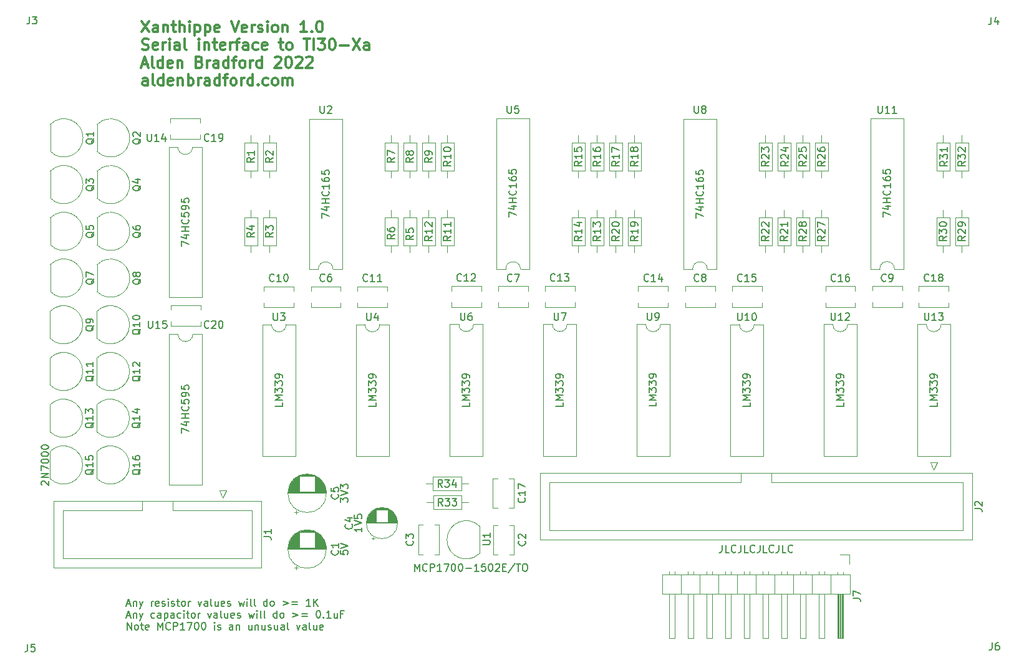
<source format=gbr>
%TF.GenerationSoftware,KiCad,Pcbnew,(6.0.6)*%
%TF.CreationDate,2022-07-31T05:49:08-04:00*%
%TF.ProjectId,calculator_interface,63616c63-756c-4617-946f-725f696e7465,rev?*%
%TF.SameCoordinates,Original*%
%TF.FileFunction,Legend,Top*%
%TF.FilePolarity,Positive*%
%FSLAX46Y46*%
G04 Gerber Fmt 4.6, Leading zero omitted, Abs format (unit mm)*
G04 Created by KiCad (PCBNEW (6.0.6)) date 2022-07-31 05:49:08*
%MOMM*%
%LPD*%
G01*
G04 APERTURE LIST*
%ADD10C,0.150000*%
%ADD11C,0.300000*%
%ADD12C,0.120000*%
G04 APERTURE END LIST*
D10*
X122380952Y-99782380D02*
X122380952Y-100496666D01*
X122333333Y-100639523D01*
X122238095Y-100734761D01*
X122095238Y-100782380D01*
X122000000Y-100782380D01*
X123333333Y-100782380D02*
X122857142Y-100782380D01*
X122857142Y-99782380D01*
X124238095Y-100687142D02*
X124190476Y-100734761D01*
X124047619Y-100782380D01*
X123952380Y-100782380D01*
X123809523Y-100734761D01*
X123714285Y-100639523D01*
X123666666Y-100544285D01*
X123619047Y-100353809D01*
X123619047Y-100210952D01*
X123666666Y-100020476D01*
X123714285Y-99925238D01*
X123809523Y-99830000D01*
X123952380Y-99782380D01*
X124047619Y-99782380D01*
X124190476Y-99830000D01*
X124238095Y-99877619D01*
X124952380Y-99782380D02*
X124952380Y-100496666D01*
X124904761Y-100639523D01*
X124809523Y-100734761D01*
X124666666Y-100782380D01*
X124571428Y-100782380D01*
X125904761Y-100782380D02*
X125428571Y-100782380D01*
X125428571Y-99782380D01*
X126809523Y-100687142D02*
X126761904Y-100734761D01*
X126619047Y-100782380D01*
X126523809Y-100782380D01*
X126380952Y-100734761D01*
X126285714Y-100639523D01*
X126238095Y-100544285D01*
X126190476Y-100353809D01*
X126190476Y-100210952D01*
X126238095Y-100020476D01*
X126285714Y-99925238D01*
X126380952Y-99830000D01*
X126523809Y-99782380D01*
X126619047Y-99782380D01*
X126761904Y-99830000D01*
X126809523Y-99877619D01*
X127523809Y-99782380D02*
X127523809Y-100496666D01*
X127476190Y-100639523D01*
X127380952Y-100734761D01*
X127238095Y-100782380D01*
X127142857Y-100782380D01*
X128476190Y-100782380D02*
X128000000Y-100782380D01*
X128000000Y-99782380D01*
X129380952Y-100687142D02*
X129333333Y-100734761D01*
X129190476Y-100782380D01*
X129095238Y-100782380D01*
X128952380Y-100734761D01*
X128857142Y-100639523D01*
X128809523Y-100544285D01*
X128761904Y-100353809D01*
X128761904Y-100210952D01*
X128809523Y-100020476D01*
X128857142Y-99925238D01*
X128952380Y-99830000D01*
X129095238Y-99782380D01*
X129190476Y-99782380D01*
X129333333Y-99830000D01*
X129380952Y-99877619D01*
X130095238Y-99782380D02*
X130095238Y-100496666D01*
X130047619Y-100639523D01*
X129952380Y-100734761D01*
X129809523Y-100782380D01*
X129714285Y-100782380D01*
X131047619Y-100782380D02*
X130571428Y-100782380D01*
X130571428Y-99782380D01*
X131952380Y-100687142D02*
X131904761Y-100734761D01*
X131761904Y-100782380D01*
X131666666Y-100782380D01*
X131523809Y-100734761D01*
X131428571Y-100639523D01*
X131380952Y-100544285D01*
X131333333Y-100353809D01*
X131333333Y-100210952D01*
X131380952Y-100020476D01*
X131428571Y-99925238D01*
X131523809Y-99830000D01*
X131666666Y-99782380D01*
X131761904Y-99782380D01*
X131904761Y-99830000D01*
X131952380Y-99877619D01*
X126182380Y-80430476D02*
X126182380Y-80906666D01*
X125182380Y-80906666D01*
X126182380Y-80097142D02*
X125182380Y-80097142D01*
X125896666Y-79763809D01*
X125182380Y-79430476D01*
X126182380Y-79430476D01*
X125182380Y-79049523D02*
X125182380Y-78430476D01*
X125563333Y-78763809D01*
X125563333Y-78620952D01*
X125610952Y-78525714D01*
X125658571Y-78478095D01*
X125753809Y-78430476D01*
X125991904Y-78430476D01*
X126087142Y-78478095D01*
X126134761Y-78525714D01*
X126182380Y-78620952D01*
X126182380Y-78906666D01*
X126134761Y-79001904D01*
X126087142Y-79049523D01*
X125182380Y-78097142D02*
X125182380Y-77478095D01*
X125563333Y-77811428D01*
X125563333Y-77668571D01*
X125610952Y-77573333D01*
X125658571Y-77525714D01*
X125753809Y-77478095D01*
X125991904Y-77478095D01*
X126087142Y-77525714D01*
X126134761Y-77573333D01*
X126182380Y-77668571D01*
X126182380Y-77954285D01*
X126134761Y-78049523D01*
X126087142Y-78097142D01*
X126182380Y-77001904D02*
X126182380Y-76811428D01*
X126134761Y-76716190D01*
X126087142Y-76668571D01*
X125944285Y-76573333D01*
X125753809Y-76525714D01*
X125372857Y-76525714D01*
X125277619Y-76573333D01*
X125230000Y-76620952D01*
X125182380Y-76716190D01*
X125182380Y-76906666D01*
X125230000Y-77001904D01*
X125277619Y-77049523D01*
X125372857Y-77097142D01*
X125610952Y-77097142D01*
X125706190Y-77049523D01*
X125753809Y-77001904D01*
X125801428Y-76906666D01*
X125801428Y-76716190D01*
X125753809Y-76620952D01*
X125706190Y-76573333D01*
X125610952Y-76525714D01*
X93432380Y-55204904D02*
X93432380Y-54538238D01*
X94432380Y-54966809D01*
X93765714Y-53728714D02*
X94432380Y-53728714D01*
X93384761Y-53966809D02*
X94099047Y-54204904D01*
X94099047Y-53585857D01*
X94432380Y-53204904D02*
X93432380Y-53204904D01*
X93908571Y-53204904D02*
X93908571Y-52633476D01*
X94432380Y-52633476D02*
X93432380Y-52633476D01*
X94337142Y-51585857D02*
X94384761Y-51633476D01*
X94432380Y-51776333D01*
X94432380Y-51871571D01*
X94384761Y-52014428D01*
X94289523Y-52109666D01*
X94194285Y-52157285D01*
X94003809Y-52204904D01*
X93860952Y-52204904D01*
X93670476Y-52157285D01*
X93575238Y-52109666D01*
X93480000Y-52014428D01*
X93432380Y-51871571D01*
X93432380Y-51776333D01*
X93480000Y-51633476D01*
X93527619Y-51585857D01*
X94432380Y-50633476D02*
X94432380Y-51204904D01*
X94432380Y-50919190D02*
X93432380Y-50919190D01*
X93575238Y-51014428D01*
X93670476Y-51109666D01*
X93718095Y-51204904D01*
X93432380Y-49776333D02*
X93432380Y-49966809D01*
X93480000Y-50062047D01*
X93527619Y-50109666D01*
X93670476Y-50204904D01*
X93860952Y-50252523D01*
X94241904Y-50252523D01*
X94337142Y-50204904D01*
X94384761Y-50157285D01*
X94432380Y-50062047D01*
X94432380Y-49871571D01*
X94384761Y-49776333D01*
X94337142Y-49728714D01*
X94241904Y-49681095D01*
X94003809Y-49681095D01*
X93908571Y-49728714D01*
X93860952Y-49776333D01*
X93813333Y-49871571D01*
X93813333Y-50062047D01*
X93860952Y-50157285D01*
X93908571Y-50204904D01*
X94003809Y-50252523D01*
X93432380Y-48776333D02*
X93432380Y-49252523D01*
X93908571Y-49300142D01*
X93860952Y-49252523D01*
X93813333Y-49157285D01*
X93813333Y-48919190D01*
X93860952Y-48823952D01*
X93908571Y-48776333D01*
X94003809Y-48728714D01*
X94241904Y-48728714D01*
X94337142Y-48776333D01*
X94384761Y-48823952D01*
X94432380Y-48919190D01*
X94432380Y-49157285D01*
X94384761Y-49252523D01*
X94337142Y-49300142D01*
X48982380Y-59141904D02*
X48982380Y-58475238D01*
X49982380Y-58903809D01*
X49315714Y-57665714D02*
X49982380Y-57665714D01*
X48934761Y-57903809D02*
X49649047Y-58141904D01*
X49649047Y-57522857D01*
X49982380Y-57141904D02*
X48982380Y-57141904D01*
X49458571Y-57141904D02*
X49458571Y-56570476D01*
X49982380Y-56570476D02*
X48982380Y-56570476D01*
X49887142Y-55522857D02*
X49934761Y-55570476D01*
X49982380Y-55713333D01*
X49982380Y-55808571D01*
X49934761Y-55951428D01*
X49839523Y-56046666D01*
X49744285Y-56094285D01*
X49553809Y-56141904D01*
X49410952Y-56141904D01*
X49220476Y-56094285D01*
X49125238Y-56046666D01*
X49030000Y-55951428D01*
X48982380Y-55808571D01*
X48982380Y-55713333D01*
X49030000Y-55570476D01*
X49077619Y-55522857D01*
X48982380Y-54618095D02*
X48982380Y-55094285D01*
X49458571Y-55141904D01*
X49410952Y-55094285D01*
X49363333Y-54999047D01*
X49363333Y-54760952D01*
X49410952Y-54665714D01*
X49458571Y-54618095D01*
X49553809Y-54570476D01*
X49791904Y-54570476D01*
X49887142Y-54618095D01*
X49934761Y-54665714D01*
X49982380Y-54760952D01*
X49982380Y-54999047D01*
X49934761Y-55094285D01*
X49887142Y-55141904D01*
X49982380Y-54094285D02*
X49982380Y-53903809D01*
X49934761Y-53808571D01*
X49887142Y-53760952D01*
X49744285Y-53665714D01*
X49553809Y-53618095D01*
X49172857Y-53618095D01*
X49077619Y-53665714D01*
X49030000Y-53713333D01*
X48982380Y-53808571D01*
X48982380Y-53999047D01*
X49030000Y-54094285D01*
X49077619Y-54141904D01*
X49172857Y-54189523D01*
X49410952Y-54189523D01*
X49506190Y-54141904D01*
X49553809Y-54094285D01*
X49601428Y-53999047D01*
X49601428Y-53808571D01*
X49553809Y-53713333D01*
X49506190Y-53665714D01*
X49410952Y-53618095D01*
X48982380Y-52713333D02*
X48982380Y-53189523D01*
X49458571Y-53237142D01*
X49410952Y-53189523D01*
X49363333Y-53094285D01*
X49363333Y-52856190D01*
X49410952Y-52760952D01*
X49458571Y-52713333D01*
X49553809Y-52665714D01*
X49791904Y-52665714D01*
X49887142Y-52713333D01*
X49934761Y-52760952D01*
X49982380Y-52856190D01*
X49982380Y-53094285D01*
X49934761Y-53189523D01*
X49887142Y-53237142D01*
X62682380Y-80430476D02*
X62682380Y-80906666D01*
X61682380Y-80906666D01*
X62682380Y-80097142D02*
X61682380Y-80097142D01*
X62396666Y-79763809D01*
X61682380Y-79430476D01*
X62682380Y-79430476D01*
X61682380Y-79049523D02*
X61682380Y-78430476D01*
X62063333Y-78763809D01*
X62063333Y-78620952D01*
X62110952Y-78525714D01*
X62158571Y-78478095D01*
X62253809Y-78430476D01*
X62491904Y-78430476D01*
X62587142Y-78478095D01*
X62634761Y-78525714D01*
X62682380Y-78620952D01*
X62682380Y-78906666D01*
X62634761Y-79001904D01*
X62587142Y-79049523D01*
X61682380Y-78097142D02*
X61682380Y-77478095D01*
X62063333Y-77811428D01*
X62063333Y-77668571D01*
X62110952Y-77573333D01*
X62158571Y-77525714D01*
X62253809Y-77478095D01*
X62491904Y-77478095D01*
X62587142Y-77525714D01*
X62634761Y-77573333D01*
X62682380Y-77668571D01*
X62682380Y-77954285D01*
X62634761Y-78049523D01*
X62587142Y-78097142D01*
X62682380Y-77001904D02*
X62682380Y-76811428D01*
X62634761Y-76716190D01*
X62587142Y-76668571D01*
X62444285Y-76573333D01*
X62253809Y-76525714D01*
X61872857Y-76525714D01*
X61777619Y-76573333D01*
X61730000Y-76620952D01*
X61682380Y-76716190D01*
X61682380Y-76906666D01*
X61730000Y-77001904D01*
X61777619Y-77049523D01*
X61872857Y-77097142D01*
X62110952Y-77097142D01*
X62206190Y-77049523D01*
X62253809Y-77001904D01*
X62301428Y-76906666D01*
X62301428Y-76716190D01*
X62253809Y-76620952D01*
X62206190Y-76573333D01*
X62110952Y-76525714D01*
X88082380Y-80430476D02*
X88082380Y-80906666D01*
X87082380Y-80906666D01*
X88082380Y-80097142D02*
X87082380Y-80097142D01*
X87796666Y-79763809D01*
X87082380Y-79430476D01*
X88082380Y-79430476D01*
X87082380Y-79049523D02*
X87082380Y-78430476D01*
X87463333Y-78763809D01*
X87463333Y-78620952D01*
X87510952Y-78525714D01*
X87558571Y-78478095D01*
X87653809Y-78430476D01*
X87891904Y-78430476D01*
X87987142Y-78478095D01*
X88034761Y-78525714D01*
X88082380Y-78620952D01*
X88082380Y-78906666D01*
X88034761Y-79001904D01*
X87987142Y-79049523D01*
X87082380Y-78097142D02*
X87082380Y-77478095D01*
X87463333Y-77811428D01*
X87463333Y-77668571D01*
X87510952Y-77573333D01*
X87558571Y-77525714D01*
X87653809Y-77478095D01*
X87891904Y-77478095D01*
X87987142Y-77525714D01*
X88034761Y-77573333D01*
X88082380Y-77668571D01*
X88082380Y-77954285D01*
X88034761Y-78049523D01*
X87987142Y-78097142D01*
X88082380Y-77001904D02*
X88082380Y-76811428D01*
X88034761Y-76716190D01*
X87987142Y-76668571D01*
X87844285Y-76573333D01*
X87653809Y-76525714D01*
X87272857Y-76525714D01*
X87177619Y-76573333D01*
X87130000Y-76620952D01*
X87082380Y-76716190D01*
X87082380Y-76906666D01*
X87130000Y-77001904D01*
X87177619Y-77049523D01*
X87272857Y-77097142D01*
X87510952Y-77097142D01*
X87606190Y-77049523D01*
X87653809Y-77001904D01*
X87701428Y-76906666D01*
X87701428Y-76716190D01*
X87653809Y-76620952D01*
X87606190Y-76573333D01*
X87510952Y-76525714D01*
X113445091Y-80401797D02*
X113445091Y-80877987D01*
X112445091Y-80877987D01*
X113445091Y-80068463D02*
X112445091Y-80068463D01*
X113159377Y-79735130D01*
X112445091Y-79401797D01*
X113445091Y-79401797D01*
X112445091Y-79020844D02*
X112445091Y-78401797D01*
X112826044Y-78735130D01*
X112826044Y-78592273D01*
X112873663Y-78497035D01*
X112921282Y-78449416D01*
X113016520Y-78401797D01*
X113254615Y-78401797D01*
X113349853Y-78449416D01*
X113397472Y-78497035D01*
X113445091Y-78592273D01*
X113445091Y-78877987D01*
X113397472Y-78973225D01*
X113349853Y-79020844D01*
X112445091Y-78068463D02*
X112445091Y-77449416D01*
X112826044Y-77782749D01*
X112826044Y-77639892D01*
X112873663Y-77544654D01*
X112921282Y-77497035D01*
X113016520Y-77449416D01*
X113254615Y-77449416D01*
X113349853Y-77497035D01*
X113397472Y-77544654D01*
X113445091Y-77639892D01*
X113445091Y-77925606D01*
X113397472Y-78020844D01*
X113349853Y-78068463D01*
X113445091Y-76973225D02*
X113445091Y-76782749D01*
X113397472Y-76687511D01*
X113349853Y-76639892D01*
X113206996Y-76544654D01*
X113016520Y-76497035D01*
X112635568Y-76497035D01*
X112540330Y-76544654D01*
X112492711Y-76592273D01*
X112445091Y-76687511D01*
X112445091Y-76877987D01*
X112492711Y-76973225D01*
X112540330Y-77020844D01*
X112635568Y-77068463D01*
X112873663Y-77068463D01*
X112968901Y-77020844D01*
X113016520Y-76973225D01*
X113064139Y-76877987D01*
X113064139Y-76687511D01*
X113016520Y-76592273D01*
X112968901Y-76544654D01*
X112873663Y-76497035D01*
X144232380Y-55204904D02*
X144232380Y-54538238D01*
X145232380Y-54966809D01*
X144565714Y-53728714D02*
X145232380Y-53728714D01*
X144184761Y-53966809D02*
X144899047Y-54204904D01*
X144899047Y-53585857D01*
X145232380Y-53204904D02*
X144232380Y-53204904D01*
X144708571Y-53204904D02*
X144708571Y-52633476D01*
X145232380Y-52633476D02*
X144232380Y-52633476D01*
X145137142Y-51585857D02*
X145184761Y-51633476D01*
X145232380Y-51776333D01*
X145232380Y-51871571D01*
X145184761Y-52014428D01*
X145089523Y-52109666D01*
X144994285Y-52157285D01*
X144803809Y-52204904D01*
X144660952Y-52204904D01*
X144470476Y-52157285D01*
X144375238Y-52109666D01*
X144280000Y-52014428D01*
X144232380Y-51871571D01*
X144232380Y-51776333D01*
X144280000Y-51633476D01*
X144327619Y-51585857D01*
X145232380Y-50633476D02*
X145232380Y-51204904D01*
X145232380Y-50919190D02*
X144232380Y-50919190D01*
X144375238Y-51014428D01*
X144470476Y-51109666D01*
X144518095Y-51204904D01*
X144232380Y-49776333D02*
X144232380Y-49966809D01*
X144280000Y-50062047D01*
X144327619Y-50109666D01*
X144470476Y-50204904D01*
X144660952Y-50252523D01*
X145041904Y-50252523D01*
X145137142Y-50204904D01*
X145184761Y-50157285D01*
X145232380Y-50062047D01*
X145232380Y-49871571D01*
X145184761Y-49776333D01*
X145137142Y-49728714D01*
X145041904Y-49681095D01*
X144803809Y-49681095D01*
X144708571Y-49728714D01*
X144660952Y-49776333D01*
X144613333Y-49871571D01*
X144613333Y-50062047D01*
X144660952Y-50157285D01*
X144708571Y-50204904D01*
X144803809Y-50252523D01*
X144232380Y-48776333D02*
X144232380Y-49252523D01*
X144708571Y-49300142D01*
X144660952Y-49252523D01*
X144613333Y-49157285D01*
X144613333Y-48919190D01*
X144660952Y-48823952D01*
X144708571Y-48776333D01*
X144803809Y-48728714D01*
X145041904Y-48728714D01*
X145137142Y-48776333D01*
X145184761Y-48823952D01*
X145232380Y-48919190D01*
X145232380Y-49157285D01*
X145184761Y-49252523D01*
X145137142Y-49300142D01*
X73477380Y-97409047D02*
X73477380Y-97980476D01*
X73477380Y-97694761D02*
X72477380Y-97694761D01*
X72620238Y-97790000D01*
X72715476Y-97885238D01*
X72763095Y-97980476D01*
X72477380Y-97123333D02*
X73477380Y-96790000D01*
X72477380Y-96456666D01*
X72477380Y-95647142D02*
X72477380Y-96123333D01*
X72953571Y-96170952D01*
X72905952Y-96123333D01*
X72858333Y-96028095D01*
X72858333Y-95790000D01*
X72905952Y-95694761D01*
X72953571Y-95647142D01*
X73048809Y-95599523D01*
X73286904Y-95599523D01*
X73382142Y-95647142D01*
X73429761Y-95694761D01*
X73477380Y-95790000D01*
X73477380Y-96028095D01*
X73429761Y-96123333D01*
X73382142Y-96170952D01*
X118832380Y-55331904D02*
X118832380Y-54665238D01*
X119832380Y-55093809D01*
X119165714Y-53855714D02*
X119832380Y-53855714D01*
X118784761Y-54093809D02*
X119499047Y-54331904D01*
X119499047Y-53712857D01*
X119832380Y-53331904D02*
X118832380Y-53331904D01*
X119308571Y-53331904D02*
X119308571Y-52760476D01*
X119832380Y-52760476D02*
X118832380Y-52760476D01*
X119737142Y-51712857D02*
X119784761Y-51760476D01*
X119832380Y-51903333D01*
X119832380Y-51998571D01*
X119784761Y-52141428D01*
X119689523Y-52236666D01*
X119594285Y-52284285D01*
X119403809Y-52331904D01*
X119260952Y-52331904D01*
X119070476Y-52284285D01*
X118975238Y-52236666D01*
X118880000Y-52141428D01*
X118832380Y-51998571D01*
X118832380Y-51903333D01*
X118880000Y-51760476D01*
X118927619Y-51712857D01*
X119832380Y-50760476D02*
X119832380Y-51331904D01*
X119832380Y-51046190D02*
X118832380Y-51046190D01*
X118975238Y-51141428D01*
X119070476Y-51236666D01*
X119118095Y-51331904D01*
X118832380Y-49903333D02*
X118832380Y-50093809D01*
X118880000Y-50189047D01*
X118927619Y-50236666D01*
X119070476Y-50331904D01*
X119260952Y-50379523D01*
X119641904Y-50379523D01*
X119737142Y-50331904D01*
X119784761Y-50284285D01*
X119832380Y-50189047D01*
X119832380Y-49998571D01*
X119784761Y-49903333D01*
X119737142Y-49855714D01*
X119641904Y-49808095D01*
X119403809Y-49808095D01*
X119308571Y-49855714D01*
X119260952Y-49903333D01*
X119213333Y-49998571D01*
X119213333Y-50189047D01*
X119260952Y-50284285D01*
X119308571Y-50331904D01*
X119403809Y-50379523D01*
X118832380Y-48903333D02*
X118832380Y-49379523D01*
X119308571Y-49427142D01*
X119260952Y-49379523D01*
X119213333Y-49284285D01*
X119213333Y-49046190D01*
X119260952Y-48950952D01*
X119308571Y-48903333D01*
X119403809Y-48855714D01*
X119641904Y-48855714D01*
X119737142Y-48903333D01*
X119784761Y-48950952D01*
X119832380Y-49046190D01*
X119832380Y-49284285D01*
X119784761Y-49379523D01*
X119737142Y-49427142D01*
X41562976Y-107776666D02*
X42039166Y-107776666D01*
X41467738Y-108062380D02*
X41801071Y-107062380D01*
X42134404Y-108062380D01*
X42467738Y-107395714D02*
X42467738Y-108062380D01*
X42467738Y-107490952D02*
X42515357Y-107443333D01*
X42610595Y-107395714D01*
X42753452Y-107395714D01*
X42848690Y-107443333D01*
X42896309Y-107538571D01*
X42896309Y-108062380D01*
X43277261Y-107395714D02*
X43515357Y-108062380D01*
X43753452Y-107395714D02*
X43515357Y-108062380D01*
X43420119Y-108300476D01*
X43372500Y-108348095D01*
X43277261Y-108395714D01*
X44896309Y-108062380D02*
X44896309Y-107395714D01*
X44896309Y-107586190D02*
X44943928Y-107490952D01*
X44991547Y-107443333D01*
X45086785Y-107395714D01*
X45182023Y-107395714D01*
X45896309Y-108014761D02*
X45801071Y-108062380D01*
X45610595Y-108062380D01*
X45515357Y-108014761D01*
X45467738Y-107919523D01*
X45467738Y-107538571D01*
X45515357Y-107443333D01*
X45610595Y-107395714D01*
X45801071Y-107395714D01*
X45896309Y-107443333D01*
X45943928Y-107538571D01*
X45943928Y-107633809D01*
X45467738Y-107729047D01*
X46324880Y-108014761D02*
X46420119Y-108062380D01*
X46610595Y-108062380D01*
X46705833Y-108014761D01*
X46753452Y-107919523D01*
X46753452Y-107871904D01*
X46705833Y-107776666D01*
X46610595Y-107729047D01*
X46467738Y-107729047D01*
X46372500Y-107681428D01*
X46324880Y-107586190D01*
X46324880Y-107538571D01*
X46372500Y-107443333D01*
X46467738Y-107395714D01*
X46610595Y-107395714D01*
X46705833Y-107443333D01*
X47182023Y-108062380D02*
X47182023Y-107395714D01*
X47182023Y-107062380D02*
X47134404Y-107110000D01*
X47182023Y-107157619D01*
X47229642Y-107110000D01*
X47182023Y-107062380D01*
X47182023Y-107157619D01*
X47610595Y-108014761D02*
X47705833Y-108062380D01*
X47896309Y-108062380D01*
X47991547Y-108014761D01*
X48039166Y-107919523D01*
X48039166Y-107871904D01*
X47991547Y-107776666D01*
X47896309Y-107729047D01*
X47753452Y-107729047D01*
X47658214Y-107681428D01*
X47610595Y-107586190D01*
X47610595Y-107538571D01*
X47658214Y-107443333D01*
X47753452Y-107395714D01*
X47896309Y-107395714D01*
X47991547Y-107443333D01*
X48324880Y-107395714D02*
X48705833Y-107395714D01*
X48467738Y-107062380D02*
X48467738Y-107919523D01*
X48515357Y-108014761D01*
X48610595Y-108062380D01*
X48705833Y-108062380D01*
X49182023Y-108062380D02*
X49086785Y-108014761D01*
X49039166Y-107967142D01*
X48991547Y-107871904D01*
X48991547Y-107586190D01*
X49039166Y-107490952D01*
X49086785Y-107443333D01*
X49182023Y-107395714D01*
X49324880Y-107395714D01*
X49420119Y-107443333D01*
X49467738Y-107490952D01*
X49515357Y-107586190D01*
X49515357Y-107871904D01*
X49467738Y-107967142D01*
X49420119Y-108014761D01*
X49324880Y-108062380D01*
X49182023Y-108062380D01*
X49943928Y-108062380D02*
X49943928Y-107395714D01*
X49943928Y-107586190D02*
X49991547Y-107490952D01*
X50039166Y-107443333D01*
X50134404Y-107395714D01*
X50229642Y-107395714D01*
X51229642Y-107395714D02*
X51467738Y-108062380D01*
X51705833Y-107395714D01*
X52515357Y-108062380D02*
X52515357Y-107538571D01*
X52467738Y-107443333D01*
X52372500Y-107395714D01*
X52182023Y-107395714D01*
X52086785Y-107443333D01*
X52515357Y-108014761D02*
X52420119Y-108062380D01*
X52182023Y-108062380D01*
X52086785Y-108014761D01*
X52039166Y-107919523D01*
X52039166Y-107824285D01*
X52086785Y-107729047D01*
X52182023Y-107681428D01*
X52420119Y-107681428D01*
X52515357Y-107633809D01*
X53134404Y-108062380D02*
X53039166Y-108014761D01*
X52991547Y-107919523D01*
X52991547Y-107062380D01*
X53943928Y-107395714D02*
X53943928Y-108062380D01*
X53515357Y-107395714D02*
X53515357Y-107919523D01*
X53562976Y-108014761D01*
X53658214Y-108062380D01*
X53801071Y-108062380D01*
X53896309Y-108014761D01*
X53943928Y-107967142D01*
X54801071Y-108014761D02*
X54705833Y-108062380D01*
X54515357Y-108062380D01*
X54420119Y-108014761D01*
X54372500Y-107919523D01*
X54372500Y-107538571D01*
X54420119Y-107443333D01*
X54515357Y-107395714D01*
X54705833Y-107395714D01*
X54801071Y-107443333D01*
X54848690Y-107538571D01*
X54848690Y-107633809D01*
X54372500Y-107729047D01*
X55229642Y-108014761D02*
X55324880Y-108062380D01*
X55515357Y-108062380D01*
X55610595Y-108014761D01*
X55658214Y-107919523D01*
X55658214Y-107871904D01*
X55610595Y-107776666D01*
X55515357Y-107729047D01*
X55372500Y-107729047D01*
X55277261Y-107681428D01*
X55229642Y-107586190D01*
X55229642Y-107538571D01*
X55277261Y-107443333D01*
X55372500Y-107395714D01*
X55515357Y-107395714D01*
X55610595Y-107443333D01*
X56753452Y-107395714D02*
X56943928Y-108062380D01*
X57134404Y-107586190D01*
X57324880Y-108062380D01*
X57515357Y-107395714D01*
X57896309Y-108062380D02*
X57896309Y-107395714D01*
X57896309Y-107062380D02*
X57848690Y-107110000D01*
X57896309Y-107157619D01*
X57943928Y-107110000D01*
X57896309Y-107062380D01*
X57896309Y-107157619D01*
X58515357Y-108062380D02*
X58420119Y-108014761D01*
X58372500Y-107919523D01*
X58372500Y-107062380D01*
X59039166Y-108062380D02*
X58943928Y-108014761D01*
X58896309Y-107919523D01*
X58896309Y-107062380D01*
X60610595Y-108062380D02*
X60610595Y-107062380D01*
X60610595Y-108014761D02*
X60515357Y-108062380D01*
X60324880Y-108062380D01*
X60229642Y-108014761D01*
X60182023Y-107967142D01*
X60134404Y-107871904D01*
X60134404Y-107586190D01*
X60182023Y-107490952D01*
X60229642Y-107443333D01*
X60324880Y-107395714D01*
X60515357Y-107395714D01*
X60610595Y-107443333D01*
X61229642Y-108062380D02*
X61134404Y-108014761D01*
X61086785Y-107967142D01*
X61039166Y-107871904D01*
X61039166Y-107586190D01*
X61086785Y-107490952D01*
X61134404Y-107443333D01*
X61229642Y-107395714D01*
X61372499Y-107395714D01*
X61467738Y-107443333D01*
X61515357Y-107490952D01*
X61562976Y-107586190D01*
X61562976Y-107871904D01*
X61515357Y-107967142D01*
X61467738Y-108014761D01*
X61372499Y-108062380D01*
X61229642Y-108062380D01*
X62753452Y-107395714D02*
X63515357Y-107681428D01*
X62753452Y-107967142D01*
X63991547Y-107538571D02*
X64753452Y-107538571D01*
X64753452Y-107824285D02*
X63991547Y-107824285D01*
X66515357Y-108062380D02*
X65943928Y-108062380D01*
X66229642Y-108062380D02*
X66229642Y-107062380D01*
X66134404Y-107205238D01*
X66039166Y-107300476D01*
X65943928Y-107348095D01*
X66943928Y-108062380D02*
X66943928Y-107062380D01*
X67515357Y-108062380D02*
X67086785Y-107490952D01*
X67515357Y-107062380D02*
X66943928Y-107633809D01*
X41562976Y-109386666D02*
X42039166Y-109386666D01*
X41467738Y-109672380D02*
X41801071Y-108672380D01*
X42134404Y-109672380D01*
X42467738Y-109005714D02*
X42467738Y-109672380D01*
X42467738Y-109100952D02*
X42515357Y-109053333D01*
X42610595Y-109005714D01*
X42753452Y-109005714D01*
X42848690Y-109053333D01*
X42896309Y-109148571D01*
X42896309Y-109672380D01*
X43277261Y-109005714D02*
X43515357Y-109672380D01*
X43753452Y-109005714D02*
X43515357Y-109672380D01*
X43420119Y-109910476D01*
X43372500Y-109958095D01*
X43277261Y-110005714D01*
X45324880Y-109624761D02*
X45229642Y-109672380D01*
X45039166Y-109672380D01*
X44943928Y-109624761D01*
X44896309Y-109577142D01*
X44848690Y-109481904D01*
X44848690Y-109196190D01*
X44896309Y-109100952D01*
X44943928Y-109053333D01*
X45039166Y-109005714D01*
X45229642Y-109005714D01*
X45324880Y-109053333D01*
X46182023Y-109672380D02*
X46182023Y-109148571D01*
X46134404Y-109053333D01*
X46039166Y-109005714D01*
X45848690Y-109005714D01*
X45753452Y-109053333D01*
X46182023Y-109624761D02*
X46086785Y-109672380D01*
X45848690Y-109672380D01*
X45753452Y-109624761D01*
X45705833Y-109529523D01*
X45705833Y-109434285D01*
X45753452Y-109339047D01*
X45848690Y-109291428D01*
X46086785Y-109291428D01*
X46182023Y-109243809D01*
X46658214Y-109005714D02*
X46658214Y-110005714D01*
X46658214Y-109053333D02*
X46753452Y-109005714D01*
X46943928Y-109005714D01*
X47039166Y-109053333D01*
X47086785Y-109100952D01*
X47134404Y-109196190D01*
X47134404Y-109481904D01*
X47086785Y-109577142D01*
X47039166Y-109624761D01*
X46943928Y-109672380D01*
X46753452Y-109672380D01*
X46658214Y-109624761D01*
X47991547Y-109672380D02*
X47991547Y-109148571D01*
X47943928Y-109053333D01*
X47848690Y-109005714D01*
X47658214Y-109005714D01*
X47562976Y-109053333D01*
X47991547Y-109624761D02*
X47896309Y-109672380D01*
X47658214Y-109672380D01*
X47562976Y-109624761D01*
X47515357Y-109529523D01*
X47515357Y-109434285D01*
X47562976Y-109339047D01*
X47658214Y-109291428D01*
X47896309Y-109291428D01*
X47991547Y-109243809D01*
X48896309Y-109624761D02*
X48801071Y-109672380D01*
X48610595Y-109672380D01*
X48515357Y-109624761D01*
X48467738Y-109577142D01*
X48420119Y-109481904D01*
X48420119Y-109196190D01*
X48467738Y-109100952D01*
X48515357Y-109053333D01*
X48610595Y-109005714D01*
X48801071Y-109005714D01*
X48896309Y-109053333D01*
X49324880Y-109672380D02*
X49324880Y-109005714D01*
X49324880Y-108672380D02*
X49277261Y-108720000D01*
X49324880Y-108767619D01*
X49372500Y-108720000D01*
X49324880Y-108672380D01*
X49324880Y-108767619D01*
X49658214Y-109005714D02*
X50039166Y-109005714D01*
X49801071Y-108672380D02*
X49801071Y-109529523D01*
X49848690Y-109624761D01*
X49943928Y-109672380D01*
X50039166Y-109672380D01*
X50515357Y-109672380D02*
X50420119Y-109624761D01*
X50372500Y-109577142D01*
X50324880Y-109481904D01*
X50324880Y-109196190D01*
X50372500Y-109100952D01*
X50420119Y-109053333D01*
X50515357Y-109005714D01*
X50658214Y-109005714D01*
X50753452Y-109053333D01*
X50801071Y-109100952D01*
X50848690Y-109196190D01*
X50848690Y-109481904D01*
X50801071Y-109577142D01*
X50753452Y-109624761D01*
X50658214Y-109672380D01*
X50515357Y-109672380D01*
X51277261Y-109672380D02*
X51277261Y-109005714D01*
X51277261Y-109196190D02*
X51324880Y-109100952D01*
X51372500Y-109053333D01*
X51467738Y-109005714D01*
X51562976Y-109005714D01*
X52562976Y-109005714D02*
X52801071Y-109672380D01*
X53039166Y-109005714D01*
X53848690Y-109672380D02*
X53848690Y-109148571D01*
X53801071Y-109053333D01*
X53705833Y-109005714D01*
X53515357Y-109005714D01*
X53420119Y-109053333D01*
X53848690Y-109624761D02*
X53753452Y-109672380D01*
X53515357Y-109672380D01*
X53420119Y-109624761D01*
X53372500Y-109529523D01*
X53372500Y-109434285D01*
X53420119Y-109339047D01*
X53515357Y-109291428D01*
X53753452Y-109291428D01*
X53848690Y-109243809D01*
X54467738Y-109672380D02*
X54372500Y-109624761D01*
X54324880Y-109529523D01*
X54324880Y-108672380D01*
X55277261Y-109005714D02*
X55277261Y-109672380D01*
X54848690Y-109005714D02*
X54848690Y-109529523D01*
X54896309Y-109624761D01*
X54991547Y-109672380D01*
X55134404Y-109672380D01*
X55229642Y-109624761D01*
X55277261Y-109577142D01*
X56134404Y-109624761D02*
X56039166Y-109672380D01*
X55848690Y-109672380D01*
X55753452Y-109624761D01*
X55705833Y-109529523D01*
X55705833Y-109148571D01*
X55753452Y-109053333D01*
X55848690Y-109005714D01*
X56039166Y-109005714D01*
X56134404Y-109053333D01*
X56182023Y-109148571D01*
X56182023Y-109243809D01*
X55705833Y-109339047D01*
X56562976Y-109624761D02*
X56658214Y-109672380D01*
X56848690Y-109672380D01*
X56943928Y-109624761D01*
X56991547Y-109529523D01*
X56991547Y-109481904D01*
X56943928Y-109386666D01*
X56848690Y-109339047D01*
X56705833Y-109339047D01*
X56610595Y-109291428D01*
X56562976Y-109196190D01*
X56562976Y-109148571D01*
X56610595Y-109053333D01*
X56705833Y-109005714D01*
X56848690Y-109005714D01*
X56943928Y-109053333D01*
X58086785Y-109005714D02*
X58277261Y-109672380D01*
X58467738Y-109196190D01*
X58658214Y-109672380D01*
X58848690Y-109005714D01*
X59229642Y-109672380D02*
X59229642Y-109005714D01*
X59229642Y-108672380D02*
X59182023Y-108720000D01*
X59229642Y-108767619D01*
X59277261Y-108720000D01*
X59229642Y-108672380D01*
X59229642Y-108767619D01*
X59848690Y-109672380D02*
X59753452Y-109624761D01*
X59705833Y-109529523D01*
X59705833Y-108672380D01*
X60372500Y-109672380D02*
X60277261Y-109624761D01*
X60229642Y-109529523D01*
X60229642Y-108672380D01*
X61943928Y-109672380D02*
X61943928Y-108672380D01*
X61943928Y-109624761D02*
X61848690Y-109672380D01*
X61658214Y-109672380D01*
X61562976Y-109624761D01*
X61515357Y-109577142D01*
X61467738Y-109481904D01*
X61467738Y-109196190D01*
X61515357Y-109100952D01*
X61562976Y-109053333D01*
X61658214Y-109005714D01*
X61848690Y-109005714D01*
X61943928Y-109053333D01*
X62562976Y-109672380D02*
X62467738Y-109624761D01*
X62420119Y-109577142D01*
X62372499Y-109481904D01*
X62372499Y-109196190D01*
X62420119Y-109100952D01*
X62467738Y-109053333D01*
X62562976Y-109005714D01*
X62705833Y-109005714D01*
X62801071Y-109053333D01*
X62848690Y-109100952D01*
X62896309Y-109196190D01*
X62896309Y-109481904D01*
X62848690Y-109577142D01*
X62801071Y-109624761D01*
X62705833Y-109672380D01*
X62562976Y-109672380D01*
X64086785Y-109005714D02*
X64848690Y-109291428D01*
X64086785Y-109577142D01*
X65324880Y-109148571D02*
X66086785Y-109148571D01*
X66086785Y-109434285D02*
X65324880Y-109434285D01*
X67515357Y-108672380D02*
X67610595Y-108672380D01*
X67705833Y-108720000D01*
X67753452Y-108767619D01*
X67801071Y-108862857D01*
X67848690Y-109053333D01*
X67848690Y-109291428D01*
X67801071Y-109481904D01*
X67753452Y-109577142D01*
X67705833Y-109624761D01*
X67610595Y-109672380D01*
X67515357Y-109672380D01*
X67420119Y-109624761D01*
X67372500Y-109577142D01*
X67324880Y-109481904D01*
X67277261Y-109291428D01*
X67277261Y-109053333D01*
X67324880Y-108862857D01*
X67372500Y-108767619D01*
X67420119Y-108720000D01*
X67515357Y-108672380D01*
X68277261Y-109577142D02*
X68324880Y-109624761D01*
X68277261Y-109672380D01*
X68229642Y-109624761D01*
X68277261Y-109577142D01*
X68277261Y-109672380D01*
X69277261Y-109672380D02*
X68705833Y-109672380D01*
X68991547Y-109672380D02*
X68991547Y-108672380D01*
X68896309Y-108815238D01*
X68801071Y-108910476D01*
X68705833Y-108958095D01*
X70134404Y-109005714D02*
X70134404Y-109672380D01*
X69705833Y-109005714D02*
X69705833Y-109529523D01*
X69753452Y-109624761D01*
X69848690Y-109672380D01*
X69991547Y-109672380D01*
X70086785Y-109624761D01*
X70134404Y-109577142D01*
X70943928Y-109148571D02*
X70610595Y-109148571D01*
X70610595Y-109672380D02*
X70610595Y-108672380D01*
X71086785Y-108672380D01*
X41610595Y-111282380D02*
X41610595Y-110282380D01*
X42182023Y-111282380D01*
X42182023Y-110282380D01*
X42801071Y-111282380D02*
X42705833Y-111234761D01*
X42658214Y-111187142D01*
X42610595Y-111091904D01*
X42610595Y-110806190D01*
X42658214Y-110710952D01*
X42705833Y-110663333D01*
X42801071Y-110615714D01*
X42943928Y-110615714D01*
X43039166Y-110663333D01*
X43086785Y-110710952D01*
X43134404Y-110806190D01*
X43134404Y-111091904D01*
X43086785Y-111187142D01*
X43039166Y-111234761D01*
X42943928Y-111282380D01*
X42801071Y-111282380D01*
X43420119Y-110615714D02*
X43801071Y-110615714D01*
X43562976Y-110282380D02*
X43562976Y-111139523D01*
X43610595Y-111234761D01*
X43705833Y-111282380D01*
X43801071Y-111282380D01*
X44515357Y-111234761D02*
X44420119Y-111282380D01*
X44229642Y-111282380D01*
X44134404Y-111234761D01*
X44086785Y-111139523D01*
X44086785Y-110758571D01*
X44134404Y-110663333D01*
X44229642Y-110615714D01*
X44420119Y-110615714D01*
X44515357Y-110663333D01*
X44562976Y-110758571D01*
X44562976Y-110853809D01*
X44086785Y-110949047D01*
X45753452Y-111282380D02*
X45753452Y-110282380D01*
X46086785Y-110996666D01*
X46420119Y-110282380D01*
X46420119Y-111282380D01*
X47467738Y-111187142D02*
X47420119Y-111234761D01*
X47277261Y-111282380D01*
X47182023Y-111282380D01*
X47039166Y-111234761D01*
X46943928Y-111139523D01*
X46896309Y-111044285D01*
X46848690Y-110853809D01*
X46848690Y-110710952D01*
X46896309Y-110520476D01*
X46943928Y-110425238D01*
X47039166Y-110330000D01*
X47182023Y-110282380D01*
X47277261Y-110282380D01*
X47420119Y-110330000D01*
X47467738Y-110377619D01*
X47896309Y-111282380D02*
X47896309Y-110282380D01*
X48277261Y-110282380D01*
X48372500Y-110330000D01*
X48420119Y-110377619D01*
X48467738Y-110472857D01*
X48467738Y-110615714D01*
X48420119Y-110710952D01*
X48372500Y-110758571D01*
X48277261Y-110806190D01*
X47896309Y-110806190D01*
X49420119Y-111282380D02*
X48848690Y-111282380D01*
X49134404Y-111282380D02*
X49134404Y-110282380D01*
X49039166Y-110425238D01*
X48943928Y-110520476D01*
X48848690Y-110568095D01*
X49753452Y-110282380D02*
X50420119Y-110282380D01*
X49991547Y-111282380D01*
X50991547Y-110282380D02*
X51086785Y-110282380D01*
X51182023Y-110330000D01*
X51229642Y-110377619D01*
X51277261Y-110472857D01*
X51324880Y-110663333D01*
X51324880Y-110901428D01*
X51277261Y-111091904D01*
X51229642Y-111187142D01*
X51182023Y-111234761D01*
X51086785Y-111282380D01*
X50991547Y-111282380D01*
X50896309Y-111234761D01*
X50848690Y-111187142D01*
X50801071Y-111091904D01*
X50753452Y-110901428D01*
X50753452Y-110663333D01*
X50801071Y-110472857D01*
X50848690Y-110377619D01*
X50896309Y-110330000D01*
X50991547Y-110282380D01*
X51943928Y-110282380D02*
X52039166Y-110282380D01*
X52134404Y-110330000D01*
X52182023Y-110377619D01*
X52229642Y-110472857D01*
X52277261Y-110663333D01*
X52277261Y-110901428D01*
X52229642Y-111091904D01*
X52182023Y-111187142D01*
X52134404Y-111234761D01*
X52039166Y-111282380D01*
X51943928Y-111282380D01*
X51848690Y-111234761D01*
X51801071Y-111187142D01*
X51753452Y-111091904D01*
X51705833Y-110901428D01*
X51705833Y-110663333D01*
X51753452Y-110472857D01*
X51801071Y-110377619D01*
X51848690Y-110330000D01*
X51943928Y-110282380D01*
X53467738Y-111282380D02*
X53467738Y-110615714D01*
X53467738Y-110282380D02*
X53420119Y-110330000D01*
X53467738Y-110377619D01*
X53515357Y-110330000D01*
X53467738Y-110282380D01*
X53467738Y-110377619D01*
X53896309Y-111234761D02*
X53991547Y-111282380D01*
X54182023Y-111282380D01*
X54277261Y-111234761D01*
X54324880Y-111139523D01*
X54324880Y-111091904D01*
X54277261Y-110996666D01*
X54182023Y-110949047D01*
X54039166Y-110949047D01*
X53943928Y-110901428D01*
X53896309Y-110806190D01*
X53896309Y-110758571D01*
X53943928Y-110663333D01*
X54039166Y-110615714D01*
X54182023Y-110615714D01*
X54277261Y-110663333D01*
X55943928Y-111282380D02*
X55943928Y-110758571D01*
X55896309Y-110663333D01*
X55801071Y-110615714D01*
X55610595Y-110615714D01*
X55515357Y-110663333D01*
X55943928Y-111234761D02*
X55848690Y-111282380D01*
X55610595Y-111282380D01*
X55515357Y-111234761D01*
X55467738Y-111139523D01*
X55467738Y-111044285D01*
X55515357Y-110949047D01*
X55610595Y-110901428D01*
X55848690Y-110901428D01*
X55943928Y-110853809D01*
X56420119Y-110615714D02*
X56420119Y-111282380D01*
X56420119Y-110710952D02*
X56467738Y-110663333D01*
X56562976Y-110615714D01*
X56705833Y-110615714D01*
X56801071Y-110663333D01*
X56848690Y-110758571D01*
X56848690Y-111282380D01*
X58515357Y-110615714D02*
X58515357Y-111282380D01*
X58086785Y-110615714D02*
X58086785Y-111139523D01*
X58134404Y-111234761D01*
X58229642Y-111282380D01*
X58372500Y-111282380D01*
X58467738Y-111234761D01*
X58515357Y-111187142D01*
X58991547Y-110615714D02*
X58991547Y-111282380D01*
X58991547Y-110710952D02*
X59039166Y-110663333D01*
X59134404Y-110615714D01*
X59277261Y-110615714D01*
X59372500Y-110663333D01*
X59420119Y-110758571D01*
X59420119Y-111282380D01*
X60324880Y-110615714D02*
X60324880Y-111282380D01*
X59896309Y-110615714D02*
X59896309Y-111139523D01*
X59943928Y-111234761D01*
X60039166Y-111282380D01*
X60182023Y-111282380D01*
X60277261Y-111234761D01*
X60324880Y-111187142D01*
X60753452Y-111234761D02*
X60848690Y-111282380D01*
X61039166Y-111282380D01*
X61134404Y-111234761D01*
X61182023Y-111139523D01*
X61182023Y-111091904D01*
X61134404Y-110996666D01*
X61039166Y-110949047D01*
X60896309Y-110949047D01*
X60801071Y-110901428D01*
X60753452Y-110806190D01*
X60753452Y-110758571D01*
X60801071Y-110663333D01*
X60896309Y-110615714D01*
X61039166Y-110615714D01*
X61134404Y-110663333D01*
X62039166Y-110615714D02*
X62039166Y-111282380D01*
X61610595Y-110615714D02*
X61610595Y-111139523D01*
X61658214Y-111234761D01*
X61753452Y-111282380D01*
X61896309Y-111282380D01*
X61991547Y-111234761D01*
X62039166Y-111187142D01*
X62943928Y-111282380D02*
X62943928Y-110758571D01*
X62896309Y-110663333D01*
X62801071Y-110615714D01*
X62610595Y-110615714D01*
X62515357Y-110663333D01*
X62943928Y-111234761D02*
X62848690Y-111282380D01*
X62610595Y-111282380D01*
X62515357Y-111234761D01*
X62467738Y-111139523D01*
X62467738Y-111044285D01*
X62515357Y-110949047D01*
X62610595Y-110901428D01*
X62848690Y-110901428D01*
X62943928Y-110853809D01*
X63562976Y-111282380D02*
X63467738Y-111234761D01*
X63420119Y-111139523D01*
X63420119Y-110282380D01*
X64610595Y-110615714D02*
X64848690Y-111282380D01*
X65086785Y-110615714D01*
X65896309Y-111282380D02*
X65896309Y-110758571D01*
X65848690Y-110663333D01*
X65753452Y-110615714D01*
X65562976Y-110615714D01*
X65467738Y-110663333D01*
X65896309Y-111234761D02*
X65801071Y-111282380D01*
X65562976Y-111282380D01*
X65467738Y-111234761D01*
X65420119Y-111139523D01*
X65420119Y-111044285D01*
X65467738Y-110949047D01*
X65562976Y-110901428D01*
X65801071Y-110901428D01*
X65896309Y-110853809D01*
X66515357Y-111282380D02*
X66420119Y-111234761D01*
X66372499Y-111139523D01*
X66372499Y-110282380D01*
X67324880Y-110615714D02*
X67324880Y-111282380D01*
X66896309Y-110615714D02*
X66896309Y-111139523D01*
X66943928Y-111234761D01*
X67039166Y-111282380D01*
X67182023Y-111282380D01*
X67277261Y-111234761D01*
X67324880Y-111187142D01*
X68182023Y-111234761D02*
X68086785Y-111282380D01*
X67896309Y-111282380D01*
X67801071Y-111234761D01*
X67753452Y-111139523D01*
X67753452Y-110758571D01*
X67801071Y-110663333D01*
X67896309Y-110615714D01*
X68086785Y-110615714D01*
X68182023Y-110663333D01*
X68229642Y-110758571D01*
X68229642Y-110853809D01*
X67753452Y-110949047D01*
X70572380Y-93948095D02*
X70572380Y-93329047D01*
X70953333Y-93662380D01*
X70953333Y-93519523D01*
X71000952Y-93424285D01*
X71048571Y-93376666D01*
X71143809Y-93329047D01*
X71381904Y-93329047D01*
X71477142Y-93376666D01*
X71524761Y-93424285D01*
X71572380Y-93519523D01*
X71572380Y-93805238D01*
X71524761Y-93900476D01*
X71477142Y-93948095D01*
X70572380Y-93043333D02*
X71572380Y-92710000D01*
X70572380Y-92376666D01*
X70572380Y-92138571D02*
X70572380Y-91519523D01*
X70953333Y-91852857D01*
X70953333Y-91710000D01*
X71000952Y-91614761D01*
X71048571Y-91567142D01*
X71143809Y-91519523D01*
X71381904Y-91519523D01*
X71477142Y-91567142D01*
X71524761Y-91614761D01*
X71572380Y-91710000D01*
X71572380Y-91995714D01*
X71524761Y-92090952D01*
X71477142Y-92138571D01*
X138882380Y-80430476D02*
X138882380Y-80906666D01*
X137882380Y-80906666D01*
X138882380Y-80097142D02*
X137882380Y-80097142D01*
X138596666Y-79763809D01*
X137882380Y-79430476D01*
X138882380Y-79430476D01*
X137882380Y-79049523D02*
X137882380Y-78430476D01*
X138263333Y-78763809D01*
X138263333Y-78620952D01*
X138310952Y-78525714D01*
X138358571Y-78478095D01*
X138453809Y-78430476D01*
X138691904Y-78430476D01*
X138787142Y-78478095D01*
X138834761Y-78525714D01*
X138882380Y-78620952D01*
X138882380Y-78906666D01*
X138834761Y-79001904D01*
X138787142Y-79049523D01*
X137882380Y-78097142D02*
X137882380Y-77478095D01*
X138263333Y-77811428D01*
X138263333Y-77668571D01*
X138310952Y-77573333D01*
X138358571Y-77525714D01*
X138453809Y-77478095D01*
X138691904Y-77478095D01*
X138787142Y-77525714D01*
X138834761Y-77573333D01*
X138882380Y-77668571D01*
X138882380Y-77954285D01*
X138834761Y-78049523D01*
X138787142Y-78097142D01*
X138882380Y-77001904D02*
X138882380Y-76811428D01*
X138834761Y-76716190D01*
X138787142Y-76668571D01*
X138644285Y-76573333D01*
X138453809Y-76525714D01*
X138072857Y-76525714D01*
X137977619Y-76573333D01*
X137930000Y-76620952D01*
X137882380Y-76716190D01*
X137882380Y-76906666D01*
X137930000Y-77001904D01*
X137977619Y-77049523D01*
X138072857Y-77097142D01*
X138310952Y-77097142D01*
X138406190Y-77049523D01*
X138453809Y-77001904D01*
X138501428Y-76906666D01*
X138501428Y-76716190D01*
X138453809Y-76620952D01*
X138406190Y-76573333D01*
X138310952Y-76525714D01*
X75382380Y-80440476D02*
X75382380Y-80916666D01*
X74382380Y-80916666D01*
X75382380Y-80107142D02*
X74382380Y-80107142D01*
X75096666Y-79773809D01*
X74382380Y-79440476D01*
X75382380Y-79440476D01*
X74382380Y-79059523D02*
X74382380Y-78440476D01*
X74763333Y-78773809D01*
X74763333Y-78630952D01*
X74810952Y-78535714D01*
X74858571Y-78488095D01*
X74953809Y-78440476D01*
X75191904Y-78440476D01*
X75287142Y-78488095D01*
X75334761Y-78535714D01*
X75382380Y-78630952D01*
X75382380Y-78916666D01*
X75334761Y-79011904D01*
X75287142Y-79059523D01*
X74382380Y-78107142D02*
X74382380Y-77488095D01*
X74763333Y-77821428D01*
X74763333Y-77678571D01*
X74810952Y-77583333D01*
X74858571Y-77535714D01*
X74953809Y-77488095D01*
X75191904Y-77488095D01*
X75287142Y-77535714D01*
X75334761Y-77583333D01*
X75382380Y-77678571D01*
X75382380Y-77964285D01*
X75334761Y-78059523D01*
X75287142Y-78107142D01*
X75382380Y-77011904D02*
X75382380Y-76821428D01*
X75334761Y-76726190D01*
X75287142Y-76678571D01*
X75144285Y-76583333D01*
X74953809Y-76535714D01*
X74572857Y-76535714D01*
X74477619Y-76583333D01*
X74430000Y-76630952D01*
X74382380Y-76726190D01*
X74382380Y-76916666D01*
X74430000Y-77011904D01*
X74477619Y-77059523D01*
X74572857Y-77107142D01*
X74810952Y-77107142D01*
X74906190Y-77059523D01*
X74953809Y-77011904D01*
X75001428Y-76916666D01*
X75001428Y-76726190D01*
X74953809Y-76630952D01*
X74906190Y-76583333D01*
X74810952Y-76535714D01*
X30027619Y-91614285D02*
X29980000Y-91566666D01*
X29932380Y-91471428D01*
X29932380Y-91233333D01*
X29980000Y-91138095D01*
X30027619Y-91090476D01*
X30122857Y-91042857D01*
X30218095Y-91042857D01*
X30360952Y-91090476D01*
X30932380Y-91661904D01*
X30932380Y-91042857D01*
X30932380Y-90614285D02*
X29932380Y-90614285D01*
X30932380Y-90042857D01*
X29932380Y-90042857D01*
X29932380Y-89661904D02*
X29932380Y-88995238D01*
X30932380Y-89423809D01*
X29932380Y-88423809D02*
X29932380Y-88328571D01*
X29980000Y-88233333D01*
X30027619Y-88185714D01*
X30122857Y-88138095D01*
X30313333Y-88090476D01*
X30551428Y-88090476D01*
X30741904Y-88138095D01*
X30837142Y-88185714D01*
X30884761Y-88233333D01*
X30932380Y-88328571D01*
X30932380Y-88423809D01*
X30884761Y-88519047D01*
X30837142Y-88566666D01*
X30741904Y-88614285D01*
X30551428Y-88661904D01*
X30313333Y-88661904D01*
X30122857Y-88614285D01*
X30027619Y-88566666D01*
X29980000Y-88519047D01*
X29932380Y-88423809D01*
X29932380Y-87471428D02*
X29932380Y-87376190D01*
X29980000Y-87280952D01*
X30027619Y-87233333D01*
X30122857Y-87185714D01*
X30313333Y-87138095D01*
X30551428Y-87138095D01*
X30741904Y-87185714D01*
X30837142Y-87233333D01*
X30884761Y-87280952D01*
X30932380Y-87376190D01*
X30932380Y-87471428D01*
X30884761Y-87566666D01*
X30837142Y-87614285D01*
X30741904Y-87661904D01*
X30551428Y-87709523D01*
X30313333Y-87709523D01*
X30122857Y-87661904D01*
X30027619Y-87614285D01*
X29980000Y-87566666D01*
X29932380Y-87471428D01*
X29932380Y-86519047D02*
X29932380Y-86423809D01*
X29980000Y-86328571D01*
X30027619Y-86280952D01*
X30122857Y-86233333D01*
X30313333Y-86185714D01*
X30551428Y-86185714D01*
X30741904Y-86233333D01*
X30837142Y-86280952D01*
X30884761Y-86328571D01*
X30932380Y-86423809D01*
X30932380Y-86519047D01*
X30884761Y-86614285D01*
X30837142Y-86661904D01*
X30741904Y-86709523D01*
X30551428Y-86757142D01*
X30313333Y-86757142D01*
X30122857Y-86709523D01*
X30027619Y-86661904D01*
X29980000Y-86614285D01*
X29932380Y-86519047D01*
X100782380Y-80430476D02*
X100782380Y-80906666D01*
X99782380Y-80906666D01*
X100782380Y-80097142D02*
X99782380Y-80097142D01*
X100496666Y-79763809D01*
X99782380Y-79430476D01*
X100782380Y-79430476D01*
X99782380Y-79049523D02*
X99782380Y-78430476D01*
X100163333Y-78763809D01*
X100163333Y-78620952D01*
X100210952Y-78525714D01*
X100258571Y-78478095D01*
X100353809Y-78430476D01*
X100591904Y-78430476D01*
X100687142Y-78478095D01*
X100734761Y-78525714D01*
X100782380Y-78620952D01*
X100782380Y-78906666D01*
X100734761Y-79001904D01*
X100687142Y-79049523D01*
X99782380Y-78097142D02*
X99782380Y-77478095D01*
X100163333Y-77811428D01*
X100163333Y-77668571D01*
X100210952Y-77573333D01*
X100258571Y-77525714D01*
X100353809Y-77478095D01*
X100591904Y-77478095D01*
X100687142Y-77525714D01*
X100734761Y-77573333D01*
X100782380Y-77668571D01*
X100782380Y-77954285D01*
X100734761Y-78049523D01*
X100687142Y-78097142D01*
X100782380Y-77001904D02*
X100782380Y-76811428D01*
X100734761Y-76716190D01*
X100687142Y-76668571D01*
X100544285Y-76573333D01*
X100353809Y-76525714D01*
X99972857Y-76525714D01*
X99877619Y-76573333D01*
X99830000Y-76620952D01*
X99782380Y-76716190D01*
X99782380Y-76906666D01*
X99830000Y-77001904D01*
X99877619Y-77049523D01*
X99972857Y-77097142D01*
X100210952Y-77097142D01*
X100306190Y-77049523D01*
X100353809Y-77001904D01*
X100401428Y-76906666D01*
X100401428Y-76716190D01*
X100353809Y-76620952D01*
X100306190Y-76573333D01*
X100210952Y-76525714D01*
X48982380Y-84541904D02*
X48982380Y-83875238D01*
X49982380Y-84303809D01*
X49315714Y-83065714D02*
X49982380Y-83065714D01*
X48934761Y-83303809D02*
X49649047Y-83541904D01*
X49649047Y-82922857D01*
X49982380Y-82541904D02*
X48982380Y-82541904D01*
X49458571Y-82541904D02*
X49458571Y-81970476D01*
X49982380Y-81970476D02*
X48982380Y-81970476D01*
X49887142Y-80922857D02*
X49934761Y-80970476D01*
X49982380Y-81113333D01*
X49982380Y-81208571D01*
X49934761Y-81351428D01*
X49839523Y-81446666D01*
X49744285Y-81494285D01*
X49553809Y-81541904D01*
X49410952Y-81541904D01*
X49220476Y-81494285D01*
X49125238Y-81446666D01*
X49030000Y-81351428D01*
X48982380Y-81208571D01*
X48982380Y-81113333D01*
X49030000Y-80970476D01*
X49077619Y-80922857D01*
X48982380Y-80018095D02*
X48982380Y-80494285D01*
X49458571Y-80541904D01*
X49410952Y-80494285D01*
X49363333Y-80399047D01*
X49363333Y-80160952D01*
X49410952Y-80065714D01*
X49458571Y-80018095D01*
X49553809Y-79970476D01*
X49791904Y-79970476D01*
X49887142Y-80018095D01*
X49934761Y-80065714D01*
X49982380Y-80160952D01*
X49982380Y-80399047D01*
X49934761Y-80494285D01*
X49887142Y-80541904D01*
X49982380Y-79494285D02*
X49982380Y-79303809D01*
X49934761Y-79208571D01*
X49887142Y-79160952D01*
X49744285Y-79065714D01*
X49553809Y-79018095D01*
X49172857Y-79018095D01*
X49077619Y-79065714D01*
X49030000Y-79113333D01*
X48982380Y-79208571D01*
X48982380Y-79399047D01*
X49030000Y-79494285D01*
X49077619Y-79541904D01*
X49172857Y-79589523D01*
X49410952Y-79589523D01*
X49506190Y-79541904D01*
X49553809Y-79494285D01*
X49601428Y-79399047D01*
X49601428Y-79208571D01*
X49553809Y-79113333D01*
X49506190Y-79065714D01*
X49410952Y-79018095D01*
X48982380Y-78113333D02*
X48982380Y-78589523D01*
X49458571Y-78637142D01*
X49410952Y-78589523D01*
X49363333Y-78494285D01*
X49363333Y-78256190D01*
X49410952Y-78160952D01*
X49458571Y-78113333D01*
X49553809Y-78065714D01*
X49791904Y-78065714D01*
X49887142Y-78113333D01*
X49934761Y-78160952D01*
X49982380Y-78256190D01*
X49982380Y-78494285D01*
X49934761Y-78589523D01*
X49887142Y-78637142D01*
X80622142Y-103322380D02*
X80622142Y-102322380D01*
X80955476Y-103036666D01*
X81288809Y-102322380D01*
X81288809Y-103322380D01*
X82336428Y-103227142D02*
X82288809Y-103274761D01*
X82145952Y-103322380D01*
X82050714Y-103322380D01*
X81907857Y-103274761D01*
X81812619Y-103179523D01*
X81765000Y-103084285D01*
X81717380Y-102893809D01*
X81717380Y-102750952D01*
X81765000Y-102560476D01*
X81812619Y-102465238D01*
X81907857Y-102370000D01*
X82050714Y-102322380D01*
X82145952Y-102322380D01*
X82288809Y-102370000D01*
X82336428Y-102417619D01*
X82765000Y-103322380D02*
X82765000Y-102322380D01*
X83145952Y-102322380D01*
X83241190Y-102370000D01*
X83288809Y-102417619D01*
X83336428Y-102512857D01*
X83336428Y-102655714D01*
X83288809Y-102750952D01*
X83241190Y-102798571D01*
X83145952Y-102846190D01*
X82765000Y-102846190D01*
X84288809Y-103322380D02*
X83717380Y-103322380D01*
X84003095Y-103322380D02*
X84003095Y-102322380D01*
X83907857Y-102465238D01*
X83812619Y-102560476D01*
X83717380Y-102608095D01*
X84622142Y-102322380D02*
X85288809Y-102322380D01*
X84860238Y-103322380D01*
X85860238Y-102322380D02*
X85955476Y-102322380D01*
X86050714Y-102370000D01*
X86098333Y-102417619D01*
X86145952Y-102512857D01*
X86193571Y-102703333D01*
X86193571Y-102941428D01*
X86145952Y-103131904D01*
X86098333Y-103227142D01*
X86050714Y-103274761D01*
X85955476Y-103322380D01*
X85860238Y-103322380D01*
X85765000Y-103274761D01*
X85717380Y-103227142D01*
X85669761Y-103131904D01*
X85622142Y-102941428D01*
X85622142Y-102703333D01*
X85669761Y-102512857D01*
X85717380Y-102417619D01*
X85765000Y-102370000D01*
X85860238Y-102322380D01*
X86812619Y-102322380D02*
X86907857Y-102322380D01*
X87003095Y-102370000D01*
X87050714Y-102417619D01*
X87098333Y-102512857D01*
X87145952Y-102703333D01*
X87145952Y-102941428D01*
X87098333Y-103131904D01*
X87050714Y-103227142D01*
X87003095Y-103274761D01*
X86907857Y-103322380D01*
X86812619Y-103322380D01*
X86717380Y-103274761D01*
X86669761Y-103227142D01*
X86622142Y-103131904D01*
X86574523Y-102941428D01*
X86574523Y-102703333D01*
X86622142Y-102512857D01*
X86669761Y-102417619D01*
X86717380Y-102370000D01*
X86812619Y-102322380D01*
X87574523Y-102941428D02*
X88336428Y-102941428D01*
X89336428Y-103322380D02*
X88765000Y-103322380D01*
X89050714Y-103322380D02*
X89050714Y-102322380D01*
X88955476Y-102465238D01*
X88860238Y-102560476D01*
X88765000Y-102608095D01*
X90241190Y-102322380D02*
X89765000Y-102322380D01*
X89717380Y-102798571D01*
X89765000Y-102750952D01*
X89860238Y-102703333D01*
X90098333Y-102703333D01*
X90193571Y-102750952D01*
X90241190Y-102798571D01*
X90288809Y-102893809D01*
X90288809Y-103131904D01*
X90241190Y-103227142D01*
X90193571Y-103274761D01*
X90098333Y-103322380D01*
X89860238Y-103322380D01*
X89765000Y-103274761D01*
X89717380Y-103227142D01*
X90907857Y-102322380D02*
X91003095Y-102322380D01*
X91098333Y-102370000D01*
X91145952Y-102417619D01*
X91193571Y-102512857D01*
X91241190Y-102703333D01*
X91241190Y-102941428D01*
X91193571Y-103131904D01*
X91145952Y-103227142D01*
X91098333Y-103274761D01*
X91003095Y-103322380D01*
X90907857Y-103322380D01*
X90812619Y-103274761D01*
X90764999Y-103227142D01*
X90717380Y-103131904D01*
X90669761Y-102941428D01*
X90669761Y-102703333D01*
X90717380Y-102512857D01*
X90764999Y-102417619D01*
X90812619Y-102370000D01*
X90907857Y-102322380D01*
X91622142Y-102417619D02*
X91669761Y-102370000D01*
X91764999Y-102322380D01*
X92003095Y-102322380D01*
X92098333Y-102370000D01*
X92145952Y-102417619D01*
X92193571Y-102512857D01*
X92193571Y-102608095D01*
X92145952Y-102750952D01*
X91574523Y-103322380D01*
X92193571Y-103322380D01*
X92622142Y-102798571D02*
X92955476Y-102798571D01*
X93098333Y-103322380D02*
X92622142Y-103322380D01*
X92622142Y-102322380D01*
X93098333Y-102322380D01*
X94241190Y-102274761D02*
X93384047Y-103560476D01*
X94431666Y-102322380D02*
X95003095Y-102322380D01*
X94717380Y-103322380D02*
X94717380Y-102322380D01*
X95526904Y-102322380D02*
X95717380Y-102322380D01*
X95812619Y-102370000D01*
X95907857Y-102465238D01*
X95955476Y-102655714D01*
X95955476Y-102989047D01*
X95907857Y-103179523D01*
X95812619Y-103274761D01*
X95717380Y-103322380D01*
X95526904Y-103322380D01*
X95431666Y-103274761D01*
X95336428Y-103179523D01*
X95288809Y-102989047D01*
X95288809Y-102655714D01*
X95336428Y-102465238D01*
X95431666Y-102370000D01*
X95526904Y-102322380D01*
X68032380Y-55331904D02*
X68032380Y-54665238D01*
X69032380Y-55093809D01*
X68365714Y-53855714D02*
X69032380Y-53855714D01*
X67984761Y-54093809D02*
X68699047Y-54331904D01*
X68699047Y-53712857D01*
X69032380Y-53331904D02*
X68032380Y-53331904D01*
X68508571Y-53331904D02*
X68508571Y-52760476D01*
X69032380Y-52760476D02*
X68032380Y-52760476D01*
X68937142Y-51712857D02*
X68984761Y-51760476D01*
X69032380Y-51903333D01*
X69032380Y-51998571D01*
X68984761Y-52141428D01*
X68889523Y-52236666D01*
X68794285Y-52284285D01*
X68603809Y-52331904D01*
X68460952Y-52331904D01*
X68270476Y-52284285D01*
X68175238Y-52236666D01*
X68080000Y-52141428D01*
X68032380Y-51998571D01*
X68032380Y-51903333D01*
X68080000Y-51760476D01*
X68127619Y-51712857D01*
X69032380Y-50760476D02*
X69032380Y-51331904D01*
X69032380Y-51046190D02*
X68032380Y-51046190D01*
X68175238Y-51141428D01*
X68270476Y-51236666D01*
X68318095Y-51331904D01*
X68032380Y-49903333D02*
X68032380Y-50093809D01*
X68080000Y-50189047D01*
X68127619Y-50236666D01*
X68270476Y-50331904D01*
X68460952Y-50379523D01*
X68841904Y-50379523D01*
X68937142Y-50331904D01*
X68984761Y-50284285D01*
X69032380Y-50189047D01*
X69032380Y-49998571D01*
X68984761Y-49903333D01*
X68937142Y-49855714D01*
X68841904Y-49808095D01*
X68603809Y-49808095D01*
X68508571Y-49855714D01*
X68460952Y-49903333D01*
X68413333Y-49998571D01*
X68413333Y-50189047D01*
X68460952Y-50284285D01*
X68508571Y-50331904D01*
X68603809Y-50379523D01*
X68032380Y-48903333D02*
X68032380Y-49379523D01*
X68508571Y-49427142D01*
X68460952Y-49379523D01*
X68413333Y-49284285D01*
X68413333Y-49046190D01*
X68460952Y-48950952D01*
X68508571Y-48903333D01*
X68603809Y-48855714D01*
X68841904Y-48855714D01*
X68937142Y-48903333D01*
X68984761Y-48950952D01*
X69032380Y-49046190D01*
X69032380Y-49284285D01*
X68984761Y-49379523D01*
X68937142Y-49427142D01*
X70572380Y-100520476D02*
X70572380Y-100996666D01*
X71048571Y-101044285D01*
X71000952Y-100996666D01*
X70953333Y-100901428D01*
X70953333Y-100663333D01*
X71000952Y-100568095D01*
X71048571Y-100520476D01*
X71143809Y-100472857D01*
X71381904Y-100472857D01*
X71477142Y-100520476D01*
X71524761Y-100568095D01*
X71572380Y-100663333D01*
X71572380Y-100901428D01*
X71524761Y-100996666D01*
X71477142Y-101044285D01*
X70572380Y-100187142D02*
X71572380Y-99853809D01*
X70572380Y-99520476D01*
D11*
X43589285Y-28576071D02*
X44589285Y-30076071D01*
X44589285Y-28576071D02*
X43589285Y-30076071D01*
X45803571Y-30076071D02*
X45803571Y-29290357D01*
X45732142Y-29147500D01*
X45589285Y-29076071D01*
X45303571Y-29076071D01*
X45160714Y-29147500D01*
X45803571Y-30004642D02*
X45660714Y-30076071D01*
X45303571Y-30076071D01*
X45160714Y-30004642D01*
X45089285Y-29861785D01*
X45089285Y-29718928D01*
X45160714Y-29576071D01*
X45303571Y-29504642D01*
X45660714Y-29504642D01*
X45803571Y-29433214D01*
X46517857Y-29076071D02*
X46517857Y-30076071D01*
X46517857Y-29218928D02*
X46589285Y-29147500D01*
X46732142Y-29076071D01*
X46946428Y-29076071D01*
X47089285Y-29147500D01*
X47160714Y-29290357D01*
X47160714Y-30076071D01*
X47660714Y-29076071D02*
X48232142Y-29076071D01*
X47875000Y-28576071D02*
X47875000Y-29861785D01*
X47946428Y-30004642D01*
X48089285Y-30076071D01*
X48232142Y-30076071D01*
X48732142Y-30076071D02*
X48732142Y-28576071D01*
X49375000Y-30076071D02*
X49375000Y-29290357D01*
X49303571Y-29147500D01*
X49160714Y-29076071D01*
X48946428Y-29076071D01*
X48803571Y-29147500D01*
X48732142Y-29218928D01*
X50089285Y-30076071D02*
X50089285Y-29076071D01*
X50089285Y-28576071D02*
X50017857Y-28647500D01*
X50089285Y-28718928D01*
X50160714Y-28647500D01*
X50089285Y-28576071D01*
X50089285Y-28718928D01*
X50803571Y-29076071D02*
X50803571Y-30576071D01*
X50803571Y-29147500D02*
X50946428Y-29076071D01*
X51232142Y-29076071D01*
X51375000Y-29147500D01*
X51446428Y-29218928D01*
X51517857Y-29361785D01*
X51517857Y-29790357D01*
X51446428Y-29933214D01*
X51375000Y-30004642D01*
X51232142Y-30076071D01*
X50946428Y-30076071D01*
X50803571Y-30004642D01*
X52160714Y-29076071D02*
X52160714Y-30576071D01*
X52160714Y-29147500D02*
X52303571Y-29076071D01*
X52589285Y-29076071D01*
X52732142Y-29147500D01*
X52803571Y-29218928D01*
X52875000Y-29361785D01*
X52875000Y-29790357D01*
X52803571Y-29933214D01*
X52732142Y-30004642D01*
X52589285Y-30076071D01*
X52303571Y-30076071D01*
X52160714Y-30004642D01*
X54089285Y-30004642D02*
X53946428Y-30076071D01*
X53660714Y-30076071D01*
X53517857Y-30004642D01*
X53446428Y-29861785D01*
X53446428Y-29290357D01*
X53517857Y-29147500D01*
X53660714Y-29076071D01*
X53946428Y-29076071D01*
X54089285Y-29147500D01*
X54160714Y-29290357D01*
X54160714Y-29433214D01*
X53446428Y-29576071D01*
X55732142Y-28576071D02*
X56232142Y-30076071D01*
X56732142Y-28576071D01*
X57803571Y-30004642D02*
X57660714Y-30076071D01*
X57375000Y-30076071D01*
X57232142Y-30004642D01*
X57160714Y-29861785D01*
X57160714Y-29290357D01*
X57232142Y-29147500D01*
X57375000Y-29076071D01*
X57660714Y-29076071D01*
X57803571Y-29147500D01*
X57875000Y-29290357D01*
X57875000Y-29433214D01*
X57160714Y-29576071D01*
X58517857Y-30076071D02*
X58517857Y-29076071D01*
X58517857Y-29361785D02*
X58589285Y-29218928D01*
X58660714Y-29147500D01*
X58803571Y-29076071D01*
X58946428Y-29076071D01*
X59375000Y-30004642D02*
X59517857Y-30076071D01*
X59803571Y-30076071D01*
X59946428Y-30004642D01*
X60017857Y-29861785D01*
X60017857Y-29790357D01*
X59946428Y-29647500D01*
X59803571Y-29576071D01*
X59589285Y-29576071D01*
X59446428Y-29504642D01*
X59375000Y-29361785D01*
X59375000Y-29290357D01*
X59446428Y-29147500D01*
X59589285Y-29076071D01*
X59803571Y-29076071D01*
X59946428Y-29147500D01*
X60660714Y-30076071D02*
X60660714Y-29076071D01*
X60660714Y-28576071D02*
X60589285Y-28647500D01*
X60660714Y-28718928D01*
X60732142Y-28647500D01*
X60660714Y-28576071D01*
X60660714Y-28718928D01*
X61589285Y-30076071D02*
X61446428Y-30004642D01*
X61375000Y-29933214D01*
X61303571Y-29790357D01*
X61303571Y-29361785D01*
X61375000Y-29218928D01*
X61446428Y-29147500D01*
X61589285Y-29076071D01*
X61803571Y-29076071D01*
X61946428Y-29147500D01*
X62017857Y-29218928D01*
X62089285Y-29361785D01*
X62089285Y-29790357D01*
X62017857Y-29933214D01*
X61946428Y-30004642D01*
X61803571Y-30076071D01*
X61589285Y-30076071D01*
X62732142Y-29076071D02*
X62732142Y-30076071D01*
X62732142Y-29218928D02*
X62803571Y-29147500D01*
X62946428Y-29076071D01*
X63160714Y-29076071D01*
X63303571Y-29147500D01*
X63375000Y-29290357D01*
X63375000Y-30076071D01*
X66017857Y-30076071D02*
X65160714Y-30076071D01*
X65589285Y-30076071D02*
X65589285Y-28576071D01*
X65446428Y-28790357D01*
X65303571Y-28933214D01*
X65160714Y-29004642D01*
X66660714Y-29933214D02*
X66732142Y-30004642D01*
X66660714Y-30076071D01*
X66589285Y-30004642D01*
X66660714Y-29933214D01*
X66660714Y-30076071D01*
X67660714Y-28576071D02*
X67803571Y-28576071D01*
X67946428Y-28647500D01*
X68017857Y-28718928D01*
X68089285Y-28861785D01*
X68160714Y-29147500D01*
X68160714Y-29504642D01*
X68089285Y-29790357D01*
X68017857Y-29933214D01*
X67946428Y-30004642D01*
X67803571Y-30076071D01*
X67660714Y-30076071D01*
X67517857Y-30004642D01*
X67446428Y-29933214D01*
X67375000Y-29790357D01*
X67303571Y-29504642D01*
X67303571Y-29147500D01*
X67375000Y-28861785D01*
X67446428Y-28718928D01*
X67517857Y-28647500D01*
X67660714Y-28576071D01*
X43660714Y-32419642D02*
X43875000Y-32491071D01*
X44232142Y-32491071D01*
X44375000Y-32419642D01*
X44446428Y-32348214D01*
X44517857Y-32205357D01*
X44517857Y-32062500D01*
X44446428Y-31919642D01*
X44375000Y-31848214D01*
X44232142Y-31776785D01*
X43946428Y-31705357D01*
X43803571Y-31633928D01*
X43732142Y-31562500D01*
X43660714Y-31419642D01*
X43660714Y-31276785D01*
X43732142Y-31133928D01*
X43803571Y-31062500D01*
X43946428Y-30991071D01*
X44303571Y-30991071D01*
X44517857Y-31062500D01*
X45732142Y-32419642D02*
X45589285Y-32491071D01*
X45303571Y-32491071D01*
X45160714Y-32419642D01*
X45089285Y-32276785D01*
X45089285Y-31705357D01*
X45160714Y-31562500D01*
X45303571Y-31491071D01*
X45589285Y-31491071D01*
X45732142Y-31562500D01*
X45803571Y-31705357D01*
X45803571Y-31848214D01*
X45089285Y-31991071D01*
X46446428Y-32491071D02*
X46446428Y-31491071D01*
X46446428Y-31776785D02*
X46517857Y-31633928D01*
X46589285Y-31562500D01*
X46732142Y-31491071D01*
X46875000Y-31491071D01*
X47375000Y-32491071D02*
X47375000Y-31491071D01*
X47375000Y-30991071D02*
X47303571Y-31062500D01*
X47375000Y-31133928D01*
X47446428Y-31062500D01*
X47375000Y-30991071D01*
X47375000Y-31133928D01*
X48732142Y-32491071D02*
X48732142Y-31705357D01*
X48660714Y-31562500D01*
X48517857Y-31491071D01*
X48232142Y-31491071D01*
X48089285Y-31562500D01*
X48732142Y-32419642D02*
X48589285Y-32491071D01*
X48232142Y-32491071D01*
X48089285Y-32419642D01*
X48017857Y-32276785D01*
X48017857Y-32133928D01*
X48089285Y-31991071D01*
X48232142Y-31919642D01*
X48589285Y-31919642D01*
X48732142Y-31848214D01*
X49660714Y-32491071D02*
X49517857Y-32419642D01*
X49446428Y-32276785D01*
X49446428Y-30991071D01*
X51375000Y-32491071D02*
X51375000Y-31491071D01*
X51375000Y-30991071D02*
X51303571Y-31062500D01*
X51375000Y-31133928D01*
X51446428Y-31062500D01*
X51375000Y-30991071D01*
X51375000Y-31133928D01*
X52089285Y-31491071D02*
X52089285Y-32491071D01*
X52089285Y-31633928D02*
X52160714Y-31562500D01*
X52303571Y-31491071D01*
X52517857Y-31491071D01*
X52660714Y-31562500D01*
X52732142Y-31705357D01*
X52732142Y-32491071D01*
X53232142Y-31491071D02*
X53803571Y-31491071D01*
X53446428Y-30991071D02*
X53446428Y-32276785D01*
X53517857Y-32419642D01*
X53660714Y-32491071D01*
X53803571Y-32491071D01*
X54875000Y-32419642D02*
X54732142Y-32491071D01*
X54446428Y-32491071D01*
X54303571Y-32419642D01*
X54232142Y-32276785D01*
X54232142Y-31705357D01*
X54303571Y-31562500D01*
X54446428Y-31491071D01*
X54732142Y-31491071D01*
X54875000Y-31562500D01*
X54946428Y-31705357D01*
X54946428Y-31848214D01*
X54232142Y-31991071D01*
X55589285Y-32491071D02*
X55589285Y-31491071D01*
X55589285Y-31776785D02*
X55660714Y-31633928D01*
X55732142Y-31562500D01*
X55875000Y-31491071D01*
X56017857Y-31491071D01*
X56303571Y-31491071D02*
X56875000Y-31491071D01*
X56517857Y-32491071D02*
X56517857Y-31205357D01*
X56589285Y-31062500D01*
X56732142Y-30991071D01*
X56875000Y-30991071D01*
X58017857Y-32491071D02*
X58017857Y-31705357D01*
X57946428Y-31562500D01*
X57803571Y-31491071D01*
X57517857Y-31491071D01*
X57375000Y-31562500D01*
X58017857Y-32419642D02*
X57875000Y-32491071D01*
X57517857Y-32491071D01*
X57375000Y-32419642D01*
X57303571Y-32276785D01*
X57303571Y-32133928D01*
X57375000Y-31991071D01*
X57517857Y-31919642D01*
X57875000Y-31919642D01*
X58017857Y-31848214D01*
X59375000Y-32419642D02*
X59232142Y-32491071D01*
X58946428Y-32491071D01*
X58803571Y-32419642D01*
X58732142Y-32348214D01*
X58660714Y-32205357D01*
X58660714Y-31776785D01*
X58732142Y-31633928D01*
X58803571Y-31562500D01*
X58946428Y-31491071D01*
X59232142Y-31491071D01*
X59375000Y-31562500D01*
X60589285Y-32419642D02*
X60446428Y-32491071D01*
X60160714Y-32491071D01*
X60017857Y-32419642D01*
X59946428Y-32276785D01*
X59946428Y-31705357D01*
X60017857Y-31562500D01*
X60160714Y-31491071D01*
X60446428Y-31491071D01*
X60589285Y-31562500D01*
X60660714Y-31705357D01*
X60660714Y-31848214D01*
X59946428Y-31991071D01*
X62232142Y-31491071D02*
X62803571Y-31491071D01*
X62446428Y-30991071D02*
X62446428Y-32276785D01*
X62517857Y-32419642D01*
X62660714Y-32491071D01*
X62803571Y-32491071D01*
X63517857Y-32491071D02*
X63375000Y-32419642D01*
X63303571Y-32348214D01*
X63232142Y-32205357D01*
X63232142Y-31776785D01*
X63303571Y-31633928D01*
X63375000Y-31562500D01*
X63517857Y-31491071D01*
X63732142Y-31491071D01*
X63875000Y-31562500D01*
X63946428Y-31633928D01*
X64017857Y-31776785D01*
X64017857Y-32205357D01*
X63946428Y-32348214D01*
X63875000Y-32419642D01*
X63732142Y-32491071D01*
X63517857Y-32491071D01*
X65589285Y-30991071D02*
X66446428Y-30991071D01*
X66017857Y-32491071D02*
X66017857Y-30991071D01*
X66946428Y-32491071D02*
X66946428Y-30991071D01*
X67517857Y-30991071D02*
X68446428Y-30991071D01*
X67946428Y-31562500D01*
X68160714Y-31562500D01*
X68303571Y-31633928D01*
X68375000Y-31705357D01*
X68446428Y-31848214D01*
X68446428Y-32205357D01*
X68375000Y-32348214D01*
X68303571Y-32419642D01*
X68160714Y-32491071D01*
X67732142Y-32491071D01*
X67589285Y-32419642D01*
X67517857Y-32348214D01*
X69375000Y-30991071D02*
X69517857Y-30991071D01*
X69660714Y-31062500D01*
X69732142Y-31133928D01*
X69803571Y-31276785D01*
X69875000Y-31562500D01*
X69875000Y-31919642D01*
X69803571Y-32205357D01*
X69732142Y-32348214D01*
X69660714Y-32419642D01*
X69517857Y-32491071D01*
X69375000Y-32491071D01*
X69232142Y-32419642D01*
X69160714Y-32348214D01*
X69089285Y-32205357D01*
X69017857Y-31919642D01*
X69017857Y-31562500D01*
X69089285Y-31276785D01*
X69160714Y-31133928D01*
X69232142Y-31062500D01*
X69375000Y-30991071D01*
X70517857Y-31919642D02*
X71660714Y-31919642D01*
X72232142Y-30991071D02*
X73232142Y-32491071D01*
X73232142Y-30991071D02*
X72232142Y-32491071D01*
X74446428Y-32491071D02*
X74446428Y-31705357D01*
X74375000Y-31562500D01*
X74232142Y-31491071D01*
X73946428Y-31491071D01*
X73803571Y-31562500D01*
X74446428Y-32419642D02*
X74303571Y-32491071D01*
X73946428Y-32491071D01*
X73803571Y-32419642D01*
X73732142Y-32276785D01*
X73732142Y-32133928D01*
X73803571Y-31991071D01*
X73946428Y-31919642D01*
X74303571Y-31919642D01*
X74446428Y-31848214D01*
X43660714Y-34477500D02*
X44375000Y-34477500D01*
X43517857Y-34906071D02*
X44017857Y-33406071D01*
X44517857Y-34906071D01*
X45232142Y-34906071D02*
X45089285Y-34834642D01*
X45017857Y-34691785D01*
X45017857Y-33406071D01*
X46446428Y-34906071D02*
X46446428Y-33406071D01*
X46446428Y-34834642D02*
X46303571Y-34906071D01*
X46017857Y-34906071D01*
X45875000Y-34834642D01*
X45803571Y-34763214D01*
X45732142Y-34620357D01*
X45732142Y-34191785D01*
X45803571Y-34048928D01*
X45875000Y-33977500D01*
X46017857Y-33906071D01*
X46303571Y-33906071D01*
X46446428Y-33977500D01*
X47732142Y-34834642D02*
X47589285Y-34906071D01*
X47303571Y-34906071D01*
X47160714Y-34834642D01*
X47089285Y-34691785D01*
X47089285Y-34120357D01*
X47160714Y-33977500D01*
X47303571Y-33906071D01*
X47589285Y-33906071D01*
X47732142Y-33977500D01*
X47803571Y-34120357D01*
X47803571Y-34263214D01*
X47089285Y-34406071D01*
X48446428Y-33906071D02*
X48446428Y-34906071D01*
X48446428Y-34048928D02*
X48517857Y-33977500D01*
X48660714Y-33906071D01*
X48875000Y-33906071D01*
X49017857Y-33977500D01*
X49089285Y-34120357D01*
X49089285Y-34906071D01*
X51446428Y-34120357D02*
X51660714Y-34191785D01*
X51732142Y-34263214D01*
X51803571Y-34406071D01*
X51803571Y-34620357D01*
X51732142Y-34763214D01*
X51660714Y-34834642D01*
X51517857Y-34906071D01*
X50946428Y-34906071D01*
X50946428Y-33406071D01*
X51446428Y-33406071D01*
X51589285Y-33477500D01*
X51660714Y-33548928D01*
X51732142Y-33691785D01*
X51732142Y-33834642D01*
X51660714Y-33977500D01*
X51589285Y-34048928D01*
X51446428Y-34120357D01*
X50946428Y-34120357D01*
X52446428Y-34906071D02*
X52446428Y-33906071D01*
X52446428Y-34191785D02*
X52517857Y-34048928D01*
X52589285Y-33977500D01*
X52732142Y-33906071D01*
X52875000Y-33906071D01*
X54017857Y-34906071D02*
X54017857Y-34120357D01*
X53946428Y-33977500D01*
X53803571Y-33906071D01*
X53517857Y-33906071D01*
X53375000Y-33977500D01*
X54017857Y-34834642D02*
X53875000Y-34906071D01*
X53517857Y-34906071D01*
X53375000Y-34834642D01*
X53303571Y-34691785D01*
X53303571Y-34548928D01*
X53375000Y-34406071D01*
X53517857Y-34334642D01*
X53875000Y-34334642D01*
X54017857Y-34263214D01*
X55375000Y-34906071D02*
X55375000Y-33406071D01*
X55375000Y-34834642D02*
X55232142Y-34906071D01*
X54946428Y-34906071D01*
X54803571Y-34834642D01*
X54732142Y-34763214D01*
X54660714Y-34620357D01*
X54660714Y-34191785D01*
X54732142Y-34048928D01*
X54803571Y-33977500D01*
X54946428Y-33906071D01*
X55232142Y-33906071D01*
X55375000Y-33977500D01*
X55875000Y-33906071D02*
X56446428Y-33906071D01*
X56089285Y-34906071D02*
X56089285Y-33620357D01*
X56160714Y-33477500D01*
X56303571Y-33406071D01*
X56446428Y-33406071D01*
X57160714Y-34906071D02*
X57017857Y-34834642D01*
X56946428Y-34763214D01*
X56875000Y-34620357D01*
X56875000Y-34191785D01*
X56946428Y-34048928D01*
X57017857Y-33977500D01*
X57160714Y-33906071D01*
X57375000Y-33906071D01*
X57517857Y-33977500D01*
X57589285Y-34048928D01*
X57660714Y-34191785D01*
X57660714Y-34620357D01*
X57589285Y-34763214D01*
X57517857Y-34834642D01*
X57375000Y-34906071D01*
X57160714Y-34906071D01*
X58303571Y-34906071D02*
X58303571Y-33906071D01*
X58303571Y-34191785D02*
X58375000Y-34048928D01*
X58446428Y-33977500D01*
X58589285Y-33906071D01*
X58732142Y-33906071D01*
X59875000Y-34906071D02*
X59875000Y-33406071D01*
X59875000Y-34834642D02*
X59732142Y-34906071D01*
X59446428Y-34906071D01*
X59303571Y-34834642D01*
X59232142Y-34763214D01*
X59160714Y-34620357D01*
X59160714Y-34191785D01*
X59232142Y-34048928D01*
X59303571Y-33977500D01*
X59446428Y-33906071D01*
X59732142Y-33906071D01*
X59875000Y-33977500D01*
X61660714Y-33548928D02*
X61732142Y-33477500D01*
X61875000Y-33406071D01*
X62232142Y-33406071D01*
X62375000Y-33477500D01*
X62446428Y-33548928D01*
X62517857Y-33691785D01*
X62517857Y-33834642D01*
X62446428Y-34048928D01*
X61589285Y-34906071D01*
X62517857Y-34906071D01*
X63446428Y-33406071D02*
X63589285Y-33406071D01*
X63732142Y-33477500D01*
X63803571Y-33548928D01*
X63875000Y-33691785D01*
X63946428Y-33977500D01*
X63946428Y-34334642D01*
X63875000Y-34620357D01*
X63803571Y-34763214D01*
X63732142Y-34834642D01*
X63589285Y-34906071D01*
X63446428Y-34906071D01*
X63303571Y-34834642D01*
X63232142Y-34763214D01*
X63160714Y-34620357D01*
X63089285Y-34334642D01*
X63089285Y-33977500D01*
X63160714Y-33691785D01*
X63232142Y-33548928D01*
X63303571Y-33477500D01*
X63446428Y-33406071D01*
X64517857Y-33548928D02*
X64589285Y-33477500D01*
X64732142Y-33406071D01*
X65089285Y-33406071D01*
X65232142Y-33477500D01*
X65303571Y-33548928D01*
X65375000Y-33691785D01*
X65375000Y-33834642D01*
X65303571Y-34048928D01*
X64446428Y-34906071D01*
X65375000Y-34906071D01*
X65946428Y-33548928D02*
X66017857Y-33477500D01*
X66160714Y-33406071D01*
X66517857Y-33406071D01*
X66660714Y-33477500D01*
X66732142Y-33548928D01*
X66803571Y-33691785D01*
X66803571Y-33834642D01*
X66732142Y-34048928D01*
X65875000Y-34906071D01*
X66803571Y-34906071D01*
X44375000Y-37321071D02*
X44375000Y-36535357D01*
X44303571Y-36392500D01*
X44160714Y-36321071D01*
X43875000Y-36321071D01*
X43732142Y-36392500D01*
X44375000Y-37249642D02*
X44232142Y-37321071D01*
X43875000Y-37321071D01*
X43732142Y-37249642D01*
X43660714Y-37106785D01*
X43660714Y-36963928D01*
X43732142Y-36821071D01*
X43875000Y-36749642D01*
X44232142Y-36749642D01*
X44375000Y-36678214D01*
X45303571Y-37321071D02*
X45160714Y-37249642D01*
X45089285Y-37106785D01*
X45089285Y-35821071D01*
X46517857Y-37321071D02*
X46517857Y-35821071D01*
X46517857Y-37249642D02*
X46375000Y-37321071D01*
X46089285Y-37321071D01*
X45946428Y-37249642D01*
X45875000Y-37178214D01*
X45803571Y-37035357D01*
X45803571Y-36606785D01*
X45875000Y-36463928D01*
X45946428Y-36392500D01*
X46089285Y-36321071D01*
X46375000Y-36321071D01*
X46517857Y-36392500D01*
X47803571Y-37249642D02*
X47660714Y-37321071D01*
X47375000Y-37321071D01*
X47232142Y-37249642D01*
X47160714Y-37106785D01*
X47160714Y-36535357D01*
X47232142Y-36392500D01*
X47375000Y-36321071D01*
X47660714Y-36321071D01*
X47803571Y-36392500D01*
X47875000Y-36535357D01*
X47875000Y-36678214D01*
X47160714Y-36821071D01*
X48517857Y-36321071D02*
X48517857Y-37321071D01*
X48517857Y-36463928D02*
X48589285Y-36392500D01*
X48732142Y-36321071D01*
X48946428Y-36321071D01*
X49089285Y-36392500D01*
X49160714Y-36535357D01*
X49160714Y-37321071D01*
X49875000Y-37321071D02*
X49875000Y-35821071D01*
X49875000Y-36392500D02*
X50017857Y-36321071D01*
X50303571Y-36321071D01*
X50446428Y-36392500D01*
X50517857Y-36463928D01*
X50589285Y-36606785D01*
X50589285Y-37035357D01*
X50517857Y-37178214D01*
X50446428Y-37249642D01*
X50303571Y-37321071D01*
X50017857Y-37321071D01*
X49875000Y-37249642D01*
X51232142Y-37321071D02*
X51232142Y-36321071D01*
X51232142Y-36606785D02*
X51303571Y-36463928D01*
X51375000Y-36392500D01*
X51517857Y-36321071D01*
X51660714Y-36321071D01*
X52803571Y-37321071D02*
X52803571Y-36535357D01*
X52732142Y-36392500D01*
X52589285Y-36321071D01*
X52303571Y-36321071D01*
X52160714Y-36392500D01*
X52803571Y-37249642D02*
X52660714Y-37321071D01*
X52303571Y-37321071D01*
X52160714Y-37249642D01*
X52089285Y-37106785D01*
X52089285Y-36963928D01*
X52160714Y-36821071D01*
X52303571Y-36749642D01*
X52660714Y-36749642D01*
X52803571Y-36678214D01*
X54160714Y-37321071D02*
X54160714Y-35821071D01*
X54160714Y-37249642D02*
X54017857Y-37321071D01*
X53732142Y-37321071D01*
X53589285Y-37249642D01*
X53517857Y-37178214D01*
X53446428Y-37035357D01*
X53446428Y-36606785D01*
X53517857Y-36463928D01*
X53589285Y-36392500D01*
X53732142Y-36321071D01*
X54017857Y-36321071D01*
X54160714Y-36392500D01*
X54660714Y-36321071D02*
X55232142Y-36321071D01*
X54875000Y-37321071D02*
X54875000Y-36035357D01*
X54946428Y-35892500D01*
X55089285Y-35821071D01*
X55232142Y-35821071D01*
X55946428Y-37321071D02*
X55803571Y-37249642D01*
X55732142Y-37178214D01*
X55660714Y-37035357D01*
X55660714Y-36606785D01*
X55732142Y-36463928D01*
X55803571Y-36392500D01*
X55946428Y-36321071D01*
X56160714Y-36321071D01*
X56303571Y-36392500D01*
X56375000Y-36463928D01*
X56446428Y-36606785D01*
X56446428Y-37035357D01*
X56375000Y-37178214D01*
X56303571Y-37249642D01*
X56160714Y-37321071D01*
X55946428Y-37321071D01*
X57089285Y-37321071D02*
X57089285Y-36321071D01*
X57089285Y-36606785D02*
X57160714Y-36463928D01*
X57232142Y-36392500D01*
X57375000Y-36321071D01*
X57517857Y-36321071D01*
X58660714Y-37321071D02*
X58660714Y-35821071D01*
X58660714Y-37249642D02*
X58517857Y-37321071D01*
X58232142Y-37321071D01*
X58089285Y-37249642D01*
X58017857Y-37178214D01*
X57946428Y-37035357D01*
X57946428Y-36606785D01*
X58017857Y-36463928D01*
X58089285Y-36392500D01*
X58232142Y-36321071D01*
X58517857Y-36321071D01*
X58660714Y-36392500D01*
X59375000Y-37178214D02*
X59446428Y-37249642D01*
X59375000Y-37321071D01*
X59303571Y-37249642D01*
X59375000Y-37178214D01*
X59375000Y-37321071D01*
X60732142Y-37249642D02*
X60589285Y-37321071D01*
X60303571Y-37321071D01*
X60160714Y-37249642D01*
X60089285Y-37178214D01*
X60017857Y-37035357D01*
X60017857Y-36606785D01*
X60089285Y-36463928D01*
X60160714Y-36392500D01*
X60303571Y-36321071D01*
X60589285Y-36321071D01*
X60732142Y-36392500D01*
X61589285Y-37321071D02*
X61446428Y-37249642D01*
X61375000Y-37178214D01*
X61303571Y-37035357D01*
X61303571Y-36606785D01*
X61375000Y-36463928D01*
X61446428Y-36392500D01*
X61589285Y-36321071D01*
X61803571Y-36321071D01*
X61946428Y-36392500D01*
X62017857Y-36463928D01*
X62089285Y-36606785D01*
X62089285Y-37035357D01*
X62017857Y-37178214D01*
X61946428Y-37249642D01*
X61803571Y-37321071D01*
X61589285Y-37321071D01*
X62732142Y-37321071D02*
X62732142Y-36321071D01*
X62732142Y-36463928D02*
X62803571Y-36392500D01*
X62946428Y-36321071D01*
X63160714Y-36321071D01*
X63303571Y-36392500D01*
X63375000Y-36535357D01*
X63375000Y-37321071D01*
X63375000Y-36535357D02*
X63446428Y-36392500D01*
X63589285Y-36321071D01*
X63803571Y-36321071D01*
X63946428Y-36392500D01*
X64017857Y-36535357D01*
X64017857Y-37321071D01*
D10*
X151582380Y-80420476D02*
X151582380Y-80896666D01*
X150582380Y-80896666D01*
X151582380Y-80087142D02*
X150582380Y-80087142D01*
X151296666Y-79753809D01*
X150582380Y-79420476D01*
X151582380Y-79420476D01*
X150582380Y-79039523D02*
X150582380Y-78420476D01*
X150963333Y-78753809D01*
X150963333Y-78610952D01*
X151010952Y-78515714D01*
X151058571Y-78468095D01*
X151153809Y-78420476D01*
X151391904Y-78420476D01*
X151487142Y-78468095D01*
X151534761Y-78515714D01*
X151582380Y-78610952D01*
X151582380Y-78896666D01*
X151534761Y-78991904D01*
X151487142Y-79039523D01*
X150582380Y-78087142D02*
X150582380Y-77468095D01*
X150963333Y-77801428D01*
X150963333Y-77658571D01*
X151010952Y-77563333D01*
X151058571Y-77515714D01*
X151153809Y-77468095D01*
X151391904Y-77468095D01*
X151487142Y-77515714D01*
X151534761Y-77563333D01*
X151582380Y-77658571D01*
X151582380Y-77944285D01*
X151534761Y-78039523D01*
X151487142Y-78087142D01*
X151582380Y-76991904D02*
X151582380Y-76801428D01*
X151534761Y-76706190D01*
X151487142Y-76658571D01*
X151344285Y-76563333D01*
X151153809Y-76515714D01*
X150772857Y-76515714D01*
X150677619Y-76563333D01*
X150630000Y-76610952D01*
X150582380Y-76706190D01*
X150582380Y-76896666D01*
X150630000Y-76991904D01*
X150677619Y-77039523D01*
X150772857Y-77087142D01*
X151010952Y-77087142D01*
X151106190Y-77039523D01*
X151153809Y-76991904D01*
X151201428Y-76896666D01*
X151201428Y-76706190D01*
X151153809Y-76610952D01*
X151106190Y-76563333D01*
X151010952Y-76515714D01*
%TO.C,R13*%
X105862380Y-57792857D02*
X105386190Y-58126190D01*
X105862380Y-58364285D02*
X104862380Y-58364285D01*
X104862380Y-57983333D01*
X104910000Y-57888095D01*
X104957619Y-57840476D01*
X105052857Y-57792857D01*
X105195714Y-57792857D01*
X105290952Y-57840476D01*
X105338571Y-57888095D01*
X105386190Y-57983333D01*
X105386190Y-58364285D01*
X105862380Y-56840476D02*
X105862380Y-57411904D01*
X105862380Y-57126190D02*
X104862380Y-57126190D01*
X105005238Y-57221428D01*
X105100476Y-57316666D01*
X105148095Y-57411904D01*
X104862380Y-56507142D02*
X104862380Y-55888095D01*
X105243333Y-56221428D01*
X105243333Y-56078571D01*
X105290952Y-55983333D01*
X105338571Y-55935714D01*
X105433809Y-55888095D01*
X105671904Y-55888095D01*
X105767142Y-55935714D01*
X105814761Y-55983333D01*
X105862380Y-56078571D01*
X105862380Y-56364285D01*
X105814761Y-56459523D01*
X105767142Y-56507142D01*
%TO.C,C5*%
X70207142Y-92876666D02*
X70254761Y-92924285D01*
X70302380Y-93067142D01*
X70302380Y-93162380D01*
X70254761Y-93305238D01*
X70159523Y-93400476D01*
X70064285Y-93448095D01*
X69873809Y-93495714D01*
X69730952Y-93495714D01*
X69540476Y-93448095D01*
X69445238Y-93400476D01*
X69350000Y-93305238D01*
X69302380Y-93162380D01*
X69302380Y-93067142D01*
X69350000Y-92924285D01*
X69397619Y-92876666D01*
X69302380Y-91971904D02*
X69302380Y-92448095D01*
X69778571Y-92495714D01*
X69730952Y-92448095D01*
X69683333Y-92352857D01*
X69683333Y-92114761D01*
X69730952Y-92019523D01*
X69778571Y-91971904D01*
X69873809Y-91924285D01*
X70111904Y-91924285D01*
X70207142Y-91971904D01*
X70254761Y-92019523D01*
X70302380Y-92114761D01*
X70302380Y-92352857D01*
X70254761Y-92448095D01*
X70207142Y-92495714D01*
%TO.C,C2*%
X95607142Y-99226666D02*
X95654761Y-99274285D01*
X95702380Y-99417142D01*
X95702380Y-99512380D01*
X95654761Y-99655238D01*
X95559523Y-99750476D01*
X95464285Y-99798095D01*
X95273809Y-99845714D01*
X95130952Y-99845714D01*
X94940476Y-99798095D01*
X94845238Y-99750476D01*
X94750000Y-99655238D01*
X94702380Y-99512380D01*
X94702380Y-99417142D01*
X94750000Y-99274285D01*
X94797619Y-99226666D01*
X94797619Y-98845714D02*
X94750000Y-98798095D01*
X94702380Y-98702857D01*
X94702380Y-98464761D01*
X94750000Y-98369523D01*
X94797619Y-98321904D01*
X94892857Y-98274285D01*
X94988095Y-98274285D01*
X95130952Y-98321904D01*
X95702380Y-98893333D01*
X95702380Y-98274285D01*
%TO.C,J4*%
X158924666Y-28052780D02*
X158924666Y-28767066D01*
X158877047Y-28909923D01*
X158781809Y-29005161D01*
X158638952Y-29052780D01*
X158543714Y-29052780D01*
X159829428Y-28386114D02*
X159829428Y-29052780D01*
X159591333Y-28005161D02*
X159353238Y-28719447D01*
X159972285Y-28719447D01*
%TO.C,R11*%
X85542380Y-57792857D02*
X85066190Y-58126190D01*
X85542380Y-58364285D02*
X84542380Y-58364285D01*
X84542380Y-57983333D01*
X84590000Y-57888095D01*
X84637619Y-57840476D01*
X84732857Y-57792857D01*
X84875714Y-57792857D01*
X84970952Y-57840476D01*
X85018571Y-57888095D01*
X85066190Y-57983333D01*
X85066190Y-58364285D01*
X85542380Y-56840476D02*
X85542380Y-57411904D01*
X85542380Y-57126190D02*
X84542380Y-57126190D01*
X84685238Y-57221428D01*
X84780476Y-57316666D01*
X84828095Y-57411904D01*
X85542380Y-55888095D02*
X85542380Y-56459523D01*
X85542380Y-56173809D02*
X84542380Y-56173809D01*
X84685238Y-56269047D01*
X84780476Y-56364285D01*
X84828095Y-56459523D01*
%TO.C,Q8*%
X43477619Y-63610238D02*
X43430000Y-63705476D01*
X43334761Y-63800714D01*
X43191904Y-63943571D01*
X43144285Y-64038809D01*
X43144285Y-64134047D01*
X43382380Y-64086428D02*
X43334761Y-64181666D01*
X43239523Y-64276904D01*
X43049047Y-64324523D01*
X42715714Y-64324523D01*
X42525238Y-64276904D01*
X42430000Y-64181666D01*
X42382380Y-64086428D01*
X42382380Y-63895952D01*
X42430000Y-63800714D01*
X42525238Y-63705476D01*
X42715714Y-63657857D01*
X43049047Y-63657857D01*
X43239523Y-63705476D01*
X43334761Y-63800714D01*
X43382380Y-63895952D01*
X43382380Y-64086428D01*
X42810952Y-63086428D02*
X42763333Y-63181666D01*
X42715714Y-63229285D01*
X42620476Y-63276904D01*
X42572857Y-63276904D01*
X42477619Y-63229285D01*
X42430000Y-63181666D01*
X42382380Y-63086428D01*
X42382380Y-62895952D01*
X42430000Y-62800714D01*
X42477619Y-62753095D01*
X42572857Y-62705476D01*
X42620476Y-62705476D01*
X42715714Y-62753095D01*
X42763333Y-62800714D01*
X42810952Y-62895952D01*
X42810952Y-63086428D01*
X42858571Y-63181666D01*
X42906190Y-63229285D01*
X43001428Y-63276904D01*
X43191904Y-63276904D01*
X43287142Y-63229285D01*
X43334761Y-63181666D01*
X43382380Y-63086428D01*
X43382380Y-62895952D01*
X43334761Y-62800714D01*
X43287142Y-62753095D01*
X43191904Y-62705476D01*
X43001428Y-62705476D01*
X42906190Y-62753095D01*
X42858571Y-62800714D01*
X42810952Y-62895952D01*
%TO.C,C20*%
X52697142Y-70207142D02*
X52649523Y-70254761D01*
X52506666Y-70302380D01*
X52411428Y-70302380D01*
X52268571Y-70254761D01*
X52173333Y-70159523D01*
X52125714Y-70064285D01*
X52078095Y-69873809D01*
X52078095Y-69730952D01*
X52125714Y-69540476D01*
X52173333Y-69445238D01*
X52268571Y-69350000D01*
X52411428Y-69302380D01*
X52506666Y-69302380D01*
X52649523Y-69350000D01*
X52697142Y-69397619D01*
X53078095Y-69397619D02*
X53125714Y-69350000D01*
X53220952Y-69302380D01*
X53459047Y-69302380D01*
X53554285Y-69350000D01*
X53601904Y-69397619D01*
X53649523Y-69492857D01*
X53649523Y-69588095D01*
X53601904Y-69730952D01*
X53030476Y-70302380D01*
X53649523Y-70302380D01*
X54268571Y-69302380D02*
X54363809Y-69302380D01*
X54459047Y-69350000D01*
X54506666Y-69397619D01*
X54554285Y-69492857D01*
X54601904Y-69683333D01*
X54601904Y-69921428D01*
X54554285Y-70111904D01*
X54506666Y-70207142D01*
X54459047Y-70254761D01*
X54363809Y-70302380D01*
X54268571Y-70302380D01*
X54173333Y-70254761D01*
X54125714Y-70207142D01*
X54078095Y-70111904D01*
X54030476Y-69921428D01*
X54030476Y-69683333D01*
X54078095Y-69492857D01*
X54125714Y-69397619D01*
X54173333Y-69350000D01*
X54268571Y-69302380D01*
%TO.C,U9*%
X112253095Y-68237380D02*
X112253095Y-69046904D01*
X112300714Y-69142142D01*
X112348333Y-69189761D01*
X112443571Y-69237380D01*
X112634047Y-69237380D01*
X112729285Y-69189761D01*
X112776904Y-69142142D01*
X112824523Y-69046904D01*
X112824523Y-68237380D01*
X113348333Y-69237380D02*
X113538809Y-69237380D01*
X113634047Y-69189761D01*
X113681666Y-69142142D01*
X113776904Y-68999285D01*
X113824523Y-68808809D01*
X113824523Y-68427857D01*
X113776904Y-68332619D01*
X113729285Y-68285000D01*
X113634047Y-68237380D01*
X113443571Y-68237380D01*
X113348333Y-68285000D01*
X113300714Y-68332619D01*
X113253095Y-68427857D01*
X113253095Y-68665952D01*
X113300714Y-68761190D01*
X113348333Y-68808809D01*
X113443571Y-68856428D01*
X113634047Y-68856428D01*
X113729285Y-68808809D01*
X113776904Y-68761190D01*
X113824523Y-68665952D01*
%TO.C,R33*%
X84447142Y-94432380D02*
X84113809Y-93956190D01*
X83875714Y-94432380D02*
X83875714Y-93432380D01*
X84256666Y-93432380D01*
X84351904Y-93480000D01*
X84399523Y-93527619D01*
X84447142Y-93622857D01*
X84447142Y-93765714D01*
X84399523Y-93860952D01*
X84351904Y-93908571D01*
X84256666Y-93956190D01*
X83875714Y-93956190D01*
X84780476Y-93432380D02*
X85399523Y-93432380D01*
X85066190Y-93813333D01*
X85209047Y-93813333D01*
X85304285Y-93860952D01*
X85351904Y-93908571D01*
X85399523Y-94003809D01*
X85399523Y-94241904D01*
X85351904Y-94337142D01*
X85304285Y-94384761D01*
X85209047Y-94432380D01*
X84923333Y-94432380D01*
X84828095Y-94384761D01*
X84780476Y-94337142D01*
X85732857Y-93432380D02*
X86351904Y-93432380D01*
X86018571Y-93813333D01*
X86161428Y-93813333D01*
X86256666Y-93860952D01*
X86304285Y-93908571D01*
X86351904Y-94003809D01*
X86351904Y-94241904D01*
X86304285Y-94337142D01*
X86256666Y-94384761D01*
X86161428Y-94432380D01*
X85875714Y-94432380D01*
X85780476Y-94384761D01*
X85732857Y-94337142D01*
%TO.C,R9*%
X83002380Y-47156666D02*
X82526190Y-47490000D01*
X83002380Y-47728095D02*
X82002380Y-47728095D01*
X82002380Y-47347142D01*
X82050000Y-47251904D01*
X82097619Y-47204285D01*
X82192857Y-47156666D01*
X82335714Y-47156666D01*
X82430952Y-47204285D01*
X82478571Y-47251904D01*
X82526190Y-47347142D01*
X82526190Y-47728095D01*
X83002380Y-46680476D02*
X83002380Y-46490000D01*
X82954761Y-46394761D01*
X82907142Y-46347142D01*
X82764285Y-46251904D01*
X82573809Y-46204285D01*
X82192857Y-46204285D01*
X82097619Y-46251904D01*
X82050000Y-46299523D01*
X82002380Y-46394761D01*
X82002380Y-46585238D01*
X82050000Y-46680476D01*
X82097619Y-46728095D01*
X82192857Y-46775714D01*
X82430952Y-46775714D01*
X82526190Y-46728095D01*
X82573809Y-46680476D01*
X82621428Y-46585238D01*
X82621428Y-46394761D01*
X82573809Y-46299523D01*
X82526190Y-46251904D01*
X82430952Y-46204285D01*
%TO.C,C4*%
X72112142Y-96956666D02*
X72159761Y-97004285D01*
X72207380Y-97147142D01*
X72207380Y-97242380D01*
X72159761Y-97385238D01*
X72064523Y-97480476D01*
X71969285Y-97528095D01*
X71778809Y-97575714D01*
X71635952Y-97575714D01*
X71445476Y-97528095D01*
X71350238Y-97480476D01*
X71255000Y-97385238D01*
X71207380Y-97242380D01*
X71207380Y-97147142D01*
X71255000Y-97004285D01*
X71302619Y-96956666D01*
X71540714Y-96099523D02*
X72207380Y-96099523D01*
X71159761Y-96337619D02*
X71874047Y-96575714D01*
X71874047Y-95956666D01*
%TO.C,C3*%
X80367142Y-99206666D02*
X80414761Y-99254285D01*
X80462380Y-99397142D01*
X80462380Y-99492380D01*
X80414761Y-99635238D01*
X80319523Y-99730476D01*
X80224285Y-99778095D01*
X80033809Y-99825714D01*
X79890952Y-99825714D01*
X79700476Y-99778095D01*
X79605238Y-99730476D01*
X79510000Y-99635238D01*
X79462380Y-99492380D01*
X79462380Y-99397142D01*
X79510000Y-99254285D01*
X79557619Y-99206666D01*
X79462380Y-98873333D02*
X79462380Y-98254285D01*
X79843333Y-98587619D01*
X79843333Y-98444761D01*
X79890952Y-98349523D01*
X79938571Y-98301904D01*
X80033809Y-98254285D01*
X80271904Y-98254285D01*
X80367142Y-98301904D01*
X80414761Y-98349523D01*
X80462380Y-98444761D01*
X80462380Y-98730476D01*
X80414761Y-98825714D01*
X80367142Y-98873333D01*
%TO.C,R27*%
X136342380Y-57792857D02*
X135866190Y-58126190D01*
X136342380Y-58364285D02*
X135342380Y-58364285D01*
X135342380Y-57983333D01*
X135390000Y-57888095D01*
X135437619Y-57840476D01*
X135532857Y-57792857D01*
X135675714Y-57792857D01*
X135770952Y-57840476D01*
X135818571Y-57888095D01*
X135866190Y-57983333D01*
X135866190Y-58364285D01*
X135437619Y-57411904D02*
X135390000Y-57364285D01*
X135342380Y-57269047D01*
X135342380Y-57030952D01*
X135390000Y-56935714D01*
X135437619Y-56888095D01*
X135532857Y-56840476D01*
X135628095Y-56840476D01*
X135770952Y-56888095D01*
X136342380Y-57459523D01*
X136342380Y-56840476D01*
X135342380Y-56507142D02*
X135342380Y-55840476D01*
X136342380Y-56269047D01*
%TO.C,R23*%
X128722380Y-47632857D02*
X128246190Y-47966190D01*
X128722380Y-48204285D02*
X127722380Y-48204285D01*
X127722380Y-47823333D01*
X127770000Y-47728095D01*
X127817619Y-47680476D01*
X127912857Y-47632857D01*
X128055714Y-47632857D01*
X128150952Y-47680476D01*
X128198571Y-47728095D01*
X128246190Y-47823333D01*
X128246190Y-48204285D01*
X127817619Y-47251904D02*
X127770000Y-47204285D01*
X127722380Y-47109047D01*
X127722380Y-46870952D01*
X127770000Y-46775714D01*
X127817619Y-46728095D01*
X127912857Y-46680476D01*
X128008095Y-46680476D01*
X128150952Y-46728095D01*
X128722380Y-47299523D01*
X128722380Y-46680476D01*
X127722380Y-46347142D02*
X127722380Y-45728095D01*
X128103333Y-46061428D01*
X128103333Y-45918571D01*
X128150952Y-45823333D01*
X128198571Y-45775714D01*
X128293809Y-45728095D01*
X128531904Y-45728095D01*
X128627142Y-45775714D01*
X128674761Y-45823333D01*
X128722380Y-45918571D01*
X128722380Y-46204285D01*
X128674761Y-46299523D01*
X128627142Y-46347142D01*
%TO.C,U8*%
X118618095Y-40092380D02*
X118618095Y-40901904D01*
X118665714Y-40997142D01*
X118713333Y-41044761D01*
X118808571Y-41092380D01*
X118999047Y-41092380D01*
X119094285Y-41044761D01*
X119141904Y-40997142D01*
X119189523Y-40901904D01*
X119189523Y-40092380D01*
X119808571Y-40520952D02*
X119713333Y-40473333D01*
X119665714Y-40425714D01*
X119618095Y-40330476D01*
X119618095Y-40282857D01*
X119665714Y-40187619D01*
X119713333Y-40140000D01*
X119808571Y-40092380D01*
X119999047Y-40092380D01*
X120094285Y-40140000D01*
X120141904Y-40187619D01*
X120189523Y-40282857D01*
X120189523Y-40330476D01*
X120141904Y-40425714D01*
X120094285Y-40473333D01*
X119999047Y-40520952D01*
X119808571Y-40520952D01*
X119713333Y-40568571D01*
X119665714Y-40616190D01*
X119618095Y-40711428D01*
X119618095Y-40901904D01*
X119665714Y-40997142D01*
X119713333Y-41044761D01*
X119808571Y-41092380D01*
X119999047Y-41092380D01*
X120094285Y-41044761D01*
X120141904Y-40997142D01*
X120189523Y-40901904D01*
X120189523Y-40711428D01*
X120141904Y-40616190D01*
X120094285Y-40568571D01*
X119999047Y-40520952D01*
%TO.C,J6*%
X159026266Y-113041180D02*
X159026266Y-113755466D01*
X158978647Y-113898323D01*
X158883409Y-113993561D01*
X158740552Y-114041180D01*
X158645314Y-114041180D01*
X159931028Y-113041180D02*
X159740552Y-113041180D01*
X159645314Y-113088800D01*
X159597695Y-113136419D01*
X159502457Y-113279276D01*
X159454838Y-113469752D01*
X159454838Y-113850704D01*
X159502457Y-113945942D01*
X159550076Y-113993561D01*
X159645314Y-114041180D01*
X159835790Y-114041180D01*
X159931028Y-113993561D01*
X159978647Y-113945942D01*
X160026266Y-113850704D01*
X160026266Y-113612609D01*
X159978647Y-113517371D01*
X159931028Y-113469752D01*
X159835790Y-113422133D01*
X159645314Y-113422133D01*
X159550076Y-113469752D01*
X159502457Y-113517371D01*
X159454838Y-113612609D01*
%TO.C,C16*%
X137787142Y-63857142D02*
X137739523Y-63904761D01*
X137596666Y-63952380D01*
X137501428Y-63952380D01*
X137358571Y-63904761D01*
X137263333Y-63809523D01*
X137215714Y-63714285D01*
X137168095Y-63523809D01*
X137168095Y-63380952D01*
X137215714Y-63190476D01*
X137263333Y-63095238D01*
X137358571Y-63000000D01*
X137501428Y-62952380D01*
X137596666Y-62952380D01*
X137739523Y-63000000D01*
X137787142Y-63047619D01*
X138739523Y-63952380D02*
X138168095Y-63952380D01*
X138453809Y-63952380D02*
X138453809Y-62952380D01*
X138358571Y-63095238D01*
X138263333Y-63190476D01*
X138168095Y-63238095D01*
X139596666Y-62952380D02*
X139406190Y-62952380D01*
X139310952Y-63000000D01*
X139263333Y-63047619D01*
X139168095Y-63190476D01*
X139120476Y-63380952D01*
X139120476Y-63761904D01*
X139168095Y-63857142D01*
X139215714Y-63904761D01*
X139310952Y-63952380D01*
X139501428Y-63952380D01*
X139596666Y-63904761D01*
X139644285Y-63857142D01*
X139691904Y-63761904D01*
X139691904Y-63523809D01*
X139644285Y-63428571D01*
X139596666Y-63380952D01*
X139501428Y-63333333D01*
X139310952Y-63333333D01*
X139215714Y-63380952D01*
X139168095Y-63428571D01*
X139120476Y-63523809D01*
%TO.C,R34*%
X84407142Y-91892380D02*
X84073809Y-91416190D01*
X83835714Y-91892380D02*
X83835714Y-90892380D01*
X84216666Y-90892380D01*
X84311904Y-90940000D01*
X84359523Y-90987619D01*
X84407142Y-91082857D01*
X84407142Y-91225714D01*
X84359523Y-91320952D01*
X84311904Y-91368571D01*
X84216666Y-91416190D01*
X83835714Y-91416190D01*
X84740476Y-90892380D02*
X85359523Y-90892380D01*
X85026190Y-91273333D01*
X85169047Y-91273333D01*
X85264285Y-91320952D01*
X85311904Y-91368571D01*
X85359523Y-91463809D01*
X85359523Y-91701904D01*
X85311904Y-91797142D01*
X85264285Y-91844761D01*
X85169047Y-91892380D01*
X84883333Y-91892380D01*
X84788095Y-91844761D01*
X84740476Y-91797142D01*
X86216666Y-91225714D02*
X86216666Y-91892380D01*
X85978571Y-90844761D02*
X85740476Y-91559047D01*
X86359523Y-91559047D01*
%TO.C,Q4*%
X43477619Y-50910238D02*
X43430000Y-51005476D01*
X43334761Y-51100714D01*
X43191904Y-51243571D01*
X43144285Y-51338809D01*
X43144285Y-51434047D01*
X43382380Y-51386428D02*
X43334761Y-51481666D01*
X43239523Y-51576904D01*
X43049047Y-51624523D01*
X42715714Y-51624523D01*
X42525238Y-51576904D01*
X42430000Y-51481666D01*
X42382380Y-51386428D01*
X42382380Y-51195952D01*
X42430000Y-51100714D01*
X42525238Y-51005476D01*
X42715714Y-50957857D01*
X43049047Y-50957857D01*
X43239523Y-51005476D01*
X43334761Y-51100714D01*
X43382380Y-51195952D01*
X43382380Y-51386428D01*
X42715714Y-50100714D02*
X43382380Y-50100714D01*
X42334761Y-50338809D02*
X43049047Y-50576904D01*
X43049047Y-49957857D01*
%TO.C,U13*%
X149876904Y-68232380D02*
X149876904Y-69041904D01*
X149924523Y-69137142D01*
X149972142Y-69184761D01*
X150067380Y-69232380D01*
X150257857Y-69232380D01*
X150353095Y-69184761D01*
X150400714Y-69137142D01*
X150448333Y-69041904D01*
X150448333Y-68232380D01*
X151448333Y-69232380D02*
X150876904Y-69232380D01*
X151162619Y-69232380D02*
X151162619Y-68232380D01*
X151067380Y-68375238D01*
X150972142Y-68470476D01*
X150876904Y-68518095D01*
X151781666Y-68232380D02*
X152400714Y-68232380D01*
X152067380Y-68613333D01*
X152210238Y-68613333D01*
X152305476Y-68660952D01*
X152353095Y-68708571D01*
X152400714Y-68803809D01*
X152400714Y-69041904D01*
X152353095Y-69137142D01*
X152305476Y-69184761D01*
X152210238Y-69232380D01*
X151924523Y-69232380D01*
X151829285Y-69184761D01*
X151781666Y-69137142D01*
%TO.C,R32*%
X155392380Y-47632857D02*
X154916190Y-47966190D01*
X155392380Y-48204285D02*
X154392380Y-48204285D01*
X154392380Y-47823333D01*
X154440000Y-47728095D01*
X154487619Y-47680476D01*
X154582857Y-47632857D01*
X154725714Y-47632857D01*
X154820952Y-47680476D01*
X154868571Y-47728095D01*
X154916190Y-47823333D01*
X154916190Y-48204285D01*
X154392380Y-47299523D02*
X154392380Y-46680476D01*
X154773333Y-47013809D01*
X154773333Y-46870952D01*
X154820952Y-46775714D01*
X154868571Y-46728095D01*
X154963809Y-46680476D01*
X155201904Y-46680476D01*
X155297142Y-46728095D01*
X155344761Y-46775714D01*
X155392380Y-46870952D01*
X155392380Y-47156666D01*
X155344761Y-47251904D01*
X155297142Y-47299523D01*
X154487619Y-46299523D02*
X154440000Y-46251904D01*
X154392380Y-46156666D01*
X154392380Y-45918571D01*
X154440000Y-45823333D01*
X154487619Y-45775714D01*
X154582857Y-45728095D01*
X154678095Y-45728095D01*
X154820952Y-45775714D01*
X155392380Y-46347142D01*
X155392380Y-45728095D01*
%TO.C,R8*%
X80462380Y-47156666D02*
X79986190Y-47490000D01*
X80462380Y-47728095D02*
X79462380Y-47728095D01*
X79462380Y-47347142D01*
X79510000Y-47251904D01*
X79557619Y-47204285D01*
X79652857Y-47156666D01*
X79795714Y-47156666D01*
X79890952Y-47204285D01*
X79938571Y-47251904D01*
X79986190Y-47347142D01*
X79986190Y-47728095D01*
X79890952Y-46585238D02*
X79843333Y-46680476D01*
X79795714Y-46728095D01*
X79700476Y-46775714D01*
X79652857Y-46775714D01*
X79557619Y-46728095D01*
X79510000Y-46680476D01*
X79462380Y-46585238D01*
X79462380Y-46394761D01*
X79510000Y-46299523D01*
X79557619Y-46251904D01*
X79652857Y-46204285D01*
X79700476Y-46204285D01*
X79795714Y-46251904D01*
X79843333Y-46299523D01*
X79890952Y-46394761D01*
X79890952Y-46585238D01*
X79938571Y-46680476D01*
X79986190Y-46728095D01*
X80081428Y-46775714D01*
X80271904Y-46775714D01*
X80367142Y-46728095D01*
X80414761Y-46680476D01*
X80462380Y-46585238D01*
X80462380Y-46394761D01*
X80414761Y-46299523D01*
X80367142Y-46251904D01*
X80271904Y-46204285D01*
X80081428Y-46204285D01*
X79986190Y-46251904D01*
X79938571Y-46299523D01*
X79890952Y-46394761D01*
%TO.C,C7*%
X93843333Y-63857142D02*
X93795714Y-63904761D01*
X93652857Y-63952380D01*
X93557619Y-63952380D01*
X93414761Y-63904761D01*
X93319523Y-63809523D01*
X93271904Y-63714285D01*
X93224285Y-63523809D01*
X93224285Y-63380952D01*
X93271904Y-63190476D01*
X93319523Y-63095238D01*
X93414761Y-63000000D01*
X93557619Y-62952380D01*
X93652857Y-62952380D01*
X93795714Y-63000000D01*
X93843333Y-63047619D01*
X94176666Y-62952380D02*
X94843333Y-62952380D01*
X94414761Y-63952380D01*
%TO.C,Q2*%
X43477619Y-44560238D02*
X43430000Y-44655476D01*
X43334761Y-44750714D01*
X43191904Y-44893571D01*
X43144285Y-44988809D01*
X43144285Y-45084047D01*
X43382380Y-45036428D02*
X43334761Y-45131666D01*
X43239523Y-45226904D01*
X43049047Y-45274523D01*
X42715714Y-45274523D01*
X42525238Y-45226904D01*
X42430000Y-45131666D01*
X42382380Y-45036428D01*
X42382380Y-44845952D01*
X42430000Y-44750714D01*
X42525238Y-44655476D01*
X42715714Y-44607857D01*
X43049047Y-44607857D01*
X43239523Y-44655476D01*
X43334761Y-44750714D01*
X43382380Y-44845952D01*
X43382380Y-45036428D01*
X42477619Y-44226904D02*
X42430000Y-44179285D01*
X42382380Y-44084047D01*
X42382380Y-43845952D01*
X42430000Y-43750714D01*
X42477619Y-43703095D01*
X42572857Y-43655476D01*
X42668095Y-43655476D01*
X42810952Y-43703095D01*
X43382380Y-44274523D01*
X43382380Y-43655476D01*
%TO.C,U7*%
X99583095Y-68222380D02*
X99583095Y-69031904D01*
X99630714Y-69127142D01*
X99678333Y-69174761D01*
X99773571Y-69222380D01*
X99964047Y-69222380D01*
X100059285Y-69174761D01*
X100106904Y-69127142D01*
X100154523Y-69031904D01*
X100154523Y-68222380D01*
X100535476Y-68222380D02*
X101202142Y-68222380D01*
X100773571Y-69222380D01*
%TO.C,R15*%
X103322380Y-47632857D02*
X102846190Y-47966190D01*
X103322380Y-48204285D02*
X102322380Y-48204285D01*
X102322380Y-47823333D01*
X102370000Y-47728095D01*
X102417619Y-47680476D01*
X102512857Y-47632857D01*
X102655714Y-47632857D01*
X102750952Y-47680476D01*
X102798571Y-47728095D01*
X102846190Y-47823333D01*
X102846190Y-48204285D01*
X103322380Y-46680476D02*
X103322380Y-47251904D01*
X103322380Y-46966190D02*
X102322380Y-46966190D01*
X102465238Y-47061428D01*
X102560476Y-47156666D01*
X102608095Y-47251904D01*
X102322380Y-45775714D02*
X102322380Y-46251904D01*
X102798571Y-46299523D01*
X102750952Y-46251904D01*
X102703333Y-46156666D01*
X102703333Y-45918571D01*
X102750952Y-45823333D01*
X102798571Y-45775714D01*
X102893809Y-45728095D01*
X103131904Y-45728095D01*
X103227142Y-45775714D01*
X103274761Y-45823333D01*
X103322380Y-45918571D01*
X103322380Y-46156666D01*
X103274761Y-46251904D01*
X103227142Y-46299523D01*
%TO.C,R16*%
X105862380Y-47632857D02*
X105386190Y-47966190D01*
X105862380Y-48204285D02*
X104862380Y-48204285D01*
X104862380Y-47823333D01*
X104910000Y-47728095D01*
X104957619Y-47680476D01*
X105052857Y-47632857D01*
X105195714Y-47632857D01*
X105290952Y-47680476D01*
X105338571Y-47728095D01*
X105386190Y-47823333D01*
X105386190Y-48204285D01*
X105862380Y-46680476D02*
X105862380Y-47251904D01*
X105862380Y-46966190D02*
X104862380Y-46966190D01*
X105005238Y-47061428D01*
X105100476Y-47156666D01*
X105148095Y-47251904D01*
X104862380Y-45823333D02*
X104862380Y-46013809D01*
X104910000Y-46109047D01*
X104957619Y-46156666D01*
X105100476Y-46251904D01*
X105290952Y-46299523D01*
X105671904Y-46299523D01*
X105767142Y-46251904D01*
X105814761Y-46204285D01*
X105862380Y-46109047D01*
X105862380Y-45918571D01*
X105814761Y-45823333D01*
X105767142Y-45775714D01*
X105671904Y-45728095D01*
X105433809Y-45728095D01*
X105338571Y-45775714D01*
X105290952Y-45823333D01*
X105243333Y-45918571D01*
X105243333Y-46109047D01*
X105290952Y-46204285D01*
X105338571Y-46251904D01*
X105433809Y-46299523D01*
%TO.C,R18*%
X110942380Y-47632857D02*
X110466190Y-47966190D01*
X110942380Y-48204285D02*
X109942380Y-48204285D01*
X109942380Y-47823333D01*
X109990000Y-47728095D01*
X110037619Y-47680476D01*
X110132857Y-47632857D01*
X110275714Y-47632857D01*
X110370952Y-47680476D01*
X110418571Y-47728095D01*
X110466190Y-47823333D01*
X110466190Y-48204285D01*
X110942380Y-46680476D02*
X110942380Y-47251904D01*
X110942380Y-46966190D02*
X109942380Y-46966190D01*
X110085238Y-47061428D01*
X110180476Y-47156666D01*
X110228095Y-47251904D01*
X110370952Y-46109047D02*
X110323333Y-46204285D01*
X110275714Y-46251904D01*
X110180476Y-46299523D01*
X110132857Y-46299523D01*
X110037619Y-46251904D01*
X109990000Y-46204285D01*
X109942380Y-46109047D01*
X109942380Y-45918571D01*
X109990000Y-45823333D01*
X110037619Y-45775714D01*
X110132857Y-45728095D01*
X110180476Y-45728095D01*
X110275714Y-45775714D01*
X110323333Y-45823333D01*
X110370952Y-45918571D01*
X110370952Y-46109047D01*
X110418571Y-46204285D01*
X110466190Y-46251904D01*
X110561428Y-46299523D01*
X110751904Y-46299523D01*
X110847142Y-46251904D01*
X110894761Y-46204285D01*
X110942380Y-46109047D01*
X110942380Y-45918571D01*
X110894761Y-45823333D01*
X110847142Y-45775714D01*
X110751904Y-45728095D01*
X110561428Y-45728095D01*
X110466190Y-45775714D01*
X110418571Y-45823333D01*
X110370952Y-45918571D01*
%TO.C,Q16*%
X43447619Y-89471428D02*
X43400000Y-89566666D01*
X43304761Y-89661904D01*
X43161904Y-89804761D01*
X43114285Y-89900000D01*
X43114285Y-89995238D01*
X43352380Y-89947619D02*
X43304761Y-90042857D01*
X43209523Y-90138095D01*
X43019047Y-90185714D01*
X42685714Y-90185714D01*
X42495238Y-90138095D01*
X42400000Y-90042857D01*
X42352380Y-89947619D01*
X42352380Y-89757142D01*
X42400000Y-89661904D01*
X42495238Y-89566666D01*
X42685714Y-89519047D01*
X43019047Y-89519047D01*
X43209523Y-89566666D01*
X43304761Y-89661904D01*
X43352380Y-89757142D01*
X43352380Y-89947619D01*
X43352380Y-88566666D02*
X43352380Y-89138095D01*
X43352380Y-88852380D02*
X42352380Y-88852380D01*
X42495238Y-88947619D01*
X42590476Y-89042857D01*
X42638095Y-89138095D01*
X42352380Y-87709523D02*
X42352380Y-87900000D01*
X42400000Y-87995238D01*
X42447619Y-88042857D01*
X42590476Y-88138095D01*
X42780952Y-88185714D01*
X43161904Y-88185714D01*
X43257142Y-88138095D01*
X43304761Y-88090476D01*
X43352380Y-87995238D01*
X43352380Y-87804761D01*
X43304761Y-87709523D01*
X43257142Y-87661904D01*
X43161904Y-87614285D01*
X42923809Y-87614285D01*
X42828571Y-87661904D01*
X42780952Y-87709523D01*
X42733333Y-87804761D01*
X42733333Y-87995238D01*
X42780952Y-88090476D01*
X42828571Y-88138095D01*
X42923809Y-88185714D01*
%TO.C,Q5*%
X37127619Y-57245238D02*
X37080000Y-57340476D01*
X36984761Y-57435714D01*
X36841904Y-57578571D01*
X36794285Y-57673809D01*
X36794285Y-57769047D01*
X37032380Y-57721428D02*
X36984761Y-57816666D01*
X36889523Y-57911904D01*
X36699047Y-57959523D01*
X36365714Y-57959523D01*
X36175238Y-57911904D01*
X36080000Y-57816666D01*
X36032380Y-57721428D01*
X36032380Y-57530952D01*
X36080000Y-57435714D01*
X36175238Y-57340476D01*
X36365714Y-57292857D01*
X36699047Y-57292857D01*
X36889523Y-57340476D01*
X36984761Y-57435714D01*
X37032380Y-57530952D01*
X37032380Y-57721428D01*
X36032380Y-56388095D02*
X36032380Y-56864285D01*
X36508571Y-56911904D01*
X36460952Y-56864285D01*
X36413333Y-56769047D01*
X36413333Y-56530952D01*
X36460952Y-56435714D01*
X36508571Y-56388095D01*
X36603809Y-56340476D01*
X36841904Y-56340476D01*
X36937142Y-56388095D01*
X36984761Y-56435714D01*
X37032380Y-56530952D01*
X37032380Y-56769047D01*
X36984761Y-56864285D01*
X36937142Y-56911904D01*
%TO.C,R30*%
X152852380Y-57792857D02*
X152376190Y-58126190D01*
X152852380Y-58364285D02*
X151852380Y-58364285D01*
X151852380Y-57983333D01*
X151900000Y-57888095D01*
X151947619Y-57840476D01*
X152042857Y-57792857D01*
X152185714Y-57792857D01*
X152280952Y-57840476D01*
X152328571Y-57888095D01*
X152376190Y-57983333D01*
X152376190Y-58364285D01*
X151852380Y-57459523D02*
X151852380Y-56840476D01*
X152233333Y-57173809D01*
X152233333Y-57030952D01*
X152280952Y-56935714D01*
X152328571Y-56888095D01*
X152423809Y-56840476D01*
X152661904Y-56840476D01*
X152757142Y-56888095D01*
X152804761Y-56935714D01*
X152852380Y-57030952D01*
X152852380Y-57316666D01*
X152804761Y-57411904D01*
X152757142Y-57459523D01*
X151852380Y-56221428D02*
X151852380Y-56126190D01*
X151900000Y-56030952D01*
X151947619Y-55983333D01*
X152042857Y-55935714D01*
X152233333Y-55888095D01*
X152471428Y-55888095D01*
X152661904Y-55935714D01*
X152757142Y-55983333D01*
X152804761Y-56030952D01*
X152852380Y-56126190D01*
X152852380Y-56221428D01*
X152804761Y-56316666D01*
X152757142Y-56364285D01*
X152661904Y-56411904D01*
X152471428Y-56459523D01*
X152233333Y-56459523D01*
X152042857Y-56411904D01*
X151947619Y-56364285D01*
X151900000Y-56316666D01*
X151852380Y-56221428D01*
%TO.C,C14*%
X112387142Y-63857142D02*
X112339523Y-63904761D01*
X112196666Y-63952380D01*
X112101428Y-63952380D01*
X111958571Y-63904761D01*
X111863333Y-63809523D01*
X111815714Y-63714285D01*
X111768095Y-63523809D01*
X111768095Y-63380952D01*
X111815714Y-63190476D01*
X111863333Y-63095238D01*
X111958571Y-63000000D01*
X112101428Y-62952380D01*
X112196666Y-62952380D01*
X112339523Y-63000000D01*
X112387142Y-63047619D01*
X113339523Y-63952380D02*
X112768095Y-63952380D01*
X113053809Y-63952380D02*
X113053809Y-62952380D01*
X112958571Y-63095238D01*
X112863333Y-63190476D01*
X112768095Y-63238095D01*
X114196666Y-63285714D02*
X114196666Y-63952380D01*
X113958571Y-62904761D02*
X113720476Y-63619047D01*
X114339523Y-63619047D01*
%TO.C,J3*%
X28343266Y-27976580D02*
X28343266Y-28690866D01*
X28295647Y-28833723D01*
X28200409Y-28928961D01*
X28057552Y-28976580D01*
X27962314Y-28976580D01*
X28724219Y-27976580D02*
X29343266Y-27976580D01*
X29009933Y-28357533D01*
X29152790Y-28357533D01*
X29248028Y-28405152D01*
X29295647Y-28452771D01*
X29343266Y-28548009D01*
X29343266Y-28786104D01*
X29295647Y-28881342D01*
X29248028Y-28928961D01*
X29152790Y-28976580D01*
X28867076Y-28976580D01*
X28771838Y-28928961D01*
X28724219Y-28881342D01*
%TO.C,R26*%
X136342380Y-47632857D02*
X135866190Y-47966190D01*
X136342380Y-48204285D02*
X135342380Y-48204285D01*
X135342380Y-47823333D01*
X135390000Y-47728095D01*
X135437619Y-47680476D01*
X135532857Y-47632857D01*
X135675714Y-47632857D01*
X135770952Y-47680476D01*
X135818571Y-47728095D01*
X135866190Y-47823333D01*
X135866190Y-48204285D01*
X135437619Y-47251904D02*
X135390000Y-47204285D01*
X135342380Y-47109047D01*
X135342380Y-46870952D01*
X135390000Y-46775714D01*
X135437619Y-46728095D01*
X135532857Y-46680476D01*
X135628095Y-46680476D01*
X135770952Y-46728095D01*
X136342380Y-47299523D01*
X136342380Y-46680476D01*
X135342380Y-45823333D02*
X135342380Y-46013809D01*
X135390000Y-46109047D01*
X135437619Y-46156666D01*
X135580476Y-46251904D01*
X135770952Y-46299523D01*
X136151904Y-46299523D01*
X136247142Y-46251904D01*
X136294761Y-46204285D01*
X136342380Y-46109047D01*
X136342380Y-45918571D01*
X136294761Y-45823333D01*
X136247142Y-45775714D01*
X136151904Y-45728095D01*
X135913809Y-45728095D01*
X135818571Y-45775714D01*
X135770952Y-45823333D01*
X135723333Y-45918571D01*
X135723333Y-46109047D01*
X135770952Y-46204285D01*
X135818571Y-46251904D01*
X135913809Y-46299523D01*
%TO.C,U2*%
X67818095Y-40092380D02*
X67818095Y-40901904D01*
X67865714Y-40997142D01*
X67913333Y-41044761D01*
X68008571Y-41092380D01*
X68199047Y-41092380D01*
X68294285Y-41044761D01*
X68341904Y-40997142D01*
X68389523Y-40901904D01*
X68389523Y-40092380D01*
X68818095Y-40187619D02*
X68865714Y-40140000D01*
X68960952Y-40092380D01*
X69199047Y-40092380D01*
X69294285Y-40140000D01*
X69341904Y-40187619D01*
X69389523Y-40282857D01*
X69389523Y-40378095D01*
X69341904Y-40520952D01*
X68770476Y-41092380D01*
X69389523Y-41092380D01*
%TO.C,R25*%
X133802380Y-47632857D02*
X133326190Y-47966190D01*
X133802380Y-48204285D02*
X132802380Y-48204285D01*
X132802380Y-47823333D01*
X132850000Y-47728095D01*
X132897619Y-47680476D01*
X132992857Y-47632857D01*
X133135714Y-47632857D01*
X133230952Y-47680476D01*
X133278571Y-47728095D01*
X133326190Y-47823333D01*
X133326190Y-48204285D01*
X132897619Y-47251904D02*
X132850000Y-47204285D01*
X132802380Y-47109047D01*
X132802380Y-46870952D01*
X132850000Y-46775714D01*
X132897619Y-46728095D01*
X132992857Y-46680476D01*
X133088095Y-46680476D01*
X133230952Y-46728095D01*
X133802380Y-47299523D01*
X133802380Y-46680476D01*
X132802380Y-45775714D02*
X132802380Y-46251904D01*
X133278571Y-46299523D01*
X133230952Y-46251904D01*
X133183333Y-46156666D01*
X133183333Y-45918571D01*
X133230952Y-45823333D01*
X133278571Y-45775714D01*
X133373809Y-45728095D01*
X133611904Y-45728095D01*
X133707142Y-45775714D01*
X133754761Y-45823333D01*
X133802380Y-45918571D01*
X133802380Y-46156666D01*
X133754761Y-46251904D01*
X133707142Y-46299523D01*
%TO.C,R19*%
X110942380Y-57792857D02*
X110466190Y-58126190D01*
X110942380Y-58364285D02*
X109942380Y-58364285D01*
X109942380Y-57983333D01*
X109990000Y-57888095D01*
X110037619Y-57840476D01*
X110132857Y-57792857D01*
X110275714Y-57792857D01*
X110370952Y-57840476D01*
X110418571Y-57888095D01*
X110466190Y-57983333D01*
X110466190Y-58364285D01*
X110942380Y-56840476D02*
X110942380Y-57411904D01*
X110942380Y-57126190D02*
X109942380Y-57126190D01*
X110085238Y-57221428D01*
X110180476Y-57316666D01*
X110228095Y-57411904D01*
X110942380Y-56364285D02*
X110942380Y-56173809D01*
X110894761Y-56078571D01*
X110847142Y-56030952D01*
X110704285Y-55935714D01*
X110513809Y-55888095D01*
X110132857Y-55888095D01*
X110037619Y-55935714D01*
X109990000Y-55983333D01*
X109942380Y-56078571D01*
X109942380Y-56269047D01*
X109990000Y-56364285D01*
X110037619Y-56411904D01*
X110132857Y-56459523D01*
X110370952Y-56459523D01*
X110466190Y-56411904D01*
X110513809Y-56364285D01*
X110561428Y-56269047D01*
X110561428Y-56078571D01*
X110513809Y-55983333D01*
X110466190Y-55935714D01*
X110370952Y-55888095D01*
%TO.C,R20*%
X108402380Y-57792857D02*
X107926190Y-58126190D01*
X108402380Y-58364285D02*
X107402380Y-58364285D01*
X107402380Y-57983333D01*
X107450000Y-57888095D01*
X107497619Y-57840476D01*
X107592857Y-57792857D01*
X107735714Y-57792857D01*
X107830952Y-57840476D01*
X107878571Y-57888095D01*
X107926190Y-57983333D01*
X107926190Y-58364285D01*
X107497619Y-57411904D02*
X107450000Y-57364285D01*
X107402380Y-57269047D01*
X107402380Y-57030952D01*
X107450000Y-56935714D01*
X107497619Y-56888095D01*
X107592857Y-56840476D01*
X107688095Y-56840476D01*
X107830952Y-56888095D01*
X108402380Y-57459523D01*
X108402380Y-56840476D01*
X107402380Y-56221428D02*
X107402380Y-56126190D01*
X107450000Y-56030952D01*
X107497619Y-55983333D01*
X107592857Y-55935714D01*
X107783333Y-55888095D01*
X108021428Y-55888095D01*
X108211904Y-55935714D01*
X108307142Y-55983333D01*
X108354761Y-56030952D01*
X108402380Y-56126190D01*
X108402380Y-56221428D01*
X108354761Y-56316666D01*
X108307142Y-56364285D01*
X108211904Y-56411904D01*
X108021428Y-56459523D01*
X107783333Y-56459523D01*
X107592857Y-56411904D01*
X107497619Y-56364285D01*
X107450000Y-56316666D01*
X107402380Y-56221428D01*
%TO.C,Q1*%
X37127619Y-44545238D02*
X37080000Y-44640476D01*
X36984761Y-44735714D01*
X36841904Y-44878571D01*
X36794285Y-44973809D01*
X36794285Y-45069047D01*
X37032380Y-45021428D02*
X36984761Y-45116666D01*
X36889523Y-45211904D01*
X36699047Y-45259523D01*
X36365714Y-45259523D01*
X36175238Y-45211904D01*
X36080000Y-45116666D01*
X36032380Y-45021428D01*
X36032380Y-44830952D01*
X36080000Y-44735714D01*
X36175238Y-44640476D01*
X36365714Y-44592857D01*
X36699047Y-44592857D01*
X36889523Y-44640476D01*
X36984761Y-44735714D01*
X37032380Y-44830952D01*
X37032380Y-45021428D01*
X37032380Y-43640476D02*
X37032380Y-44211904D01*
X37032380Y-43926190D02*
X36032380Y-43926190D01*
X36175238Y-44021428D01*
X36270476Y-44116666D01*
X36318095Y-44211904D01*
%TO.C,Q11*%
X37097619Y-76771428D02*
X37050000Y-76866666D01*
X36954761Y-76961904D01*
X36811904Y-77104761D01*
X36764285Y-77200000D01*
X36764285Y-77295238D01*
X37002380Y-77247619D02*
X36954761Y-77342857D01*
X36859523Y-77438095D01*
X36669047Y-77485714D01*
X36335714Y-77485714D01*
X36145238Y-77438095D01*
X36050000Y-77342857D01*
X36002380Y-77247619D01*
X36002380Y-77057142D01*
X36050000Y-76961904D01*
X36145238Y-76866666D01*
X36335714Y-76819047D01*
X36669047Y-76819047D01*
X36859523Y-76866666D01*
X36954761Y-76961904D01*
X37002380Y-77057142D01*
X37002380Y-77247619D01*
X37002380Y-75866666D02*
X37002380Y-76438095D01*
X37002380Y-76152380D02*
X36002380Y-76152380D01*
X36145238Y-76247619D01*
X36240476Y-76342857D01*
X36288095Y-76438095D01*
X37002380Y-74914285D02*
X37002380Y-75485714D01*
X37002380Y-75200000D02*
X36002380Y-75200000D01*
X36145238Y-75295238D01*
X36240476Y-75390476D01*
X36288095Y-75485714D01*
%TO.C,R2*%
X61412380Y-47156666D02*
X60936190Y-47490000D01*
X61412380Y-47728095D02*
X60412380Y-47728095D01*
X60412380Y-47347142D01*
X60460000Y-47251904D01*
X60507619Y-47204285D01*
X60602857Y-47156666D01*
X60745714Y-47156666D01*
X60840952Y-47204285D01*
X60888571Y-47251904D01*
X60936190Y-47347142D01*
X60936190Y-47728095D01*
X60507619Y-46775714D02*
X60460000Y-46728095D01*
X60412380Y-46632857D01*
X60412380Y-46394761D01*
X60460000Y-46299523D01*
X60507619Y-46251904D01*
X60602857Y-46204285D01*
X60698095Y-46204285D01*
X60840952Y-46251904D01*
X61412380Y-46823333D01*
X61412380Y-46204285D01*
%TO.C,R6*%
X77922380Y-57570666D02*
X77446190Y-57904000D01*
X77922380Y-58142095D02*
X76922380Y-58142095D01*
X76922380Y-57761142D01*
X76970000Y-57665904D01*
X77017619Y-57618285D01*
X77112857Y-57570666D01*
X77255714Y-57570666D01*
X77350952Y-57618285D01*
X77398571Y-57665904D01*
X77446190Y-57761142D01*
X77446190Y-58142095D01*
X76922380Y-56713523D02*
X76922380Y-56904000D01*
X76970000Y-56999238D01*
X77017619Y-57046857D01*
X77160476Y-57142095D01*
X77350952Y-57189714D01*
X77731904Y-57189714D01*
X77827142Y-57142095D01*
X77874761Y-57094476D01*
X77922380Y-56999238D01*
X77922380Y-56808761D01*
X77874761Y-56713523D01*
X77827142Y-56665904D01*
X77731904Y-56618285D01*
X77493809Y-56618285D01*
X77398571Y-56665904D01*
X77350952Y-56713523D01*
X77303333Y-56808761D01*
X77303333Y-56999238D01*
X77350952Y-57094476D01*
X77398571Y-57142095D01*
X77493809Y-57189714D01*
%TO.C,Q14*%
X43432619Y-83121428D02*
X43385000Y-83216666D01*
X43289761Y-83311904D01*
X43146904Y-83454761D01*
X43099285Y-83550000D01*
X43099285Y-83645238D01*
X43337380Y-83597619D02*
X43289761Y-83692857D01*
X43194523Y-83788095D01*
X43004047Y-83835714D01*
X42670714Y-83835714D01*
X42480238Y-83788095D01*
X42385000Y-83692857D01*
X42337380Y-83597619D01*
X42337380Y-83407142D01*
X42385000Y-83311904D01*
X42480238Y-83216666D01*
X42670714Y-83169047D01*
X43004047Y-83169047D01*
X43194523Y-83216666D01*
X43289761Y-83311904D01*
X43337380Y-83407142D01*
X43337380Y-83597619D01*
X43337380Y-82216666D02*
X43337380Y-82788095D01*
X43337380Y-82502380D02*
X42337380Y-82502380D01*
X42480238Y-82597619D01*
X42575476Y-82692857D01*
X42623095Y-82788095D01*
X42670714Y-81359523D02*
X43337380Y-81359523D01*
X42289761Y-81597619D02*
X43004047Y-81835714D01*
X43004047Y-81216666D01*
%TO.C,R21*%
X131262380Y-57792857D02*
X130786190Y-58126190D01*
X131262380Y-58364285D02*
X130262380Y-58364285D01*
X130262380Y-57983333D01*
X130310000Y-57888095D01*
X130357619Y-57840476D01*
X130452857Y-57792857D01*
X130595714Y-57792857D01*
X130690952Y-57840476D01*
X130738571Y-57888095D01*
X130786190Y-57983333D01*
X130786190Y-58364285D01*
X130357619Y-57411904D02*
X130310000Y-57364285D01*
X130262380Y-57269047D01*
X130262380Y-57030952D01*
X130310000Y-56935714D01*
X130357619Y-56888095D01*
X130452857Y-56840476D01*
X130548095Y-56840476D01*
X130690952Y-56888095D01*
X131262380Y-57459523D01*
X131262380Y-56840476D01*
X131262380Y-55888095D02*
X131262380Y-56459523D01*
X131262380Y-56173809D02*
X130262380Y-56173809D01*
X130405238Y-56269047D01*
X130500476Y-56364285D01*
X130548095Y-56459523D01*
%TO.C,C11*%
X74252142Y-63857142D02*
X74204523Y-63904761D01*
X74061666Y-63952380D01*
X73966428Y-63952380D01*
X73823571Y-63904761D01*
X73728333Y-63809523D01*
X73680714Y-63714285D01*
X73633095Y-63523809D01*
X73633095Y-63380952D01*
X73680714Y-63190476D01*
X73728333Y-63095238D01*
X73823571Y-63000000D01*
X73966428Y-62952380D01*
X74061666Y-62952380D01*
X74204523Y-63000000D01*
X74252142Y-63047619D01*
X75204523Y-63952380D02*
X74633095Y-63952380D01*
X74918809Y-63952380D02*
X74918809Y-62952380D01*
X74823571Y-63095238D01*
X74728333Y-63190476D01*
X74633095Y-63238095D01*
X76156904Y-63952380D02*
X75585476Y-63952380D01*
X75871190Y-63952380D02*
X75871190Y-62952380D01*
X75775952Y-63095238D01*
X75680714Y-63190476D01*
X75585476Y-63238095D01*
%TO.C,J7*%
X140147380Y-107038333D02*
X140861666Y-107038333D01*
X141004523Y-107085952D01*
X141099761Y-107181190D01*
X141147380Y-107324047D01*
X141147380Y-107419285D01*
X140147380Y-106657380D02*
X140147380Y-105990714D01*
X141147380Y-106419285D01*
%TO.C,Q9*%
X37097619Y-69945238D02*
X37050000Y-70040476D01*
X36954761Y-70135714D01*
X36811904Y-70278571D01*
X36764285Y-70373809D01*
X36764285Y-70469047D01*
X37002380Y-70421428D02*
X36954761Y-70516666D01*
X36859523Y-70611904D01*
X36669047Y-70659523D01*
X36335714Y-70659523D01*
X36145238Y-70611904D01*
X36050000Y-70516666D01*
X36002380Y-70421428D01*
X36002380Y-70230952D01*
X36050000Y-70135714D01*
X36145238Y-70040476D01*
X36335714Y-69992857D01*
X36669047Y-69992857D01*
X36859523Y-70040476D01*
X36954761Y-70135714D01*
X37002380Y-70230952D01*
X37002380Y-70421428D01*
X37002380Y-69516666D02*
X37002380Y-69326190D01*
X36954761Y-69230952D01*
X36907142Y-69183333D01*
X36764285Y-69088095D01*
X36573809Y-69040476D01*
X36192857Y-69040476D01*
X36097619Y-69088095D01*
X36050000Y-69135714D01*
X36002380Y-69230952D01*
X36002380Y-69421428D01*
X36050000Y-69516666D01*
X36097619Y-69564285D01*
X36192857Y-69611904D01*
X36430952Y-69611904D01*
X36526190Y-69564285D01*
X36573809Y-69516666D01*
X36621428Y-69421428D01*
X36621428Y-69230952D01*
X36573809Y-69135714D01*
X36526190Y-69088095D01*
X36430952Y-69040476D01*
%TO.C,U4*%
X74138095Y-68252380D02*
X74138095Y-69061904D01*
X74185714Y-69157142D01*
X74233333Y-69204761D01*
X74328571Y-69252380D01*
X74519047Y-69252380D01*
X74614285Y-69204761D01*
X74661904Y-69157142D01*
X74709523Y-69061904D01*
X74709523Y-68252380D01*
X75614285Y-68585714D02*
X75614285Y-69252380D01*
X75376190Y-68204761D02*
X75138095Y-68919047D01*
X75757142Y-68919047D01*
%TO.C,C13*%
X99687142Y-63832142D02*
X99639523Y-63879761D01*
X99496666Y-63927380D01*
X99401428Y-63927380D01*
X99258571Y-63879761D01*
X99163333Y-63784523D01*
X99115714Y-63689285D01*
X99068095Y-63498809D01*
X99068095Y-63355952D01*
X99115714Y-63165476D01*
X99163333Y-63070238D01*
X99258571Y-62975000D01*
X99401428Y-62927380D01*
X99496666Y-62927380D01*
X99639523Y-62975000D01*
X99687142Y-63022619D01*
X100639523Y-63927380D02*
X100068095Y-63927380D01*
X100353809Y-63927380D02*
X100353809Y-62927380D01*
X100258571Y-63070238D01*
X100163333Y-63165476D01*
X100068095Y-63213095D01*
X100972857Y-62927380D02*
X101591904Y-62927380D01*
X101258571Y-63308333D01*
X101401428Y-63308333D01*
X101496666Y-63355952D01*
X101544285Y-63403571D01*
X101591904Y-63498809D01*
X101591904Y-63736904D01*
X101544285Y-63832142D01*
X101496666Y-63879761D01*
X101401428Y-63927380D01*
X101115714Y-63927380D01*
X101020476Y-63879761D01*
X100972857Y-63832142D01*
%TO.C,Q10*%
X43447619Y-70421428D02*
X43400000Y-70516666D01*
X43304761Y-70611904D01*
X43161904Y-70754761D01*
X43114285Y-70850000D01*
X43114285Y-70945238D01*
X43352380Y-70897619D02*
X43304761Y-70992857D01*
X43209523Y-71088095D01*
X43019047Y-71135714D01*
X42685714Y-71135714D01*
X42495238Y-71088095D01*
X42400000Y-70992857D01*
X42352380Y-70897619D01*
X42352380Y-70707142D01*
X42400000Y-70611904D01*
X42495238Y-70516666D01*
X42685714Y-70469047D01*
X43019047Y-70469047D01*
X43209523Y-70516666D01*
X43304761Y-70611904D01*
X43352380Y-70707142D01*
X43352380Y-70897619D01*
X43352380Y-69516666D02*
X43352380Y-70088095D01*
X43352380Y-69802380D02*
X42352380Y-69802380D01*
X42495238Y-69897619D01*
X42590476Y-69992857D01*
X42638095Y-70088095D01*
X42352380Y-68897619D02*
X42352380Y-68802380D01*
X42400000Y-68707142D01*
X42447619Y-68659523D01*
X42542857Y-68611904D01*
X42733333Y-68564285D01*
X42971428Y-68564285D01*
X43161904Y-68611904D01*
X43257142Y-68659523D01*
X43304761Y-68707142D01*
X43352380Y-68802380D01*
X43352380Y-68897619D01*
X43304761Y-68992857D01*
X43257142Y-69040476D01*
X43161904Y-69088095D01*
X42971428Y-69135714D01*
X42733333Y-69135714D01*
X42542857Y-69088095D01*
X42447619Y-69040476D01*
X42400000Y-68992857D01*
X42352380Y-68897619D01*
%TO.C,R22*%
X128722380Y-57792857D02*
X128246190Y-58126190D01*
X128722380Y-58364285D02*
X127722380Y-58364285D01*
X127722380Y-57983333D01*
X127770000Y-57888095D01*
X127817619Y-57840476D01*
X127912857Y-57792857D01*
X128055714Y-57792857D01*
X128150952Y-57840476D01*
X128198571Y-57888095D01*
X128246190Y-57983333D01*
X128246190Y-58364285D01*
X127817619Y-57411904D02*
X127770000Y-57364285D01*
X127722380Y-57269047D01*
X127722380Y-57030952D01*
X127770000Y-56935714D01*
X127817619Y-56888095D01*
X127912857Y-56840476D01*
X128008095Y-56840476D01*
X128150952Y-56888095D01*
X128722380Y-57459523D01*
X128722380Y-56840476D01*
X127817619Y-56459523D02*
X127770000Y-56411904D01*
X127722380Y-56316666D01*
X127722380Y-56078571D01*
X127770000Y-55983333D01*
X127817619Y-55935714D01*
X127912857Y-55888095D01*
X128008095Y-55888095D01*
X128150952Y-55935714D01*
X128722380Y-56507142D01*
X128722380Y-55888095D01*
%TO.C,U1*%
X89876380Y-99694904D02*
X90685904Y-99694904D01*
X90781142Y-99647285D01*
X90828761Y-99599666D01*
X90876380Y-99504428D01*
X90876380Y-99313952D01*
X90828761Y-99218714D01*
X90781142Y-99171095D01*
X90685904Y-99123476D01*
X89876380Y-99123476D01*
X90876380Y-98123476D02*
X90876380Y-98694904D01*
X90876380Y-98409190D02*
X89876380Y-98409190D01*
X90019238Y-98504428D01*
X90114476Y-98599666D01*
X90162095Y-98694904D01*
%TO.C,R29*%
X155392380Y-57792857D02*
X154916190Y-58126190D01*
X155392380Y-58364285D02*
X154392380Y-58364285D01*
X154392380Y-57983333D01*
X154440000Y-57888095D01*
X154487619Y-57840476D01*
X154582857Y-57792857D01*
X154725714Y-57792857D01*
X154820952Y-57840476D01*
X154868571Y-57888095D01*
X154916190Y-57983333D01*
X154916190Y-58364285D01*
X154487619Y-57411904D02*
X154440000Y-57364285D01*
X154392380Y-57269047D01*
X154392380Y-57030952D01*
X154440000Y-56935714D01*
X154487619Y-56888095D01*
X154582857Y-56840476D01*
X154678095Y-56840476D01*
X154820952Y-56888095D01*
X155392380Y-57459523D01*
X155392380Y-56840476D01*
X155392380Y-56364285D02*
X155392380Y-56173809D01*
X155344761Y-56078571D01*
X155297142Y-56030952D01*
X155154285Y-55935714D01*
X154963809Y-55888095D01*
X154582857Y-55888095D01*
X154487619Y-55935714D01*
X154440000Y-55983333D01*
X154392380Y-56078571D01*
X154392380Y-56269047D01*
X154440000Y-56364285D01*
X154487619Y-56411904D01*
X154582857Y-56459523D01*
X154820952Y-56459523D01*
X154916190Y-56411904D01*
X154963809Y-56364285D01*
X155011428Y-56269047D01*
X155011428Y-56078571D01*
X154963809Y-55983333D01*
X154916190Y-55935714D01*
X154820952Y-55888095D01*
%TO.C,Q7*%
X37127619Y-63595238D02*
X37080000Y-63690476D01*
X36984761Y-63785714D01*
X36841904Y-63928571D01*
X36794285Y-64023809D01*
X36794285Y-64119047D01*
X37032380Y-64071428D02*
X36984761Y-64166666D01*
X36889523Y-64261904D01*
X36699047Y-64309523D01*
X36365714Y-64309523D01*
X36175238Y-64261904D01*
X36080000Y-64166666D01*
X36032380Y-64071428D01*
X36032380Y-63880952D01*
X36080000Y-63785714D01*
X36175238Y-63690476D01*
X36365714Y-63642857D01*
X36699047Y-63642857D01*
X36889523Y-63690476D01*
X36984761Y-63785714D01*
X37032380Y-63880952D01*
X37032380Y-64071428D01*
X36032380Y-63309523D02*
X36032380Y-62642857D01*
X37032380Y-63071428D01*
%TO.C,U3*%
X61468095Y-68252380D02*
X61468095Y-69061904D01*
X61515714Y-69157142D01*
X61563333Y-69204761D01*
X61658571Y-69252380D01*
X61849047Y-69252380D01*
X61944285Y-69204761D01*
X61991904Y-69157142D01*
X62039523Y-69061904D01*
X62039523Y-68252380D01*
X62420476Y-68252380D02*
X63039523Y-68252380D01*
X62706190Y-68633333D01*
X62849047Y-68633333D01*
X62944285Y-68680952D01*
X62991904Y-68728571D01*
X63039523Y-68823809D01*
X63039523Y-69061904D01*
X62991904Y-69157142D01*
X62944285Y-69204761D01*
X62849047Y-69252380D01*
X62563333Y-69252380D01*
X62468095Y-69204761D01*
X62420476Y-69157142D01*
%TO.C,C19*%
X52697142Y-44807142D02*
X52649523Y-44854761D01*
X52506666Y-44902380D01*
X52411428Y-44902380D01*
X52268571Y-44854761D01*
X52173333Y-44759523D01*
X52125714Y-44664285D01*
X52078095Y-44473809D01*
X52078095Y-44330952D01*
X52125714Y-44140476D01*
X52173333Y-44045238D01*
X52268571Y-43950000D01*
X52411428Y-43902380D01*
X52506666Y-43902380D01*
X52649523Y-43950000D01*
X52697142Y-43997619D01*
X53649523Y-44902380D02*
X53078095Y-44902380D01*
X53363809Y-44902380D02*
X53363809Y-43902380D01*
X53268571Y-44045238D01*
X53173333Y-44140476D01*
X53078095Y-44188095D01*
X54125714Y-44902380D02*
X54316190Y-44902380D01*
X54411428Y-44854761D01*
X54459047Y-44807142D01*
X54554285Y-44664285D01*
X54601904Y-44473809D01*
X54601904Y-44092857D01*
X54554285Y-43997619D01*
X54506666Y-43950000D01*
X54411428Y-43902380D01*
X54220952Y-43902380D01*
X54125714Y-43950000D01*
X54078095Y-43997619D01*
X54030476Y-44092857D01*
X54030476Y-44330952D01*
X54078095Y-44426190D01*
X54125714Y-44473809D01*
X54220952Y-44521428D01*
X54411428Y-44521428D01*
X54506666Y-44473809D01*
X54554285Y-44426190D01*
X54601904Y-44330952D01*
%TO.C,U15*%
X44481904Y-69302380D02*
X44481904Y-70111904D01*
X44529523Y-70207142D01*
X44577142Y-70254761D01*
X44672380Y-70302380D01*
X44862857Y-70302380D01*
X44958095Y-70254761D01*
X45005714Y-70207142D01*
X45053333Y-70111904D01*
X45053333Y-69302380D01*
X46053333Y-70302380D02*
X45481904Y-70302380D01*
X45767619Y-70302380D02*
X45767619Y-69302380D01*
X45672380Y-69445238D01*
X45577142Y-69540476D01*
X45481904Y-69588095D01*
X46958095Y-69302380D02*
X46481904Y-69302380D01*
X46434285Y-69778571D01*
X46481904Y-69730952D01*
X46577142Y-69683333D01*
X46815238Y-69683333D01*
X46910476Y-69730952D01*
X46958095Y-69778571D01*
X47005714Y-69873809D01*
X47005714Y-70111904D01*
X46958095Y-70207142D01*
X46910476Y-70254761D01*
X46815238Y-70302380D01*
X46577142Y-70302380D01*
X46481904Y-70254761D01*
X46434285Y-70207142D01*
%TO.C,R12*%
X83002380Y-57792857D02*
X82526190Y-58126190D01*
X83002380Y-58364285D02*
X82002380Y-58364285D01*
X82002380Y-57983333D01*
X82050000Y-57888095D01*
X82097619Y-57840476D01*
X82192857Y-57792857D01*
X82335714Y-57792857D01*
X82430952Y-57840476D01*
X82478571Y-57888095D01*
X82526190Y-57983333D01*
X82526190Y-58364285D01*
X83002380Y-56840476D02*
X83002380Y-57411904D01*
X83002380Y-57126190D02*
X82002380Y-57126190D01*
X82145238Y-57221428D01*
X82240476Y-57316666D01*
X82288095Y-57411904D01*
X82097619Y-56459523D02*
X82050000Y-56411904D01*
X82002380Y-56316666D01*
X82002380Y-56078571D01*
X82050000Y-55983333D01*
X82097619Y-55935714D01*
X82192857Y-55888095D01*
X82288095Y-55888095D01*
X82430952Y-55935714D01*
X83002380Y-56507142D01*
X83002380Y-55888095D01*
%TO.C,C18*%
X150452142Y-63842142D02*
X150404523Y-63889761D01*
X150261666Y-63937380D01*
X150166428Y-63937380D01*
X150023571Y-63889761D01*
X149928333Y-63794523D01*
X149880714Y-63699285D01*
X149833095Y-63508809D01*
X149833095Y-63365952D01*
X149880714Y-63175476D01*
X149928333Y-63080238D01*
X150023571Y-62985000D01*
X150166428Y-62937380D01*
X150261666Y-62937380D01*
X150404523Y-62985000D01*
X150452142Y-63032619D01*
X151404523Y-63937380D02*
X150833095Y-63937380D01*
X151118809Y-63937380D02*
X151118809Y-62937380D01*
X151023571Y-63080238D01*
X150928333Y-63175476D01*
X150833095Y-63223095D01*
X151975952Y-63365952D02*
X151880714Y-63318333D01*
X151833095Y-63270714D01*
X151785476Y-63175476D01*
X151785476Y-63127857D01*
X151833095Y-63032619D01*
X151880714Y-62985000D01*
X151975952Y-62937380D01*
X152166428Y-62937380D01*
X152261666Y-62985000D01*
X152309285Y-63032619D01*
X152356904Y-63127857D01*
X152356904Y-63175476D01*
X152309285Y-63270714D01*
X152261666Y-63318333D01*
X152166428Y-63365952D01*
X151975952Y-63365952D01*
X151880714Y-63413571D01*
X151833095Y-63461190D01*
X151785476Y-63556428D01*
X151785476Y-63746904D01*
X151833095Y-63842142D01*
X151880714Y-63889761D01*
X151975952Y-63937380D01*
X152166428Y-63937380D01*
X152261666Y-63889761D01*
X152309285Y-63842142D01*
X152356904Y-63746904D01*
X152356904Y-63556428D01*
X152309285Y-63461190D01*
X152261666Y-63413571D01*
X152166428Y-63365952D01*
%TO.C,R3*%
X61412380Y-57316666D02*
X60936190Y-57650000D01*
X61412380Y-57888095D02*
X60412380Y-57888095D01*
X60412380Y-57507142D01*
X60460000Y-57411904D01*
X60507619Y-57364285D01*
X60602857Y-57316666D01*
X60745714Y-57316666D01*
X60840952Y-57364285D01*
X60888571Y-57411904D01*
X60936190Y-57507142D01*
X60936190Y-57888095D01*
X60412380Y-56983333D02*
X60412380Y-56364285D01*
X60793333Y-56697619D01*
X60793333Y-56554761D01*
X60840952Y-56459523D01*
X60888571Y-56411904D01*
X60983809Y-56364285D01*
X61221904Y-56364285D01*
X61317142Y-56411904D01*
X61364761Y-56459523D01*
X61412380Y-56554761D01*
X61412380Y-56840476D01*
X61364761Y-56935714D01*
X61317142Y-56983333D01*
%TO.C,C10*%
X61552142Y-63857142D02*
X61504523Y-63904761D01*
X61361666Y-63952380D01*
X61266428Y-63952380D01*
X61123571Y-63904761D01*
X61028333Y-63809523D01*
X60980714Y-63714285D01*
X60933095Y-63523809D01*
X60933095Y-63380952D01*
X60980714Y-63190476D01*
X61028333Y-63095238D01*
X61123571Y-63000000D01*
X61266428Y-62952380D01*
X61361666Y-62952380D01*
X61504523Y-63000000D01*
X61552142Y-63047619D01*
X62504523Y-63952380D02*
X61933095Y-63952380D01*
X62218809Y-63952380D02*
X62218809Y-62952380D01*
X62123571Y-63095238D01*
X62028333Y-63190476D01*
X61933095Y-63238095D01*
X63123571Y-62952380D02*
X63218809Y-62952380D01*
X63314047Y-63000000D01*
X63361666Y-63047619D01*
X63409285Y-63142857D01*
X63456904Y-63333333D01*
X63456904Y-63571428D01*
X63409285Y-63761904D01*
X63361666Y-63857142D01*
X63314047Y-63904761D01*
X63218809Y-63952380D01*
X63123571Y-63952380D01*
X63028333Y-63904761D01*
X62980714Y-63857142D01*
X62933095Y-63761904D01*
X62885476Y-63571428D01*
X62885476Y-63333333D01*
X62933095Y-63142857D01*
X62980714Y-63047619D01*
X63028333Y-63000000D01*
X63123571Y-62952380D01*
%TO.C,C1*%
X70207142Y-100496666D02*
X70254761Y-100544285D01*
X70302380Y-100687142D01*
X70302380Y-100782380D01*
X70254761Y-100925238D01*
X70159523Y-101020476D01*
X70064285Y-101068095D01*
X69873809Y-101115714D01*
X69730952Y-101115714D01*
X69540476Y-101068095D01*
X69445238Y-101020476D01*
X69350000Y-100925238D01*
X69302380Y-100782380D01*
X69302380Y-100687142D01*
X69350000Y-100544285D01*
X69397619Y-100496666D01*
X70302380Y-99544285D02*
X70302380Y-100115714D01*
X70302380Y-99830000D02*
X69302380Y-99830000D01*
X69445238Y-99925238D01*
X69540476Y-100020476D01*
X69588095Y-100115714D01*
%TO.C,U10*%
X124491904Y-68242380D02*
X124491904Y-69051904D01*
X124539523Y-69147142D01*
X124587142Y-69194761D01*
X124682380Y-69242380D01*
X124872857Y-69242380D01*
X124968095Y-69194761D01*
X125015714Y-69147142D01*
X125063333Y-69051904D01*
X125063333Y-68242380D01*
X126063333Y-69242380D02*
X125491904Y-69242380D01*
X125777619Y-69242380D02*
X125777619Y-68242380D01*
X125682380Y-68385238D01*
X125587142Y-68480476D01*
X125491904Y-68528095D01*
X126682380Y-68242380D02*
X126777619Y-68242380D01*
X126872857Y-68290000D01*
X126920476Y-68337619D01*
X126968095Y-68432857D01*
X127015714Y-68623333D01*
X127015714Y-68861428D01*
X126968095Y-69051904D01*
X126920476Y-69147142D01*
X126872857Y-69194761D01*
X126777619Y-69242380D01*
X126682380Y-69242380D01*
X126587142Y-69194761D01*
X126539523Y-69147142D01*
X126491904Y-69051904D01*
X126444285Y-68861428D01*
X126444285Y-68623333D01*
X126491904Y-68432857D01*
X126539523Y-68337619D01*
X126587142Y-68290000D01*
X126682380Y-68242380D01*
%TO.C,Q6*%
X43477619Y-57260238D02*
X43430000Y-57355476D01*
X43334761Y-57450714D01*
X43191904Y-57593571D01*
X43144285Y-57688809D01*
X43144285Y-57784047D01*
X43382380Y-57736428D02*
X43334761Y-57831666D01*
X43239523Y-57926904D01*
X43049047Y-57974523D01*
X42715714Y-57974523D01*
X42525238Y-57926904D01*
X42430000Y-57831666D01*
X42382380Y-57736428D01*
X42382380Y-57545952D01*
X42430000Y-57450714D01*
X42525238Y-57355476D01*
X42715714Y-57307857D01*
X43049047Y-57307857D01*
X43239523Y-57355476D01*
X43334761Y-57450714D01*
X43382380Y-57545952D01*
X43382380Y-57736428D01*
X42382380Y-56450714D02*
X42382380Y-56641190D01*
X42430000Y-56736428D01*
X42477619Y-56784047D01*
X42620476Y-56879285D01*
X42810952Y-56926904D01*
X43191904Y-56926904D01*
X43287142Y-56879285D01*
X43334761Y-56831666D01*
X43382380Y-56736428D01*
X43382380Y-56545952D01*
X43334761Y-56450714D01*
X43287142Y-56403095D01*
X43191904Y-56355476D01*
X42953809Y-56355476D01*
X42858571Y-56403095D01*
X42810952Y-56450714D01*
X42763333Y-56545952D01*
X42763333Y-56736428D01*
X42810952Y-56831666D01*
X42858571Y-56879285D01*
X42953809Y-56926904D01*
%TO.C,U14*%
X44354904Y-43902380D02*
X44354904Y-44711904D01*
X44402523Y-44807142D01*
X44450142Y-44854761D01*
X44545380Y-44902380D01*
X44735857Y-44902380D01*
X44831095Y-44854761D01*
X44878714Y-44807142D01*
X44926333Y-44711904D01*
X44926333Y-43902380D01*
X45926333Y-44902380D02*
X45354904Y-44902380D01*
X45640619Y-44902380D02*
X45640619Y-43902380D01*
X45545380Y-44045238D01*
X45450142Y-44140476D01*
X45354904Y-44188095D01*
X46783476Y-44235714D02*
X46783476Y-44902380D01*
X46545380Y-43854761D02*
X46307285Y-44569047D01*
X46926333Y-44569047D01*
%TO.C,Q13*%
X37082619Y-83121428D02*
X37035000Y-83216666D01*
X36939761Y-83311904D01*
X36796904Y-83454761D01*
X36749285Y-83550000D01*
X36749285Y-83645238D01*
X36987380Y-83597619D02*
X36939761Y-83692857D01*
X36844523Y-83788095D01*
X36654047Y-83835714D01*
X36320714Y-83835714D01*
X36130238Y-83788095D01*
X36035000Y-83692857D01*
X35987380Y-83597619D01*
X35987380Y-83407142D01*
X36035000Y-83311904D01*
X36130238Y-83216666D01*
X36320714Y-83169047D01*
X36654047Y-83169047D01*
X36844523Y-83216666D01*
X36939761Y-83311904D01*
X36987380Y-83407142D01*
X36987380Y-83597619D01*
X36987380Y-82216666D02*
X36987380Y-82788095D01*
X36987380Y-82502380D02*
X35987380Y-82502380D01*
X36130238Y-82597619D01*
X36225476Y-82692857D01*
X36273095Y-82788095D01*
X35987380Y-81883333D02*
X35987380Y-81264285D01*
X36368333Y-81597619D01*
X36368333Y-81454761D01*
X36415952Y-81359523D01*
X36463571Y-81311904D01*
X36558809Y-81264285D01*
X36796904Y-81264285D01*
X36892142Y-81311904D01*
X36939761Y-81359523D01*
X36987380Y-81454761D01*
X36987380Y-81740476D01*
X36939761Y-81835714D01*
X36892142Y-81883333D01*
%TO.C,U12*%
X137176904Y-68237380D02*
X137176904Y-69046904D01*
X137224523Y-69142142D01*
X137272142Y-69189761D01*
X137367380Y-69237380D01*
X137557857Y-69237380D01*
X137653095Y-69189761D01*
X137700714Y-69142142D01*
X137748333Y-69046904D01*
X137748333Y-68237380D01*
X138748333Y-69237380D02*
X138176904Y-69237380D01*
X138462619Y-69237380D02*
X138462619Y-68237380D01*
X138367380Y-68380238D01*
X138272142Y-68475476D01*
X138176904Y-68523095D01*
X139129285Y-68332619D02*
X139176904Y-68285000D01*
X139272142Y-68237380D01*
X139510238Y-68237380D01*
X139605476Y-68285000D01*
X139653095Y-68332619D01*
X139700714Y-68427857D01*
X139700714Y-68523095D01*
X139653095Y-68665952D01*
X139081666Y-69237380D01*
X139700714Y-69237380D01*
%TO.C,Q12*%
X43447619Y-76771428D02*
X43400000Y-76866666D01*
X43304761Y-76961904D01*
X43161904Y-77104761D01*
X43114285Y-77200000D01*
X43114285Y-77295238D01*
X43352380Y-77247619D02*
X43304761Y-77342857D01*
X43209523Y-77438095D01*
X43019047Y-77485714D01*
X42685714Y-77485714D01*
X42495238Y-77438095D01*
X42400000Y-77342857D01*
X42352380Y-77247619D01*
X42352380Y-77057142D01*
X42400000Y-76961904D01*
X42495238Y-76866666D01*
X42685714Y-76819047D01*
X43019047Y-76819047D01*
X43209523Y-76866666D01*
X43304761Y-76961904D01*
X43352380Y-77057142D01*
X43352380Y-77247619D01*
X43352380Y-75866666D02*
X43352380Y-76438095D01*
X43352380Y-76152380D02*
X42352380Y-76152380D01*
X42495238Y-76247619D01*
X42590476Y-76342857D01*
X42638095Y-76438095D01*
X42447619Y-75485714D02*
X42400000Y-75438095D01*
X42352380Y-75342857D01*
X42352380Y-75104761D01*
X42400000Y-75009523D01*
X42447619Y-74961904D01*
X42542857Y-74914285D01*
X42638095Y-74914285D01*
X42780952Y-74961904D01*
X43352380Y-75533333D01*
X43352380Y-74914285D01*
%TO.C,R5*%
X80462380Y-57697666D02*
X79986190Y-58031000D01*
X80462380Y-58269095D02*
X79462380Y-58269095D01*
X79462380Y-57888142D01*
X79510000Y-57792904D01*
X79557619Y-57745285D01*
X79652857Y-57697666D01*
X79795714Y-57697666D01*
X79890952Y-57745285D01*
X79938571Y-57792904D01*
X79986190Y-57888142D01*
X79986190Y-58269095D01*
X79462380Y-56792904D02*
X79462380Y-57269095D01*
X79938571Y-57316714D01*
X79890952Y-57269095D01*
X79843333Y-57173857D01*
X79843333Y-56935761D01*
X79890952Y-56840523D01*
X79938571Y-56792904D01*
X80033809Y-56745285D01*
X80271904Y-56745285D01*
X80367142Y-56792904D01*
X80414761Y-56840523D01*
X80462380Y-56935761D01*
X80462380Y-57173857D01*
X80414761Y-57269095D01*
X80367142Y-57316714D01*
%TO.C,R4*%
X58872380Y-57316666D02*
X58396190Y-57650000D01*
X58872380Y-57888095D02*
X57872380Y-57888095D01*
X57872380Y-57507142D01*
X57920000Y-57411904D01*
X57967619Y-57364285D01*
X58062857Y-57316666D01*
X58205714Y-57316666D01*
X58300952Y-57364285D01*
X58348571Y-57411904D01*
X58396190Y-57507142D01*
X58396190Y-57888095D01*
X58205714Y-56459523D02*
X58872380Y-56459523D01*
X57824761Y-56697619D02*
X58539047Y-56935714D01*
X58539047Y-56316666D01*
%TO.C,Q15*%
X37082619Y-89471428D02*
X37035000Y-89566666D01*
X36939761Y-89661904D01*
X36796904Y-89804761D01*
X36749285Y-89900000D01*
X36749285Y-89995238D01*
X36987380Y-89947619D02*
X36939761Y-90042857D01*
X36844523Y-90138095D01*
X36654047Y-90185714D01*
X36320714Y-90185714D01*
X36130238Y-90138095D01*
X36035000Y-90042857D01*
X35987380Y-89947619D01*
X35987380Y-89757142D01*
X36035000Y-89661904D01*
X36130238Y-89566666D01*
X36320714Y-89519047D01*
X36654047Y-89519047D01*
X36844523Y-89566666D01*
X36939761Y-89661904D01*
X36987380Y-89757142D01*
X36987380Y-89947619D01*
X36987380Y-88566666D02*
X36987380Y-89138095D01*
X36987380Y-88852380D02*
X35987380Y-88852380D01*
X36130238Y-88947619D01*
X36225476Y-89042857D01*
X36273095Y-89138095D01*
X35987380Y-87661904D02*
X35987380Y-88138095D01*
X36463571Y-88185714D01*
X36415952Y-88138095D01*
X36368333Y-88042857D01*
X36368333Y-87804761D01*
X36415952Y-87709523D01*
X36463571Y-87661904D01*
X36558809Y-87614285D01*
X36796904Y-87614285D01*
X36892142Y-87661904D01*
X36939761Y-87709523D01*
X36987380Y-87804761D01*
X36987380Y-88042857D01*
X36939761Y-88138095D01*
X36892142Y-88185714D01*
%TO.C,R14*%
X103322380Y-57792857D02*
X102846190Y-58126190D01*
X103322380Y-58364285D02*
X102322380Y-58364285D01*
X102322380Y-57983333D01*
X102370000Y-57888095D01*
X102417619Y-57840476D01*
X102512857Y-57792857D01*
X102655714Y-57792857D01*
X102750952Y-57840476D01*
X102798571Y-57888095D01*
X102846190Y-57983333D01*
X102846190Y-58364285D01*
X103322380Y-56840476D02*
X103322380Y-57411904D01*
X103322380Y-57126190D02*
X102322380Y-57126190D01*
X102465238Y-57221428D01*
X102560476Y-57316666D01*
X102608095Y-57411904D01*
X102655714Y-55983333D02*
X103322380Y-55983333D01*
X102274761Y-56221428D02*
X102989047Y-56459523D01*
X102989047Y-55840476D01*
%TO.C,U5*%
X93218095Y-40092380D02*
X93218095Y-40901904D01*
X93265714Y-40997142D01*
X93313333Y-41044761D01*
X93408571Y-41092380D01*
X93599047Y-41092380D01*
X93694285Y-41044761D01*
X93741904Y-40997142D01*
X93789523Y-40901904D01*
X93789523Y-40092380D01*
X94741904Y-40092380D02*
X94265714Y-40092380D01*
X94218095Y-40568571D01*
X94265714Y-40520952D01*
X94360952Y-40473333D01*
X94599047Y-40473333D01*
X94694285Y-40520952D01*
X94741904Y-40568571D01*
X94789523Y-40663809D01*
X94789523Y-40901904D01*
X94741904Y-40997142D01*
X94694285Y-41044761D01*
X94599047Y-41092380D01*
X94360952Y-41092380D01*
X94265714Y-41044761D01*
X94218095Y-40997142D01*
%TO.C,R24*%
X131389380Y-47632857D02*
X130913190Y-47966190D01*
X131389380Y-48204285D02*
X130389380Y-48204285D01*
X130389380Y-47823333D01*
X130437000Y-47728095D01*
X130484619Y-47680476D01*
X130579857Y-47632857D01*
X130722714Y-47632857D01*
X130817952Y-47680476D01*
X130865571Y-47728095D01*
X130913190Y-47823333D01*
X130913190Y-48204285D01*
X130484619Y-47251904D02*
X130437000Y-47204285D01*
X130389380Y-47109047D01*
X130389380Y-46870952D01*
X130437000Y-46775714D01*
X130484619Y-46728095D01*
X130579857Y-46680476D01*
X130675095Y-46680476D01*
X130817952Y-46728095D01*
X131389380Y-47299523D01*
X131389380Y-46680476D01*
X130722714Y-45823333D02*
X131389380Y-45823333D01*
X130341761Y-46061428D02*
X131056047Y-46299523D01*
X131056047Y-45680476D01*
%TO.C,J1*%
X60162380Y-98640833D02*
X60876666Y-98640833D01*
X61019523Y-98688452D01*
X61114761Y-98783690D01*
X61162380Y-98926547D01*
X61162380Y-99021785D01*
X61162380Y-97640833D02*
X61162380Y-98212261D01*
X61162380Y-97926547D02*
X60162380Y-97926547D01*
X60305238Y-98021785D01*
X60400476Y-98117023D01*
X60448095Y-98212261D01*
%TO.C,J5*%
X28114666Y-113244380D02*
X28114666Y-113958666D01*
X28067047Y-114101523D01*
X27971809Y-114196761D01*
X27828952Y-114244380D01*
X27733714Y-114244380D01*
X29067047Y-113244380D02*
X28590857Y-113244380D01*
X28543238Y-113720571D01*
X28590857Y-113672952D01*
X28686095Y-113625333D01*
X28924190Y-113625333D01*
X29019428Y-113672952D01*
X29067047Y-113720571D01*
X29114666Y-113815809D01*
X29114666Y-114053904D01*
X29067047Y-114149142D01*
X29019428Y-114196761D01*
X28924190Y-114244380D01*
X28686095Y-114244380D01*
X28590857Y-114196761D01*
X28543238Y-114149142D01*
%TO.C,U11*%
X143541904Y-40092380D02*
X143541904Y-40901904D01*
X143589523Y-40997142D01*
X143637142Y-41044761D01*
X143732380Y-41092380D01*
X143922857Y-41092380D01*
X144018095Y-41044761D01*
X144065714Y-40997142D01*
X144113333Y-40901904D01*
X144113333Y-40092380D01*
X145113333Y-41092380D02*
X144541904Y-41092380D01*
X144827619Y-41092380D02*
X144827619Y-40092380D01*
X144732380Y-40235238D01*
X144637142Y-40330476D01*
X144541904Y-40378095D01*
X146065714Y-41092380D02*
X145494285Y-41092380D01*
X145780000Y-41092380D02*
X145780000Y-40092380D01*
X145684761Y-40235238D01*
X145589523Y-40330476D01*
X145494285Y-40378095D01*
%TO.C,R31*%
X152979380Y-47632857D02*
X152503190Y-47966190D01*
X152979380Y-48204285D02*
X151979380Y-48204285D01*
X151979380Y-47823333D01*
X152027000Y-47728095D01*
X152074619Y-47680476D01*
X152169857Y-47632857D01*
X152312714Y-47632857D01*
X152407952Y-47680476D01*
X152455571Y-47728095D01*
X152503190Y-47823333D01*
X152503190Y-48204285D01*
X151979380Y-47299523D02*
X151979380Y-46680476D01*
X152360333Y-47013809D01*
X152360333Y-46870952D01*
X152407952Y-46775714D01*
X152455571Y-46728095D01*
X152550809Y-46680476D01*
X152788904Y-46680476D01*
X152884142Y-46728095D01*
X152931761Y-46775714D01*
X152979380Y-46870952D01*
X152979380Y-47156666D01*
X152931761Y-47251904D01*
X152884142Y-47299523D01*
X152979380Y-45728095D02*
X152979380Y-46299523D01*
X152979380Y-46013809D02*
X151979380Y-46013809D01*
X152122238Y-46109047D01*
X152217476Y-46204285D01*
X152265095Y-46299523D01*
%TO.C,Q3*%
X37127619Y-50895238D02*
X37080000Y-50990476D01*
X36984761Y-51085714D01*
X36841904Y-51228571D01*
X36794285Y-51323809D01*
X36794285Y-51419047D01*
X37032380Y-51371428D02*
X36984761Y-51466666D01*
X36889523Y-51561904D01*
X36699047Y-51609523D01*
X36365714Y-51609523D01*
X36175238Y-51561904D01*
X36080000Y-51466666D01*
X36032380Y-51371428D01*
X36032380Y-51180952D01*
X36080000Y-51085714D01*
X36175238Y-50990476D01*
X36365714Y-50942857D01*
X36699047Y-50942857D01*
X36889523Y-50990476D01*
X36984761Y-51085714D01*
X37032380Y-51180952D01*
X37032380Y-51371428D01*
X36032380Y-50609523D02*
X36032380Y-49990476D01*
X36413333Y-50323809D01*
X36413333Y-50180952D01*
X36460952Y-50085714D01*
X36508571Y-50038095D01*
X36603809Y-49990476D01*
X36841904Y-49990476D01*
X36937142Y-50038095D01*
X36984761Y-50085714D01*
X37032380Y-50180952D01*
X37032380Y-50466666D01*
X36984761Y-50561904D01*
X36937142Y-50609523D01*
%TO.C,C17*%
X95577142Y-93372857D02*
X95624761Y-93420476D01*
X95672380Y-93563333D01*
X95672380Y-93658571D01*
X95624761Y-93801428D01*
X95529523Y-93896666D01*
X95434285Y-93944285D01*
X95243809Y-93991904D01*
X95100952Y-93991904D01*
X94910476Y-93944285D01*
X94815238Y-93896666D01*
X94720000Y-93801428D01*
X94672380Y-93658571D01*
X94672380Y-93563333D01*
X94720000Y-93420476D01*
X94767619Y-93372857D01*
X95672380Y-92420476D02*
X95672380Y-92991904D01*
X95672380Y-92706190D02*
X94672380Y-92706190D01*
X94815238Y-92801428D01*
X94910476Y-92896666D01*
X94958095Y-92991904D01*
X94672380Y-92087142D02*
X94672380Y-91420476D01*
X95672380Y-91849047D01*
%TO.C,R28*%
X133802380Y-57792857D02*
X133326190Y-58126190D01*
X133802380Y-58364285D02*
X132802380Y-58364285D01*
X132802380Y-57983333D01*
X132850000Y-57888095D01*
X132897619Y-57840476D01*
X132992857Y-57792857D01*
X133135714Y-57792857D01*
X133230952Y-57840476D01*
X133278571Y-57888095D01*
X133326190Y-57983333D01*
X133326190Y-58364285D01*
X132897619Y-57411904D02*
X132850000Y-57364285D01*
X132802380Y-57269047D01*
X132802380Y-57030952D01*
X132850000Y-56935714D01*
X132897619Y-56888095D01*
X132992857Y-56840476D01*
X133088095Y-56840476D01*
X133230952Y-56888095D01*
X133802380Y-57459523D01*
X133802380Y-56840476D01*
X133230952Y-56269047D02*
X133183333Y-56364285D01*
X133135714Y-56411904D01*
X133040476Y-56459523D01*
X132992857Y-56459523D01*
X132897619Y-56411904D01*
X132850000Y-56364285D01*
X132802380Y-56269047D01*
X132802380Y-56078571D01*
X132850000Y-55983333D01*
X132897619Y-55935714D01*
X132992857Y-55888095D01*
X133040476Y-55888095D01*
X133135714Y-55935714D01*
X133183333Y-55983333D01*
X133230952Y-56078571D01*
X133230952Y-56269047D01*
X133278571Y-56364285D01*
X133326190Y-56411904D01*
X133421428Y-56459523D01*
X133611904Y-56459523D01*
X133707142Y-56411904D01*
X133754761Y-56364285D01*
X133802380Y-56269047D01*
X133802380Y-56078571D01*
X133754761Y-55983333D01*
X133707142Y-55935714D01*
X133611904Y-55888095D01*
X133421428Y-55888095D01*
X133326190Y-55935714D01*
X133278571Y-55983333D01*
X133230952Y-56078571D01*
%TO.C,C15*%
X125087142Y-63857142D02*
X125039523Y-63904761D01*
X124896666Y-63952380D01*
X124801428Y-63952380D01*
X124658571Y-63904761D01*
X124563333Y-63809523D01*
X124515714Y-63714285D01*
X124468095Y-63523809D01*
X124468095Y-63380952D01*
X124515714Y-63190476D01*
X124563333Y-63095238D01*
X124658571Y-63000000D01*
X124801428Y-62952380D01*
X124896666Y-62952380D01*
X125039523Y-63000000D01*
X125087142Y-63047619D01*
X126039523Y-63952380D02*
X125468095Y-63952380D01*
X125753809Y-63952380D02*
X125753809Y-62952380D01*
X125658571Y-63095238D01*
X125563333Y-63190476D01*
X125468095Y-63238095D01*
X126944285Y-62952380D02*
X126468095Y-62952380D01*
X126420476Y-63428571D01*
X126468095Y-63380952D01*
X126563333Y-63333333D01*
X126801428Y-63333333D01*
X126896666Y-63380952D01*
X126944285Y-63428571D01*
X126991904Y-63523809D01*
X126991904Y-63761904D01*
X126944285Y-63857142D01*
X126896666Y-63904761D01*
X126801428Y-63952380D01*
X126563333Y-63952380D01*
X126468095Y-63904761D01*
X126420476Y-63857142D01*
%TO.C,R10*%
X85542380Y-47632857D02*
X85066190Y-47966190D01*
X85542380Y-48204285D02*
X84542380Y-48204285D01*
X84542380Y-47823333D01*
X84590000Y-47728095D01*
X84637619Y-47680476D01*
X84732857Y-47632857D01*
X84875714Y-47632857D01*
X84970952Y-47680476D01*
X85018571Y-47728095D01*
X85066190Y-47823333D01*
X85066190Y-48204285D01*
X85542380Y-46680476D02*
X85542380Y-47251904D01*
X85542380Y-46966190D02*
X84542380Y-46966190D01*
X84685238Y-47061428D01*
X84780476Y-47156666D01*
X84828095Y-47251904D01*
X84542380Y-46061428D02*
X84542380Y-45966190D01*
X84590000Y-45870952D01*
X84637619Y-45823333D01*
X84732857Y-45775714D01*
X84923333Y-45728095D01*
X85161428Y-45728095D01*
X85351904Y-45775714D01*
X85447142Y-45823333D01*
X85494761Y-45870952D01*
X85542380Y-45966190D01*
X85542380Y-46061428D01*
X85494761Y-46156666D01*
X85447142Y-46204285D01*
X85351904Y-46251904D01*
X85161428Y-46299523D01*
X84923333Y-46299523D01*
X84732857Y-46251904D01*
X84637619Y-46204285D01*
X84590000Y-46156666D01*
X84542380Y-46061428D01*
%TO.C,R7*%
X77922380Y-47156666D02*
X77446190Y-47490000D01*
X77922380Y-47728095D02*
X76922380Y-47728095D01*
X76922380Y-47347142D01*
X76970000Y-47251904D01*
X77017619Y-47204285D01*
X77112857Y-47156666D01*
X77255714Y-47156666D01*
X77350952Y-47204285D01*
X77398571Y-47251904D01*
X77446190Y-47347142D01*
X77446190Y-47728095D01*
X76922380Y-46823333D02*
X76922380Y-46156666D01*
X77922380Y-46585238D01*
%TO.C,R1*%
X58872380Y-47156666D02*
X58396190Y-47490000D01*
X58872380Y-47728095D02*
X57872380Y-47728095D01*
X57872380Y-47347142D01*
X57920000Y-47251904D01*
X57967619Y-47204285D01*
X58062857Y-47156666D01*
X58205714Y-47156666D01*
X58300952Y-47204285D01*
X58348571Y-47251904D01*
X58396190Y-47347142D01*
X58396190Y-47728095D01*
X58872380Y-46204285D02*
X58872380Y-46775714D01*
X58872380Y-46490000D02*
X57872380Y-46490000D01*
X58015238Y-46585238D01*
X58110476Y-46680476D01*
X58158095Y-46775714D01*
%TO.C,C8*%
X119213333Y-63857142D02*
X119165714Y-63904761D01*
X119022857Y-63952380D01*
X118927619Y-63952380D01*
X118784761Y-63904761D01*
X118689523Y-63809523D01*
X118641904Y-63714285D01*
X118594285Y-63523809D01*
X118594285Y-63380952D01*
X118641904Y-63190476D01*
X118689523Y-63095238D01*
X118784761Y-63000000D01*
X118927619Y-62952380D01*
X119022857Y-62952380D01*
X119165714Y-63000000D01*
X119213333Y-63047619D01*
X119784761Y-63380952D02*
X119689523Y-63333333D01*
X119641904Y-63285714D01*
X119594285Y-63190476D01*
X119594285Y-63142857D01*
X119641904Y-63047619D01*
X119689523Y-63000000D01*
X119784761Y-62952380D01*
X119975238Y-62952380D01*
X120070476Y-63000000D01*
X120118095Y-63047619D01*
X120165714Y-63142857D01*
X120165714Y-63190476D01*
X120118095Y-63285714D01*
X120070476Y-63333333D01*
X119975238Y-63380952D01*
X119784761Y-63380952D01*
X119689523Y-63428571D01*
X119641904Y-63476190D01*
X119594285Y-63571428D01*
X119594285Y-63761904D01*
X119641904Y-63857142D01*
X119689523Y-63904761D01*
X119784761Y-63952380D01*
X119975238Y-63952380D01*
X120070476Y-63904761D01*
X120118095Y-63857142D01*
X120165714Y-63761904D01*
X120165714Y-63571428D01*
X120118095Y-63476190D01*
X120070476Y-63428571D01*
X119975238Y-63380952D01*
%TO.C,J2*%
X156682380Y-94845833D02*
X157396666Y-94845833D01*
X157539523Y-94893452D01*
X157634761Y-94988690D01*
X157682380Y-95131547D01*
X157682380Y-95226785D01*
X156777619Y-94417261D02*
X156730000Y-94369642D01*
X156682380Y-94274404D01*
X156682380Y-94036309D01*
X156730000Y-93941071D01*
X156777619Y-93893452D01*
X156872857Y-93845833D01*
X156968095Y-93845833D01*
X157110952Y-93893452D01*
X157682380Y-94464880D01*
X157682380Y-93845833D01*
%TO.C,C12*%
X86987142Y-63832142D02*
X86939523Y-63879761D01*
X86796666Y-63927380D01*
X86701428Y-63927380D01*
X86558571Y-63879761D01*
X86463333Y-63784523D01*
X86415714Y-63689285D01*
X86368095Y-63498809D01*
X86368095Y-63355952D01*
X86415714Y-63165476D01*
X86463333Y-63070238D01*
X86558571Y-62975000D01*
X86701428Y-62927380D01*
X86796666Y-62927380D01*
X86939523Y-62975000D01*
X86987142Y-63022619D01*
X87939523Y-63927380D02*
X87368095Y-63927380D01*
X87653809Y-63927380D02*
X87653809Y-62927380D01*
X87558571Y-63070238D01*
X87463333Y-63165476D01*
X87368095Y-63213095D01*
X88320476Y-63022619D02*
X88368095Y-62975000D01*
X88463333Y-62927380D01*
X88701428Y-62927380D01*
X88796666Y-62975000D01*
X88844285Y-63022619D01*
X88891904Y-63117857D01*
X88891904Y-63213095D01*
X88844285Y-63355952D01*
X88272857Y-63927380D01*
X88891904Y-63927380D01*
%TO.C,C9*%
X144633333Y-63857142D02*
X144585714Y-63904761D01*
X144442857Y-63952380D01*
X144347619Y-63952380D01*
X144204761Y-63904761D01*
X144109523Y-63809523D01*
X144061904Y-63714285D01*
X144014285Y-63523809D01*
X144014285Y-63380952D01*
X144061904Y-63190476D01*
X144109523Y-63095238D01*
X144204761Y-63000000D01*
X144347619Y-62952380D01*
X144442857Y-62952380D01*
X144585714Y-63000000D01*
X144633333Y-63047619D01*
X145109523Y-63952380D02*
X145300000Y-63952380D01*
X145395238Y-63904761D01*
X145442857Y-63857142D01*
X145538095Y-63714285D01*
X145585714Y-63523809D01*
X145585714Y-63142857D01*
X145538095Y-63047619D01*
X145490476Y-63000000D01*
X145395238Y-62952380D01*
X145204761Y-62952380D01*
X145109523Y-63000000D01*
X145061904Y-63047619D01*
X145014285Y-63142857D01*
X145014285Y-63380952D01*
X145061904Y-63476190D01*
X145109523Y-63523809D01*
X145204761Y-63571428D01*
X145395238Y-63571428D01*
X145490476Y-63523809D01*
X145538095Y-63476190D01*
X145585714Y-63380952D01*
%TO.C,U6*%
X86883095Y-68222380D02*
X86883095Y-69031904D01*
X86930714Y-69127142D01*
X86978333Y-69174761D01*
X87073571Y-69222380D01*
X87264047Y-69222380D01*
X87359285Y-69174761D01*
X87406904Y-69127142D01*
X87454523Y-69031904D01*
X87454523Y-68222380D01*
X88359285Y-68222380D02*
X88168809Y-68222380D01*
X88073571Y-68270000D01*
X88025952Y-68317619D01*
X87930714Y-68460476D01*
X87883095Y-68650952D01*
X87883095Y-69031904D01*
X87930714Y-69127142D01*
X87978333Y-69174761D01*
X88073571Y-69222380D01*
X88264047Y-69222380D01*
X88359285Y-69174761D01*
X88406904Y-69127142D01*
X88454523Y-69031904D01*
X88454523Y-68793809D01*
X88406904Y-68698571D01*
X88359285Y-68650952D01*
X88264047Y-68603333D01*
X88073571Y-68603333D01*
X87978333Y-68650952D01*
X87930714Y-68698571D01*
X87883095Y-68793809D01*
%TO.C,C6*%
X68418333Y-63857142D02*
X68370714Y-63904761D01*
X68227857Y-63952380D01*
X68132619Y-63952380D01*
X67989761Y-63904761D01*
X67894523Y-63809523D01*
X67846904Y-63714285D01*
X67799285Y-63523809D01*
X67799285Y-63380952D01*
X67846904Y-63190476D01*
X67894523Y-63095238D01*
X67989761Y-63000000D01*
X68132619Y-62952380D01*
X68227857Y-62952380D01*
X68370714Y-63000000D01*
X68418333Y-63047619D01*
X69275476Y-62952380D02*
X69085000Y-62952380D01*
X68989761Y-63000000D01*
X68942142Y-63047619D01*
X68846904Y-63190476D01*
X68799285Y-63380952D01*
X68799285Y-63761904D01*
X68846904Y-63857142D01*
X68894523Y-63904761D01*
X68989761Y-63952380D01*
X69180238Y-63952380D01*
X69275476Y-63904761D01*
X69323095Y-63857142D01*
X69370714Y-63761904D01*
X69370714Y-63523809D01*
X69323095Y-63428571D01*
X69275476Y-63380952D01*
X69180238Y-63333333D01*
X68989761Y-63333333D01*
X68894523Y-63380952D01*
X68846904Y-63428571D01*
X68799285Y-63523809D01*
%TO.C,R17*%
X108402380Y-47632857D02*
X107926190Y-47966190D01*
X108402380Y-48204285D02*
X107402380Y-48204285D01*
X107402380Y-47823333D01*
X107450000Y-47728095D01*
X107497619Y-47680476D01*
X107592857Y-47632857D01*
X107735714Y-47632857D01*
X107830952Y-47680476D01*
X107878571Y-47728095D01*
X107926190Y-47823333D01*
X107926190Y-48204285D01*
X108402380Y-46680476D02*
X108402380Y-47251904D01*
X108402380Y-46966190D02*
X107402380Y-46966190D01*
X107545238Y-47061428D01*
X107640476Y-47156666D01*
X107688095Y-47251904D01*
X107402380Y-46347142D02*
X107402380Y-45680476D01*
X108402380Y-46109047D01*
D12*
%TO.C,R13*%
X106330000Y-55230000D02*
X104490000Y-55230000D01*
X105410000Y-54280000D02*
X105410000Y-55230000D01*
X105410000Y-60020000D02*
X105410000Y-59070000D01*
X106330000Y-59070000D02*
X106330000Y-55230000D01*
X104490000Y-59070000D02*
X106330000Y-59070000D01*
X104490000Y-55230000D02*
X104490000Y-59070000D01*
%TO.C,C5*%
X67080000Y-90889000D02*
X67866000Y-90889000D01*
X67080000Y-91289000D02*
X68189000Y-91289000D01*
X67080000Y-92330000D02*
X68590000Y-92330000D01*
X63490000Y-92330000D02*
X65000000Y-92330000D01*
X64435000Y-90689000D02*
X65000000Y-90689000D01*
X67080000Y-90809000D02*
X67783000Y-90809000D01*
X67080000Y-92370000D02*
X68596000Y-92370000D01*
X63560000Y-92009000D02*
X65000000Y-92009000D01*
X63658000Y-91729000D02*
X65000000Y-91729000D01*
X67080000Y-90729000D02*
X67693000Y-90729000D01*
X67080000Y-91449000D02*
X68287000Y-91449000D01*
X67080000Y-90689000D02*
X67645000Y-90689000D01*
X63840000Y-91369000D02*
X65000000Y-91369000D01*
X63750000Y-91529000D02*
X65000000Y-91529000D01*
X64387000Y-90729000D02*
X65000000Y-90729000D01*
X67080000Y-91489000D02*
X68308000Y-91489000D01*
X67080000Y-91249000D02*
X68162000Y-91249000D01*
X65522000Y-90169000D02*
X66558000Y-90169000D01*
X64297000Y-90809000D02*
X65000000Y-90809000D01*
X67080000Y-91649000D02*
X68388000Y-91649000D01*
X64315000Y-95284775D02*
X64815000Y-95284775D01*
X67080000Y-90769000D02*
X67739000Y-90769000D01*
X64103000Y-91009000D02*
X65000000Y-91009000D01*
X67080000Y-92050000D02*
X68531000Y-92050000D01*
X64176000Y-90929000D02*
X65000000Y-90929000D01*
X63464000Y-92570000D02*
X68616000Y-92570000D01*
X67080000Y-91569000D02*
X68350000Y-91569000D01*
X67080000Y-90489000D02*
X67359000Y-90489000D01*
X63891000Y-91289000D02*
X65000000Y-91289000D01*
X67080000Y-91089000D02*
X68044000Y-91089000D01*
X63497000Y-92290000D02*
X65000000Y-92290000D01*
X64789000Y-90449000D02*
X65000000Y-90449000D01*
X67080000Y-91529000D02*
X68330000Y-91529000D01*
X63772000Y-91489000D02*
X65000000Y-91489000D01*
X63572000Y-91969000D02*
X65000000Y-91969000D01*
X63793000Y-91449000D02*
X65000000Y-91449000D01*
X64069000Y-91049000D02*
X65000000Y-91049000D01*
X63865000Y-91329000D02*
X65000000Y-91329000D01*
X65029000Y-90329000D02*
X67051000Y-90329000D01*
X67080000Y-90529000D02*
X67423000Y-90529000D01*
X67080000Y-90849000D02*
X67825000Y-90849000D01*
X64565000Y-95534775D02*
X64565000Y-95034775D01*
X63539000Y-92090000D02*
X65000000Y-92090000D01*
X63462000Y-92610000D02*
X68618000Y-92610000D01*
X67080000Y-92130000D02*
X68551000Y-92130000D01*
X67080000Y-92290000D02*
X68583000Y-92290000D01*
X63479000Y-92410000D02*
X65000000Y-92410000D01*
X63460000Y-92690000D02*
X68620000Y-92690000D01*
X64486000Y-90649000D02*
X65000000Y-90649000D01*
X67080000Y-91929000D02*
X68495000Y-91929000D01*
X67080000Y-91969000D02*
X68508000Y-91969000D01*
X67080000Y-92250000D02*
X68576000Y-92250000D01*
X63675000Y-91689000D02*
X65000000Y-91689000D01*
X67080000Y-90609000D02*
X67540000Y-90609000D01*
X64942000Y-90369000D02*
X67138000Y-90369000D01*
X67080000Y-91329000D02*
X68215000Y-91329000D01*
X63471000Y-92490000D02*
X65000000Y-92490000D01*
X65756000Y-90129000D02*
X66324000Y-90129000D01*
X63642000Y-91769000D02*
X65000000Y-91769000D01*
X63475000Y-92450000D02*
X65000000Y-92450000D01*
X63612000Y-91849000D02*
X65000000Y-91849000D01*
X67080000Y-92450000D02*
X68605000Y-92450000D01*
X64255000Y-90849000D02*
X65000000Y-90849000D01*
X67080000Y-92410000D02*
X68601000Y-92410000D01*
X67080000Y-92009000D02*
X68520000Y-92009000D01*
X67080000Y-90449000D02*
X67291000Y-90449000D01*
X67080000Y-92170000D02*
X68560000Y-92170000D01*
X64597000Y-90569000D02*
X65000000Y-90569000D01*
X63585000Y-91929000D02*
X65000000Y-91929000D01*
X67080000Y-91169000D02*
X68105000Y-91169000D01*
X63549000Y-92050000D02*
X65000000Y-92050000D01*
X67080000Y-91689000D02*
X68405000Y-91689000D01*
X64139000Y-90969000D02*
X65000000Y-90969000D01*
X63467000Y-92530000D02*
X68613000Y-92530000D01*
X63918000Y-91249000D02*
X65000000Y-91249000D01*
X67080000Y-91369000D02*
X68240000Y-91369000D01*
X63504000Y-92250000D02*
X65000000Y-92250000D01*
X67080000Y-91409000D02*
X68264000Y-91409000D01*
X64036000Y-91089000D02*
X65000000Y-91089000D01*
X67080000Y-91809000D02*
X68454000Y-91809000D01*
X67080000Y-90929000D02*
X67904000Y-90929000D01*
X63730000Y-91569000D02*
X65000000Y-91569000D01*
X63460000Y-92730000D02*
X68620000Y-92730000D01*
X63484000Y-92370000D02*
X65000000Y-92370000D01*
X63711000Y-91609000D02*
X65000000Y-91609000D01*
X64862000Y-90409000D02*
X67218000Y-90409000D01*
X67080000Y-92490000D02*
X68609000Y-92490000D01*
X64721000Y-90489000D02*
X65000000Y-90489000D01*
X67080000Y-92210000D02*
X68568000Y-92210000D01*
X67080000Y-91209000D02*
X68135000Y-91209000D01*
X67080000Y-91049000D02*
X68011000Y-91049000D01*
X67080000Y-91129000D02*
X68075000Y-91129000D01*
X67080000Y-91729000D02*
X68422000Y-91729000D01*
X65125000Y-90289000D02*
X66955000Y-90289000D01*
X67080000Y-91609000D02*
X68369000Y-91609000D01*
X63461000Y-92650000D02*
X68619000Y-92650000D01*
X64341000Y-90769000D02*
X65000000Y-90769000D01*
X64657000Y-90529000D02*
X65000000Y-90529000D01*
X63626000Y-91809000D02*
X65000000Y-91809000D01*
X67080000Y-91009000D02*
X67977000Y-91009000D01*
X63512000Y-92210000D02*
X65000000Y-92210000D01*
X63529000Y-92130000D02*
X65000000Y-92130000D01*
X63598000Y-91889000D02*
X65000000Y-91889000D01*
X64005000Y-91129000D02*
X65000000Y-91129000D01*
X65235000Y-90249000D02*
X66845000Y-90249000D01*
X67080000Y-90569000D02*
X67483000Y-90569000D01*
X63975000Y-91169000D02*
X65000000Y-91169000D01*
X67080000Y-90969000D02*
X67941000Y-90969000D01*
X63816000Y-91409000D02*
X65000000Y-91409000D01*
X65363000Y-90209000D02*
X66717000Y-90209000D01*
X67080000Y-91889000D02*
X68482000Y-91889000D01*
X63945000Y-91209000D02*
X65000000Y-91209000D01*
X63692000Y-91649000D02*
X65000000Y-91649000D01*
X67080000Y-91849000D02*
X68468000Y-91849000D01*
X67080000Y-90649000D02*
X67594000Y-90649000D01*
X67080000Y-91769000D02*
X68438000Y-91769000D01*
X64214000Y-90889000D02*
X65000000Y-90889000D01*
X67080000Y-92090000D02*
X68541000Y-92090000D01*
X63520000Y-92170000D02*
X65000000Y-92170000D01*
X64540000Y-90609000D02*
X65000000Y-90609000D01*
X68660000Y-92730000D02*
G75*
G03*
X68660000Y-92730000I-2620000J0D01*
G01*
%TO.C,C2*%
X91290000Y-101100000D02*
X91290000Y-97060000D01*
X94130000Y-101100000D02*
X94130000Y-97060000D01*
X91290000Y-97060000D02*
X91915000Y-97060000D01*
X91290000Y-101100000D02*
X91915000Y-101100000D01*
X93505000Y-97060000D02*
X94130000Y-97060000D01*
X93505000Y-101100000D02*
X94130000Y-101100000D01*
%TO.C,R11*%
X86010000Y-59070000D02*
X86010000Y-55230000D01*
X86010000Y-55230000D02*
X84170000Y-55230000D01*
X85090000Y-60020000D02*
X85090000Y-59070000D01*
X84170000Y-55230000D02*
X84170000Y-59070000D01*
X85090000Y-54280000D02*
X85090000Y-55230000D01*
X84170000Y-59070000D02*
X86010000Y-59070000D01*
%TO.C,Q8*%
X37520000Y-61715000D02*
X37520000Y-65315000D01*
X41970001Y-63515000D02*
G75*
G03*
X37531522Y-61676522I-2600001J0D01*
G01*
X37531522Y-65353478D02*
G75*
G03*
X41970000Y-63515000I1838478J1838478D01*
G01*
%TO.C,C20*%
X51570000Y-67800000D02*
X51570000Y-67175000D01*
X47530000Y-67800000D02*
X47530000Y-67175000D01*
X51570000Y-70015000D02*
X47530000Y-70015000D01*
X47530000Y-70015000D02*
X47530000Y-69390000D01*
X51570000Y-70015000D02*
X51570000Y-69390000D01*
X51570000Y-67175000D02*
X47530000Y-67175000D01*
%TO.C,U9*%
X110765000Y-87685000D02*
X115265000Y-87685000D01*
X110765000Y-69785000D02*
X110765000Y-87685000D01*
X112015000Y-69785000D02*
X110765000Y-69785000D01*
X115265000Y-69785000D02*
X114015000Y-69785000D01*
X115265000Y-87685000D02*
X115265000Y-69785000D01*
X112015000Y-69785000D02*
G75*
G03*
X114015000Y-69785000I1000000J0D01*
G01*
%TO.C,R33*%
X83170000Y-94900000D02*
X87010000Y-94900000D01*
X83170000Y-93060000D02*
X83170000Y-94900000D01*
X87010000Y-93060000D02*
X83170000Y-93060000D01*
X87960000Y-93980000D02*
X87010000Y-93980000D01*
X82220000Y-93980000D02*
X83170000Y-93980000D01*
X87010000Y-94900000D02*
X87010000Y-93060000D01*
%TO.C,R9*%
X83470000Y-48910000D02*
X83470000Y-45070000D01*
X82550000Y-49860000D02*
X82550000Y-48910000D01*
X81630000Y-45070000D02*
X81630000Y-48910000D01*
X83470000Y-45070000D02*
X81630000Y-45070000D01*
X81630000Y-48910000D02*
X83470000Y-48910000D01*
X82550000Y-44120000D02*
X82550000Y-45070000D01*
%TO.C,C4*%
X74392000Y-95749000D02*
X75360000Y-95749000D01*
X74120000Y-96790000D02*
X78280000Y-96790000D01*
X74946000Y-95109000D02*
X75360000Y-95109000D01*
X74293000Y-95949000D02*
X75360000Y-95949000D01*
X74158000Y-96390000D02*
X75360000Y-96390000D01*
X74349000Y-95829000D02*
X75360000Y-95829000D01*
X74804000Y-95229000D02*
X75360000Y-95229000D01*
X75432000Y-94829000D02*
X76968000Y-94829000D01*
X74195000Y-96230000D02*
X75360000Y-96230000D01*
X74120000Y-96750000D02*
X78280000Y-96750000D01*
X77040000Y-95989000D02*
X78124000Y-95989000D01*
X77040000Y-95949000D02*
X78107000Y-95949000D01*
X74613000Y-95429000D02*
X75360000Y-95429000D01*
X74762000Y-95269000D02*
X75360000Y-95269000D01*
X77040000Y-95749000D02*
X78008000Y-95749000D01*
X77040000Y-95629000D02*
X77935000Y-95629000D01*
X74311000Y-95909000D02*
X75360000Y-95909000D01*
X74121000Y-96710000D02*
X78279000Y-96710000D01*
X74232000Y-96110000D02*
X75360000Y-96110000D01*
X77040000Y-95909000D02*
X78089000Y-95909000D01*
X74144000Y-96470000D02*
X75360000Y-96470000D01*
X74260000Y-96029000D02*
X75360000Y-96029000D01*
X77040000Y-95349000D02*
X77716000Y-95349000D01*
X75260000Y-94909000D02*
X77140000Y-94909000D01*
X75005000Y-99059801D02*
X75005000Y-98659801D01*
X74492000Y-95589000D02*
X75360000Y-95589000D01*
X75663000Y-94749000D02*
X76737000Y-94749000D01*
X74581000Y-95469000D02*
X75360000Y-95469000D01*
X75830000Y-94709000D02*
X76570000Y-94709000D01*
X77040000Y-96110000D02*
X78168000Y-96110000D01*
X75341000Y-94869000D02*
X77059000Y-94869000D01*
X74805000Y-98859801D02*
X75205000Y-98859801D01*
X74175000Y-96310000D02*
X75360000Y-96310000D01*
X74849000Y-95189000D02*
X75360000Y-95189000D01*
X74896000Y-95149000D02*
X75360000Y-95149000D01*
X77040000Y-95189000D02*
X77551000Y-95189000D01*
X74550000Y-95509000D02*
X75360000Y-95509000D01*
X77040000Y-95269000D02*
X77638000Y-95269000D01*
X77040000Y-95869000D02*
X78070000Y-95869000D01*
X77040000Y-95509000D02*
X77850000Y-95509000D01*
X75536000Y-94789000D02*
X76864000Y-94789000D01*
X74722000Y-95309000D02*
X75360000Y-95309000D01*
X77040000Y-94989000D02*
X77280000Y-94989000D01*
X77040000Y-95469000D02*
X77819000Y-95469000D01*
X77040000Y-95589000D02*
X77908000Y-95589000D01*
X74330000Y-95869000D02*
X75360000Y-95869000D01*
X75058000Y-95029000D02*
X75360000Y-95029000D01*
X74246000Y-96069000D02*
X75360000Y-96069000D01*
X77040000Y-95709000D02*
X77985000Y-95709000D01*
X77040000Y-96069000D02*
X78154000Y-96069000D01*
X74648000Y-95389000D02*
X75360000Y-95389000D01*
X77040000Y-96310000D02*
X78225000Y-96310000D01*
X77040000Y-96470000D02*
X78256000Y-96470000D01*
X77040000Y-96430000D02*
X78250000Y-96430000D01*
X77040000Y-95309000D02*
X77678000Y-95309000D01*
X77040000Y-96550000D02*
X78267000Y-96550000D01*
X77040000Y-96230000D02*
X78205000Y-96230000D01*
X74150000Y-96430000D02*
X75360000Y-96430000D01*
X77040000Y-95229000D02*
X77596000Y-95229000D01*
X74133000Y-96550000D02*
X75360000Y-96550000D01*
X75187000Y-94949000D02*
X77213000Y-94949000D01*
X77040000Y-95389000D02*
X77752000Y-95389000D01*
X74276000Y-95989000D02*
X75360000Y-95989000D01*
X74520000Y-95549000D02*
X75360000Y-95549000D01*
X77040000Y-95789000D02*
X78030000Y-95789000D01*
X74184000Y-96270000D02*
X75360000Y-96270000D01*
X74123000Y-96670000D02*
X78277000Y-96670000D01*
X74206000Y-96190000D02*
X75360000Y-96190000D01*
X77040000Y-95149000D02*
X77504000Y-95149000D01*
X77040000Y-95829000D02*
X78051000Y-95829000D01*
X75000000Y-95069000D02*
X75360000Y-95069000D01*
X74465000Y-95629000D02*
X75360000Y-95629000D01*
X77040000Y-96190000D02*
X78194000Y-96190000D01*
X75120000Y-94989000D02*
X75360000Y-94989000D01*
X77040000Y-96590000D02*
X78271000Y-96590000D01*
X74440000Y-95669000D02*
X75360000Y-95669000D01*
X74166000Y-96350000D02*
X75360000Y-96350000D01*
X74415000Y-95709000D02*
X75360000Y-95709000D01*
X74370000Y-95789000D02*
X75360000Y-95789000D01*
X77040000Y-95669000D02*
X77960000Y-95669000D01*
X74138000Y-96510000D02*
X75360000Y-96510000D01*
X74126000Y-96630000D02*
X78274000Y-96630000D01*
X77040000Y-95069000D02*
X77400000Y-95069000D01*
X74684000Y-95349000D02*
X75360000Y-95349000D01*
X77040000Y-96029000D02*
X78140000Y-96029000D01*
X77040000Y-96150000D02*
X78182000Y-96150000D01*
X77040000Y-96510000D02*
X78262000Y-96510000D01*
X77040000Y-95109000D02*
X77454000Y-95109000D01*
X77040000Y-96390000D02*
X78242000Y-96390000D01*
X77040000Y-95029000D02*
X77342000Y-95029000D01*
X77040000Y-95549000D02*
X77880000Y-95549000D01*
X74129000Y-96590000D02*
X75360000Y-96590000D01*
X77040000Y-96350000D02*
X78234000Y-96350000D01*
X74218000Y-96150000D02*
X75360000Y-96150000D01*
X77040000Y-95429000D02*
X77787000Y-95429000D01*
X77040000Y-96270000D02*
X78216000Y-96270000D01*
X78320000Y-96790000D02*
G75*
G03*
X78320000Y-96790000I-2120000J0D01*
G01*
%TO.C,C3*%
X81130000Y-97020000D02*
X81130000Y-101060000D01*
X83970000Y-97020000D02*
X83345000Y-97020000D01*
X81755000Y-97020000D02*
X81130000Y-97020000D01*
X83970000Y-97020000D02*
X83970000Y-101060000D01*
X81755000Y-101060000D02*
X81130000Y-101060000D01*
X83970000Y-101060000D02*
X83345000Y-101060000D01*
%TO.C,R27*%
X135890000Y-60020000D02*
X135890000Y-59070000D01*
X136810000Y-55230000D02*
X134970000Y-55230000D01*
X136810000Y-59070000D02*
X136810000Y-55230000D01*
X135890000Y-54280000D02*
X135890000Y-55230000D01*
X134970000Y-55230000D02*
X134970000Y-59070000D01*
X134970000Y-59070000D02*
X136810000Y-59070000D01*
%TO.C,R23*%
X127350000Y-48910000D02*
X129190000Y-48910000D01*
X129190000Y-45070000D02*
X127350000Y-45070000D01*
X127350000Y-45070000D02*
X127350000Y-48910000D01*
X129190000Y-48910000D02*
X129190000Y-45070000D01*
X128270000Y-44120000D02*
X128270000Y-45070000D01*
X128270000Y-49860000D02*
X128270000Y-48910000D01*
%TO.C,U8*%
X117130000Y-41850000D02*
X117130000Y-62290000D01*
X120380000Y-62290000D02*
X121630000Y-62290000D01*
X117130000Y-62290000D02*
X118380000Y-62290000D01*
X121630000Y-41850000D02*
X117130000Y-41850000D01*
X121630000Y-62290000D02*
X121630000Y-41850000D01*
X120380000Y-62290000D02*
G75*
G03*
X118380000Y-62290000I-1000000J0D01*
G01*
%TO.C,C16*%
X136415000Y-64615000D02*
X140455000Y-64615000D01*
X136415000Y-67455000D02*
X140455000Y-67455000D01*
X140455000Y-66830000D02*
X140455000Y-67455000D01*
X136415000Y-64615000D02*
X136415000Y-65240000D01*
X136415000Y-66830000D02*
X136415000Y-67455000D01*
X140455000Y-64615000D02*
X140455000Y-65240000D01*
%TO.C,R34*%
X83130000Y-90520000D02*
X83130000Y-92360000D01*
X86970000Y-92360000D02*
X86970000Y-90520000D01*
X82180000Y-91440000D02*
X83130000Y-91440000D01*
X86970000Y-90520000D02*
X83130000Y-90520000D01*
X87920000Y-91440000D02*
X86970000Y-91440000D01*
X83130000Y-92360000D02*
X86970000Y-92360000D01*
%TO.C,Q4*%
X37520000Y-49015000D02*
X37520000Y-52615000D01*
X37531522Y-52653478D02*
G75*
G03*
X41970000Y-50815000I1838478J1838478D01*
G01*
X41970001Y-50815000D02*
G75*
G03*
X37531522Y-48976522I-2600001J0D01*
G01*
%TO.C,U13*%
X148865000Y-87680000D02*
X153365000Y-87680000D01*
X153365000Y-87680000D02*
X153365000Y-69780000D01*
X150115000Y-69780000D02*
X148865000Y-69780000D01*
X153365000Y-69780000D02*
X152115000Y-69780000D01*
X148865000Y-69780000D02*
X148865000Y-87680000D01*
X150115000Y-69780000D02*
G75*
G03*
X152115000Y-69780000I1000000J0D01*
G01*
%TO.C,R32*%
X154020000Y-45070000D02*
X154020000Y-48910000D01*
X154940000Y-49860000D02*
X154940000Y-48910000D01*
X154940000Y-44120000D02*
X154940000Y-45070000D01*
X155860000Y-48910000D02*
X155860000Y-45070000D01*
X154020000Y-48910000D02*
X155860000Y-48910000D01*
X155860000Y-45070000D02*
X154020000Y-45070000D01*
%TO.C,R8*%
X80010000Y-49860000D02*
X80010000Y-48910000D01*
X80930000Y-45070000D02*
X79090000Y-45070000D01*
X80010000Y-44120000D02*
X80010000Y-45070000D01*
X79090000Y-48910000D02*
X80930000Y-48910000D01*
X80930000Y-48910000D02*
X80930000Y-45070000D01*
X79090000Y-45070000D02*
X79090000Y-48910000D01*
%TO.C,C7*%
X96050000Y-67445000D02*
X96050000Y-66820000D01*
X96050000Y-65230000D02*
X96050000Y-64605000D01*
X96050000Y-67445000D02*
X92010000Y-67445000D01*
X96050000Y-64605000D02*
X92010000Y-64605000D01*
X92010000Y-67445000D02*
X92010000Y-66820000D01*
X92010000Y-65230000D02*
X92010000Y-64605000D01*
%TO.C,Q2*%
X37520000Y-42665000D02*
X37520000Y-46265000D01*
X37531522Y-46303478D02*
G75*
G03*
X41970000Y-44465000I1838478J1838478D01*
G01*
X41970001Y-44465000D02*
G75*
G03*
X37531522Y-42626522I-2600001J0D01*
G01*
%TO.C,U7*%
X102595000Y-87670000D02*
X102595000Y-69770000D01*
X99345000Y-69770000D02*
X98095000Y-69770000D01*
X98095000Y-87670000D02*
X102595000Y-87670000D01*
X98095000Y-69770000D02*
X98095000Y-87670000D01*
X102595000Y-69770000D02*
X101345000Y-69770000D01*
X99345000Y-69770000D02*
G75*
G03*
X101345000Y-69770000I1000000J0D01*
G01*
%TO.C,R15*%
X102870000Y-49860000D02*
X102870000Y-48910000D01*
X101950000Y-45070000D02*
X101950000Y-48910000D01*
X103790000Y-45070000D02*
X101950000Y-45070000D01*
X103790000Y-48910000D02*
X103790000Y-45070000D01*
X101950000Y-48910000D02*
X103790000Y-48910000D01*
X102870000Y-44120000D02*
X102870000Y-45070000D01*
%TO.C,R16*%
X104490000Y-45070000D02*
X104490000Y-48910000D01*
X106330000Y-45070000D02*
X104490000Y-45070000D01*
X106330000Y-48910000D02*
X106330000Y-45070000D01*
X105410000Y-49860000D02*
X105410000Y-48910000D01*
X104490000Y-48910000D02*
X106330000Y-48910000D01*
X105410000Y-44120000D02*
X105410000Y-45070000D01*
%TO.C,R18*%
X109570000Y-48910000D02*
X111410000Y-48910000D01*
X109570000Y-45070000D02*
X109570000Y-48910000D01*
X111410000Y-48910000D02*
X111410000Y-45070000D01*
X110490000Y-44120000D02*
X110490000Y-45070000D01*
X110490000Y-49860000D02*
X110490000Y-48910000D01*
X111410000Y-45070000D02*
X109570000Y-45070000D01*
%TO.C,Q16*%
X37490000Y-87100000D02*
X37490000Y-90700000D01*
X41940001Y-88900000D02*
G75*
G03*
X37501522Y-87061522I-2600001J0D01*
G01*
X37501522Y-90738478D02*
G75*
G03*
X41940000Y-88900000I1838478J1838478D01*
G01*
%TO.C,Q5*%
X31170000Y-55350000D02*
X31170000Y-58950000D01*
X35620001Y-57150000D02*
G75*
G03*
X31181522Y-55311522I-2600001J0D01*
G01*
X31181522Y-58988478D02*
G75*
G03*
X35620000Y-57150000I1838478J1838478D01*
G01*
%TO.C,R30*%
X153320000Y-55230000D02*
X151480000Y-55230000D01*
X152400000Y-60020000D02*
X152400000Y-59070000D01*
X151480000Y-59070000D02*
X153320000Y-59070000D01*
X152400000Y-54280000D02*
X152400000Y-55230000D01*
X153320000Y-59070000D02*
X153320000Y-55230000D01*
X151480000Y-55230000D02*
X151480000Y-59070000D01*
%TO.C,C14*%
X110975000Y-66835000D02*
X110975000Y-67460000D01*
X115015000Y-66835000D02*
X115015000Y-67460000D01*
X110975000Y-67460000D02*
X115015000Y-67460000D01*
X115015000Y-64620000D02*
X115015000Y-65245000D01*
X110975000Y-64620000D02*
X110975000Y-65245000D01*
X110975000Y-64620000D02*
X115015000Y-64620000D01*
%TO.C,R26*%
X136810000Y-48910000D02*
X136810000Y-45070000D01*
X134970000Y-48910000D02*
X136810000Y-48910000D01*
X136810000Y-45070000D02*
X134970000Y-45070000D01*
X134970000Y-45070000D02*
X134970000Y-48910000D01*
X135890000Y-49860000D02*
X135890000Y-48910000D01*
X135890000Y-44120000D02*
X135890000Y-45070000D01*
%TO.C,U2*%
X69565000Y-62305000D02*
X70815000Y-62305000D01*
X66315000Y-41865000D02*
X66315000Y-62305000D01*
X66315000Y-62305000D02*
X67565000Y-62305000D01*
X70815000Y-41865000D02*
X66315000Y-41865000D01*
X70815000Y-62305000D02*
X70815000Y-41865000D01*
X69565000Y-62305000D02*
G75*
G03*
X67565000Y-62305000I-1000000J0D01*
G01*
%TO.C,R25*%
X134270000Y-45070000D02*
X132430000Y-45070000D01*
X132430000Y-48910000D02*
X134270000Y-48910000D01*
X134270000Y-48910000D02*
X134270000Y-45070000D01*
X133350000Y-44120000D02*
X133350000Y-45070000D01*
X133350000Y-49860000D02*
X133350000Y-48910000D01*
X132430000Y-45070000D02*
X132430000Y-48910000D01*
%TO.C,R19*%
X111410000Y-59070000D02*
X111410000Y-55230000D01*
X109570000Y-59070000D02*
X111410000Y-59070000D01*
X110490000Y-60020000D02*
X110490000Y-59070000D01*
X110490000Y-54280000D02*
X110490000Y-55230000D01*
X109570000Y-55230000D02*
X109570000Y-59070000D01*
X111410000Y-55230000D02*
X109570000Y-55230000D01*
%TO.C,R20*%
X108870000Y-55230000D02*
X107030000Y-55230000D01*
X107950000Y-54280000D02*
X107950000Y-55230000D01*
X107950000Y-60020000D02*
X107950000Y-59070000D01*
X108870000Y-59070000D02*
X108870000Y-55230000D01*
X107030000Y-55230000D02*
X107030000Y-59070000D01*
X107030000Y-59070000D02*
X108870000Y-59070000D01*
%TO.C,Q1*%
X31170000Y-42650000D02*
X31170000Y-46250000D01*
X31181522Y-46288478D02*
G75*
G03*
X35620000Y-44450000I1838478J1838478D01*
G01*
X35620001Y-44450000D02*
G75*
G03*
X31181522Y-42611522I-2600001J0D01*
G01*
%TO.C,Q11*%
X31140000Y-74400000D02*
X31140000Y-78000000D01*
X35590001Y-76200000D02*
G75*
G03*
X31151522Y-74361522I-2600001J0D01*
G01*
X31151522Y-78038478D02*
G75*
G03*
X35590000Y-76200000I1838478J1838478D01*
G01*
%TO.C,R2*%
X60040000Y-45070000D02*
X60040000Y-48910000D01*
X61880000Y-45070000D02*
X60040000Y-45070000D01*
X61880000Y-48910000D02*
X61880000Y-45070000D01*
X60960000Y-49860000D02*
X60960000Y-48910000D01*
X60040000Y-48910000D02*
X61880000Y-48910000D01*
X60960000Y-44120000D02*
X60960000Y-45070000D01*
%TO.C,R6*%
X77470000Y-54280000D02*
X77470000Y-55230000D01*
X77470000Y-60020000D02*
X77470000Y-59070000D01*
X76550000Y-55230000D02*
X76550000Y-59070000D01*
X78390000Y-59070000D02*
X78390000Y-55230000D01*
X78390000Y-55230000D02*
X76550000Y-55230000D01*
X76550000Y-59070000D02*
X78390000Y-59070000D01*
%TO.C,Q14*%
X37475000Y-80750000D02*
X37475000Y-84350000D01*
X37486522Y-84388478D02*
G75*
G03*
X41925000Y-82550000I1838478J1838478D01*
G01*
X41925001Y-82550000D02*
G75*
G03*
X37486522Y-80711522I-2600001J0D01*
G01*
%TO.C,R21*%
X131730000Y-59070000D02*
X131730000Y-55230000D01*
X129890000Y-55230000D02*
X129890000Y-59070000D01*
X131730000Y-55230000D02*
X129890000Y-55230000D01*
X129890000Y-59070000D02*
X131730000Y-59070000D01*
X130810000Y-54280000D02*
X130810000Y-55230000D01*
X130810000Y-60020000D02*
X130810000Y-59070000D01*
%TO.C,C11*%
X72875000Y-64635000D02*
X72875000Y-65260000D01*
X76915000Y-66850000D02*
X76915000Y-67475000D01*
X72875000Y-66850000D02*
X72875000Y-67475000D01*
X76915000Y-64635000D02*
X76915000Y-65260000D01*
X72875000Y-67475000D02*
X76915000Y-67475000D01*
X72875000Y-64635000D02*
X76915000Y-64635000D01*
%TO.C,J7*%
X136265000Y-112420000D02*
X135505000Y-112420000D01*
X118485000Y-112420000D02*
X117725000Y-112420000D01*
X116835000Y-103760000D02*
X116835000Y-106420000D01*
X128645000Y-103362929D02*
X128645000Y-103760000D01*
X138505000Y-106420000D02*
X138505000Y-112420000D01*
X135505000Y-103362929D02*
X135505000Y-103760000D01*
X123565000Y-103362929D02*
X123565000Y-103760000D01*
X118485000Y-103362929D02*
X118485000Y-103760000D01*
X136265000Y-103362929D02*
X136265000Y-103760000D01*
X122805000Y-103362929D02*
X122805000Y-103760000D01*
X120265000Y-112420000D02*
X120265000Y-106420000D01*
X130425000Y-103362929D02*
X130425000Y-103760000D01*
X138745000Y-106420000D02*
X138745000Y-112420000D01*
X123565000Y-106420000D02*
X123565000Y-112420000D01*
X115945000Y-112420000D02*
X115185000Y-112420000D01*
X115945000Y-103362929D02*
X115945000Y-103760000D01*
X117725000Y-112420000D02*
X117725000Y-106420000D01*
X138805000Y-112420000D02*
X138045000Y-112420000D01*
X126105000Y-106420000D02*
X126105000Y-112420000D01*
X131185000Y-106420000D02*
X131185000Y-112420000D01*
X126105000Y-112420000D02*
X125345000Y-112420000D01*
X121915000Y-103760000D02*
X121915000Y-106420000D01*
X129535000Y-103760000D02*
X129535000Y-106420000D01*
X138385000Y-106420000D02*
X138385000Y-112420000D01*
X117725000Y-103362929D02*
X117725000Y-103760000D01*
X138265000Y-106420000D02*
X138265000Y-112420000D01*
X131185000Y-103362929D02*
X131185000Y-103760000D01*
X133725000Y-103362929D02*
X133725000Y-103760000D01*
X138425000Y-101050000D02*
X139695000Y-101050000D01*
X138805000Y-106420000D02*
X138805000Y-112420000D01*
X121025000Y-112420000D02*
X120265000Y-112420000D01*
X131185000Y-112420000D02*
X130425000Y-112420000D01*
X120265000Y-103362929D02*
X120265000Y-103760000D01*
X132075000Y-103760000D02*
X132075000Y-106420000D01*
X137155000Y-103760000D02*
X137155000Y-106420000D01*
X135505000Y-112420000D02*
X135505000Y-106420000D01*
X133725000Y-112420000D02*
X132965000Y-112420000D01*
X118485000Y-106420000D02*
X118485000Y-112420000D01*
X139695000Y-101050000D02*
X139695000Y-102320000D01*
X115185000Y-103362929D02*
X115185000Y-103760000D01*
X128645000Y-106420000D02*
X128645000Y-112420000D01*
X124455000Y-103760000D02*
X124455000Y-106420000D01*
X133725000Y-106420000D02*
X133725000Y-112420000D01*
X136265000Y-106420000D02*
X136265000Y-112420000D01*
X126995000Y-103760000D02*
X126995000Y-106420000D01*
X139755000Y-103760000D02*
X114235000Y-103760000D01*
X115185000Y-112420000D02*
X115185000Y-106420000D01*
X134615000Y-103760000D02*
X134615000Y-106420000D01*
X128645000Y-112420000D02*
X127885000Y-112420000D01*
X115945000Y-106420000D02*
X115945000Y-112420000D01*
X114235000Y-103760000D02*
X114235000Y-106420000D01*
X125345000Y-112420000D02*
X125345000Y-106420000D01*
X119375000Y-103760000D02*
X119375000Y-106420000D01*
X138805000Y-103430000D02*
X138805000Y-103760000D01*
X126105000Y-103362929D02*
X126105000Y-103760000D01*
X121025000Y-106420000D02*
X121025000Y-112420000D01*
X138045000Y-112420000D02*
X138045000Y-106420000D01*
X125345000Y-103362929D02*
X125345000Y-103760000D01*
X114235000Y-106420000D02*
X139755000Y-106420000D01*
X138045000Y-103430000D02*
X138045000Y-103760000D01*
X138145000Y-106420000D02*
X138145000Y-112420000D01*
X122805000Y-112420000D02*
X122805000Y-106420000D01*
X132965000Y-103362929D02*
X132965000Y-103760000D01*
X130425000Y-112420000D02*
X130425000Y-106420000D01*
X139755000Y-106420000D02*
X139755000Y-103760000D01*
X127885000Y-112420000D02*
X127885000Y-106420000D01*
X121025000Y-103362929D02*
X121025000Y-103760000D01*
X127885000Y-103362929D02*
X127885000Y-103760000D01*
X123565000Y-112420000D02*
X122805000Y-112420000D01*
X132965000Y-112420000D02*
X132965000Y-106420000D01*
X138625000Y-106420000D02*
X138625000Y-112420000D01*
%TO.C,Q9*%
X31140000Y-68050000D02*
X31140000Y-71650000D01*
X35590001Y-69850000D02*
G75*
G03*
X31151522Y-68011522I-2600001J0D01*
G01*
X31151522Y-71688478D02*
G75*
G03*
X35590000Y-69850000I1838478J1838478D01*
G01*
%TO.C,U4*%
X77150000Y-69800000D02*
X75900000Y-69800000D01*
X73900000Y-69800000D02*
X72650000Y-69800000D01*
X72650000Y-69800000D02*
X72650000Y-87700000D01*
X77150000Y-87700000D02*
X77150000Y-69800000D01*
X72650000Y-87700000D02*
X77150000Y-87700000D01*
X73900000Y-69800000D02*
G75*
G03*
X75900000Y-69800000I1000000J0D01*
G01*
%TO.C,C13*%
X98360000Y-67445000D02*
X102400000Y-67445000D01*
X98360000Y-64605000D02*
X102400000Y-64605000D01*
X102400000Y-66820000D02*
X102400000Y-67445000D01*
X102400000Y-64605000D02*
X102400000Y-65230000D01*
X98360000Y-64605000D02*
X98360000Y-65230000D01*
X98360000Y-66820000D02*
X98360000Y-67445000D01*
%TO.C,Q10*%
X37490000Y-68050000D02*
X37490000Y-71650000D01*
X41940001Y-69850000D02*
G75*
G03*
X37501522Y-68011522I-2600001J0D01*
G01*
X37501522Y-71688478D02*
G75*
G03*
X41940000Y-69850000I1838478J1838478D01*
G01*
%TO.C,R22*%
X128270000Y-60020000D02*
X128270000Y-59070000D01*
X127350000Y-55230000D02*
X127350000Y-59070000D01*
X129190000Y-59070000D02*
X129190000Y-55230000D01*
X129190000Y-55230000D02*
X127350000Y-55230000D01*
X128270000Y-54280000D02*
X128270000Y-55230000D01*
X127350000Y-59070000D02*
X129190000Y-59070000D01*
%TO.C,U1*%
X89480000Y-100860000D02*
X89480000Y-97260000D01*
X89468478Y-97221522D02*
G75*
G03*
X85030000Y-99060000I-1838478J-1838478D01*
G01*
X85029999Y-99060000D02*
G75*
G03*
X89468478Y-100898478I2600001J0D01*
G01*
%TO.C,R29*%
X155860000Y-55230000D02*
X154020000Y-55230000D01*
X154940000Y-54280000D02*
X154940000Y-55230000D01*
X154020000Y-59070000D02*
X155860000Y-59070000D01*
X154020000Y-55230000D02*
X154020000Y-59070000D01*
X154940000Y-60020000D02*
X154940000Y-59070000D01*
X155860000Y-59070000D02*
X155860000Y-55230000D01*
%TO.C,Q7*%
X31170000Y-61700000D02*
X31170000Y-65300000D01*
X35620001Y-63500000D02*
G75*
G03*
X31181522Y-61661522I-2600001J0D01*
G01*
X31181522Y-65338478D02*
G75*
G03*
X35620000Y-63500000I1838478J1838478D01*
G01*
%TO.C,U3*%
X64450000Y-87700000D02*
X64450000Y-69800000D01*
X59950000Y-87700000D02*
X64450000Y-87700000D01*
X59950000Y-69800000D02*
X59950000Y-87700000D01*
X64450000Y-69800000D02*
X63200000Y-69800000D01*
X61200000Y-69800000D02*
X59950000Y-69800000D01*
X61200000Y-69800000D02*
G75*
G03*
X63200000Y-69800000I1000000J0D01*
G01*
%TO.C,C19*%
X47490000Y-41775000D02*
X51530000Y-41775000D01*
X51530000Y-41775000D02*
X51530000Y-42400000D01*
X47490000Y-44615000D02*
X51530000Y-44615000D01*
X47490000Y-41775000D02*
X47490000Y-42400000D01*
X51530000Y-43990000D02*
X51530000Y-44615000D01*
X47490000Y-43990000D02*
X47490000Y-44615000D01*
%TO.C,U15*%
X48515000Y-71120000D02*
X47265000Y-71120000D01*
X51765000Y-91560000D02*
X51765000Y-71120000D01*
X51765000Y-71120000D02*
X50515000Y-71120000D01*
X47265000Y-91560000D02*
X51765000Y-91560000D01*
X47265000Y-71120000D02*
X47265000Y-91560000D01*
X48515000Y-71120000D02*
G75*
G03*
X50515000Y-71120000I1000000J0D01*
G01*
%TO.C,R12*%
X82550000Y-60020000D02*
X82550000Y-59070000D01*
X81630000Y-59070000D02*
X83470000Y-59070000D01*
X82550000Y-54280000D02*
X82550000Y-55230000D01*
X81630000Y-55230000D02*
X81630000Y-59070000D01*
X83470000Y-55230000D02*
X81630000Y-55230000D01*
X83470000Y-59070000D02*
X83470000Y-55230000D01*
%TO.C,C18*%
X153115000Y-66830000D02*
X153115000Y-67455000D01*
X149075000Y-64615000D02*
X153115000Y-64615000D01*
X149075000Y-64615000D02*
X149075000Y-65240000D01*
X149075000Y-67455000D02*
X153115000Y-67455000D01*
X149075000Y-66830000D02*
X149075000Y-67455000D01*
X153115000Y-64615000D02*
X153115000Y-65240000D01*
%TO.C,R3*%
X60040000Y-55230000D02*
X60040000Y-59070000D01*
X61880000Y-55230000D02*
X60040000Y-55230000D01*
X60960000Y-54280000D02*
X60960000Y-55230000D01*
X60040000Y-59070000D02*
X61880000Y-59070000D01*
X61880000Y-59070000D02*
X61880000Y-55230000D01*
X60960000Y-60020000D02*
X60960000Y-59070000D01*
%TO.C,C10*%
X64215000Y-66850000D02*
X64215000Y-67475000D01*
X60175000Y-66850000D02*
X60175000Y-67475000D01*
X60175000Y-64635000D02*
X60175000Y-65260000D01*
X60175000Y-64635000D02*
X64215000Y-64635000D01*
X60175000Y-67475000D02*
X64215000Y-67475000D01*
X64215000Y-64635000D02*
X64215000Y-65260000D01*
%TO.C,C1*%
X63497000Y-99870000D02*
X65000000Y-99870000D01*
X67080000Y-98429000D02*
X67825000Y-98429000D01*
X67080000Y-98869000D02*
X68189000Y-98869000D01*
X67080000Y-98749000D02*
X68105000Y-98749000D01*
X63772000Y-99069000D02*
X65000000Y-99069000D01*
X63750000Y-99109000D02*
X65000000Y-99109000D01*
X63816000Y-98989000D02*
X65000000Y-98989000D01*
X67080000Y-98149000D02*
X67483000Y-98149000D01*
X63520000Y-99750000D02*
X65000000Y-99750000D01*
X63945000Y-98789000D02*
X65000000Y-98789000D01*
X64214000Y-98469000D02*
X65000000Y-98469000D01*
X63598000Y-99469000D02*
X65000000Y-99469000D01*
X67080000Y-100030000D02*
X68605000Y-100030000D01*
X64255000Y-98429000D02*
X65000000Y-98429000D01*
X63793000Y-99029000D02*
X65000000Y-99029000D01*
X64862000Y-97989000D02*
X67218000Y-97989000D01*
X63461000Y-100230000D02*
X68619000Y-100230000D01*
X67080000Y-99509000D02*
X68495000Y-99509000D01*
X67080000Y-99069000D02*
X68308000Y-99069000D01*
X63549000Y-99630000D02*
X65000000Y-99630000D01*
X67080000Y-99029000D02*
X68287000Y-99029000D01*
X64139000Y-98549000D02*
X65000000Y-98549000D01*
X67080000Y-98829000D02*
X68162000Y-98829000D01*
X64486000Y-98229000D02*
X65000000Y-98229000D01*
X67080000Y-99349000D02*
X68438000Y-99349000D01*
X63626000Y-99389000D02*
X65000000Y-99389000D01*
X64565000Y-103114775D02*
X64565000Y-102614775D01*
X67080000Y-98989000D02*
X68264000Y-98989000D01*
X67080000Y-99670000D02*
X68541000Y-99670000D01*
X64341000Y-98349000D02*
X65000000Y-98349000D01*
X63512000Y-99790000D02*
X65000000Y-99790000D01*
X67080000Y-99269000D02*
X68405000Y-99269000D01*
X67080000Y-99790000D02*
X68568000Y-99790000D01*
X64435000Y-98269000D02*
X65000000Y-98269000D01*
X63560000Y-99589000D02*
X65000000Y-99589000D01*
X63471000Y-100070000D02*
X65000000Y-100070000D01*
X63464000Y-100150000D02*
X68616000Y-100150000D01*
X65522000Y-97749000D02*
X66558000Y-97749000D01*
X67080000Y-98709000D02*
X68075000Y-98709000D01*
X63484000Y-99950000D02*
X65000000Y-99950000D01*
X67080000Y-99870000D02*
X68583000Y-99870000D01*
X63572000Y-99549000D02*
X65000000Y-99549000D01*
X63918000Y-98829000D02*
X65000000Y-98829000D01*
X64176000Y-98509000D02*
X65000000Y-98509000D01*
X63467000Y-100110000D02*
X68613000Y-100110000D01*
X63504000Y-99830000D02*
X65000000Y-99830000D01*
X64657000Y-98109000D02*
X65000000Y-98109000D01*
X67080000Y-98629000D02*
X68011000Y-98629000D01*
X67080000Y-98029000D02*
X67291000Y-98029000D01*
X67080000Y-98949000D02*
X68240000Y-98949000D01*
X63490000Y-99910000D02*
X65000000Y-99910000D01*
X67080000Y-99589000D02*
X68520000Y-99589000D01*
X65363000Y-97789000D02*
X66717000Y-97789000D01*
X63711000Y-99189000D02*
X65000000Y-99189000D01*
X63612000Y-99429000D02*
X65000000Y-99429000D01*
X65235000Y-97829000D02*
X66845000Y-97829000D01*
X63479000Y-99990000D02*
X65000000Y-99990000D01*
X67080000Y-99630000D02*
X68531000Y-99630000D01*
X63692000Y-99229000D02*
X65000000Y-99229000D01*
X63529000Y-99710000D02*
X65000000Y-99710000D01*
X67080000Y-99109000D02*
X68330000Y-99109000D01*
X63730000Y-99149000D02*
X65000000Y-99149000D01*
X64297000Y-98389000D02*
X65000000Y-98389000D01*
X63658000Y-99309000D02*
X65000000Y-99309000D01*
X63675000Y-99269000D02*
X65000000Y-99269000D01*
X64540000Y-98189000D02*
X65000000Y-98189000D01*
X67080000Y-98589000D02*
X67977000Y-98589000D01*
X67080000Y-98309000D02*
X67693000Y-98309000D01*
X67080000Y-98109000D02*
X67423000Y-98109000D01*
X64103000Y-98589000D02*
X65000000Y-98589000D01*
X64387000Y-98309000D02*
X65000000Y-98309000D01*
X67080000Y-98669000D02*
X68044000Y-98669000D01*
X63539000Y-99670000D02*
X65000000Y-99670000D01*
X67080000Y-99910000D02*
X68590000Y-99910000D01*
X67080000Y-99309000D02*
X68422000Y-99309000D01*
X64942000Y-97949000D02*
X67138000Y-97949000D01*
X67080000Y-98069000D02*
X67359000Y-98069000D01*
X67080000Y-99429000D02*
X68468000Y-99429000D01*
X67080000Y-99389000D02*
X68454000Y-99389000D01*
X63975000Y-98749000D02*
X65000000Y-98749000D01*
X67080000Y-98789000D02*
X68135000Y-98789000D01*
X67080000Y-98349000D02*
X67739000Y-98349000D01*
X64315000Y-102864775D02*
X64815000Y-102864775D01*
X64005000Y-98709000D02*
X65000000Y-98709000D01*
X67080000Y-98189000D02*
X67540000Y-98189000D01*
X65125000Y-97869000D02*
X66955000Y-97869000D01*
X65756000Y-97709000D02*
X66324000Y-97709000D01*
X63462000Y-100190000D02*
X68618000Y-100190000D01*
X67080000Y-100070000D02*
X68609000Y-100070000D01*
X67080000Y-99990000D02*
X68601000Y-99990000D01*
X67080000Y-98389000D02*
X67783000Y-98389000D01*
X64036000Y-98669000D02*
X65000000Y-98669000D01*
X63642000Y-99349000D02*
X65000000Y-99349000D01*
X65029000Y-97909000D02*
X67051000Y-97909000D01*
X63840000Y-98949000D02*
X65000000Y-98949000D01*
X67080000Y-99750000D02*
X68560000Y-99750000D01*
X67080000Y-99149000D02*
X68350000Y-99149000D01*
X67080000Y-99229000D02*
X68388000Y-99229000D01*
X67080000Y-98909000D02*
X68215000Y-98909000D01*
X63475000Y-100030000D02*
X65000000Y-100030000D01*
X67080000Y-98549000D02*
X67941000Y-98549000D01*
X67080000Y-99189000D02*
X68369000Y-99189000D01*
X67080000Y-99710000D02*
X68551000Y-99710000D01*
X64597000Y-98149000D02*
X65000000Y-98149000D01*
X63891000Y-98869000D02*
X65000000Y-98869000D01*
X67080000Y-98509000D02*
X67904000Y-98509000D01*
X67080000Y-99950000D02*
X68596000Y-99950000D01*
X64069000Y-98629000D02*
X65000000Y-98629000D01*
X63865000Y-98909000D02*
X65000000Y-98909000D01*
X67080000Y-98469000D02*
X67866000Y-98469000D01*
X64721000Y-98069000D02*
X65000000Y-98069000D01*
X67080000Y-98229000D02*
X67594000Y-98229000D01*
X67080000Y-99469000D02*
X68482000Y-99469000D01*
X67080000Y-98269000D02*
X67645000Y-98269000D01*
X63460000Y-100270000D02*
X68620000Y-100270000D01*
X63460000Y-100310000D02*
X68620000Y-100310000D01*
X63585000Y-99509000D02*
X65000000Y-99509000D01*
X64789000Y-98029000D02*
X65000000Y-98029000D01*
X67080000Y-99549000D02*
X68508000Y-99549000D01*
X67080000Y-99830000D02*
X68576000Y-99830000D01*
X68660000Y-100310000D02*
G75*
G03*
X68660000Y-100310000I-2620000J0D01*
G01*
%TO.C,U10*%
X123480000Y-87690000D02*
X127980000Y-87690000D01*
X123480000Y-69790000D02*
X123480000Y-87690000D01*
X124730000Y-69790000D02*
X123480000Y-69790000D01*
X127980000Y-87690000D02*
X127980000Y-69790000D01*
X127980000Y-69790000D02*
X126730000Y-69790000D01*
X124730000Y-69790000D02*
G75*
G03*
X126730000Y-69790000I1000000J0D01*
G01*
%TO.C,Q6*%
X37520000Y-55365000D02*
X37520000Y-58965000D01*
X41970001Y-57165000D02*
G75*
G03*
X37531522Y-55326522I-2600001J0D01*
G01*
X37531522Y-59003478D02*
G75*
G03*
X41970000Y-57165000I1838478J1838478D01*
G01*
%TO.C,U14*%
X51750000Y-45690000D02*
X50500000Y-45690000D01*
X48500000Y-45690000D02*
X47250000Y-45690000D01*
X47250000Y-45690000D02*
X47250000Y-66130000D01*
X51750000Y-66130000D02*
X51750000Y-45690000D01*
X47250000Y-66130000D02*
X51750000Y-66130000D01*
X48500000Y-45690000D02*
G75*
G03*
X50500000Y-45690000I1000000J0D01*
G01*
%TO.C,Q13*%
X31125000Y-80750000D02*
X31125000Y-84350000D01*
X35575001Y-82550000D02*
G75*
G03*
X31136522Y-80711522I-2600001J0D01*
G01*
X31136522Y-84388478D02*
G75*
G03*
X35575000Y-82550000I1838478J1838478D01*
G01*
%TO.C,U12*%
X137415000Y-69785000D02*
X136165000Y-69785000D01*
X140665000Y-69785000D02*
X139415000Y-69785000D01*
X136165000Y-87685000D02*
X140665000Y-87685000D01*
X140665000Y-87685000D02*
X140665000Y-69785000D01*
X136165000Y-69785000D02*
X136165000Y-87685000D01*
X137415000Y-69785000D02*
G75*
G03*
X139415000Y-69785000I1000000J0D01*
G01*
%TO.C,Q12*%
X37490000Y-74400000D02*
X37490000Y-78000000D01*
X41940001Y-76200000D02*
G75*
G03*
X37501522Y-74361522I-2600001J0D01*
G01*
X37501522Y-78038478D02*
G75*
G03*
X41940000Y-76200000I1838478J1838478D01*
G01*
%TO.C,R5*%
X80010000Y-54280000D02*
X80010000Y-55230000D01*
X79090000Y-59070000D02*
X80930000Y-59070000D01*
X80930000Y-55230000D02*
X79090000Y-55230000D01*
X80010000Y-60020000D02*
X80010000Y-59070000D01*
X79090000Y-55230000D02*
X79090000Y-59070000D01*
X80930000Y-59070000D02*
X80930000Y-55230000D01*
%TO.C,R4*%
X57500000Y-55230000D02*
X57500000Y-59070000D01*
X58420000Y-60020000D02*
X58420000Y-59070000D01*
X58420000Y-54280000D02*
X58420000Y-55230000D01*
X57500000Y-59070000D02*
X59340000Y-59070000D01*
X59340000Y-55230000D02*
X57500000Y-55230000D01*
X59340000Y-59070000D02*
X59340000Y-55230000D01*
%TO.C,Q15*%
X31125000Y-87100000D02*
X31125000Y-90700000D01*
X31136522Y-90738478D02*
G75*
G03*
X35575000Y-88900000I1838478J1838478D01*
G01*
X35575001Y-88900000D02*
G75*
G03*
X31136522Y-87061522I-2600001J0D01*
G01*
%TO.C,R14*%
X102870000Y-54280000D02*
X102870000Y-55230000D01*
X102870000Y-60020000D02*
X102870000Y-59070000D01*
X103790000Y-55230000D02*
X101950000Y-55230000D01*
X101950000Y-55230000D02*
X101950000Y-59070000D01*
X103790000Y-59070000D02*
X103790000Y-55230000D01*
X101950000Y-59070000D02*
X103790000Y-59070000D01*
%TO.C,U5*%
X95010000Y-62275000D02*
X96260000Y-62275000D01*
X91760000Y-41835000D02*
X91760000Y-62275000D01*
X91760000Y-62275000D02*
X93010000Y-62275000D01*
X96260000Y-41835000D02*
X91760000Y-41835000D01*
X96260000Y-62275000D02*
X96260000Y-41835000D01*
X95010000Y-62275000D02*
G75*
G03*
X93010000Y-62275000I-1000000J0D01*
G01*
%TO.C,R24*%
X131730000Y-48910000D02*
X131730000Y-45070000D01*
X129890000Y-45070000D02*
X129890000Y-48910000D01*
X129890000Y-48910000D02*
X131730000Y-48910000D01*
X130810000Y-44120000D02*
X130810000Y-45070000D01*
X131730000Y-45070000D02*
X129890000Y-45070000D01*
X130810000Y-49860000D02*
X130810000Y-48910000D01*
%TO.C,J1*%
X43670000Y-95057500D02*
X43670000Y-93747500D01*
X31620000Y-93747500D02*
X59820000Y-93747500D01*
X32920000Y-95057500D02*
X43670000Y-95057500D01*
X54610000Y-93357500D02*
X55110000Y-92357500D01*
X55110000Y-92357500D02*
X54110000Y-92357500D01*
X54110000Y-92357500D02*
X54610000Y-93357500D01*
X58520000Y-101557500D02*
X32920000Y-101557500D01*
X59820000Y-102867500D02*
X31620000Y-102867500D01*
X59820000Y-93747500D02*
X59820000Y-102867500D01*
X43670000Y-95057500D02*
X43670000Y-95057500D01*
X32920000Y-101557500D02*
X32920000Y-95057500D01*
X31620000Y-102867500D02*
X31620000Y-93747500D01*
X47770000Y-93747500D02*
X47770000Y-95057500D01*
X58520000Y-95057500D02*
X58520000Y-101557500D01*
X47770000Y-95057500D02*
X58520000Y-95057500D01*
%TO.C,U11*%
X142530000Y-41815000D02*
X142530000Y-62255000D01*
X147030000Y-62255000D02*
X147030000Y-41815000D01*
X142530000Y-62255000D02*
X143780000Y-62255000D01*
X145780000Y-62255000D02*
X147030000Y-62255000D01*
X147030000Y-41815000D02*
X142530000Y-41815000D01*
X145780000Y-62255000D02*
G75*
G03*
X143780000Y-62255000I-1000000J0D01*
G01*
%TO.C,R31*%
X153320000Y-48910000D02*
X153320000Y-45070000D01*
X151480000Y-48910000D02*
X153320000Y-48910000D01*
X152400000Y-49860000D02*
X152400000Y-48910000D01*
X153320000Y-45070000D02*
X151480000Y-45070000D01*
X151480000Y-45070000D02*
X151480000Y-48910000D01*
X152400000Y-44120000D02*
X152400000Y-45070000D01*
%TO.C,Q3*%
X31170000Y-49000000D02*
X31170000Y-52600000D01*
X35620001Y-50800000D02*
G75*
G03*
X31181522Y-48961522I-2600001J0D01*
G01*
X31181522Y-52638478D02*
G75*
G03*
X35620000Y-50800000I1838478J1838478D01*
G01*
%TO.C,C17*%
X91875000Y-94750000D02*
X91250000Y-94750000D01*
X94090000Y-90710000D02*
X94090000Y-94750000D01*
X91250000Y-90710000D02*
X91250000Y-94750000D01*
X94090000Y-90710000D02*
X93465000Y-90710000D01*
X94090000Y-94750000D02*
X93465000Y-94750000D01*
X91875000Y-90710000D02*
X91250000Y-90710000D01*
%TO.C,R28*%
X134270000Y-59070000D02*
X134270000Y-55230000D01*
X133350000Y-60020000D02*
X133350000Y-59070000D01*
X133350000Y-54280000D02*
X133350000Y-55230000D01*
X132430000Y-55230000D02*
X132430000Y-59070000D01*
X132430000Y-59070000D02*
X134270000Y-59070000D01*
X134270000Y-55230000D02*
X132430000Y-55230000D01*
%TO.C,C15*%
X123730000Y-67460000D02*
X127770000Y-67460000D01*
X127770000Y-64620000D02*
X127770000Y-65245000D01*
X123730000Y-64620000D02*
X127770000Y-64620000D01*
X127770000Y-66835000D02*
X127770000Y-67460000D01*
X123730000Y-66835000D02*
X123730000Y-67460000D01*
X123730000Y-64620000D02*
X123730000Y-65245000D01*
%TO.C,R10*%
X84170000Y-48910000D02*
X86010000Y-48910000D01*
X85090000Y-44120000D02*
X85090000Y-45070000D01*
X84170000Y-45070000D02*
X84170000Y-48910000D01*
X85090000Y-49860000D02*
X85090000Y-48910000D01*
X86010000Y-45070000D02*
X84170000Y-45070000D01*
X86010000Y-48910000D02*
X86010000Y-45070000D01*
%TO.C,R7*%
X78390000Y-48910000D02*
X78390000Y-45070000D01*
X77470000Y-44120000D02*
X77470000Y-45070000D01*
X76550000Y-45070000D02*
X76550000Y-48910000D01*
X76550000Y-48910000D02*
X78390000Y-48910000D01*
X77470000Y-49860000D02*
X77470000Y-48910000D01*
X78390000Y-45070000D02*
X76550000Y-45070000D01*
%TO.C,R1*%
X59340000Y-45070000D02*
X57500000Y-45070000D01*
X57500000Y-45070000D02*
X57500000Y-48910000D01*
X59340000Y-48910000D02*
X59340000Y-45070000D01*
X58420000Y-49860000D02*
X58420000Y-48910000D01*
X58420000Y-44120000D02*
X58420000Y-45070000D01*
X57500000Y-48910000D02*
X59340000Y-48910000D01*
%TO.C,C8*%
X121420000Y-65245000D02*
X121420000Y-64620000D01*
X117380000Y-67460000D02*
X117380000Y-66835000D01*
X117380000Y-65245000D02*
X117380000Y-64620000D01*
X121420000Y-67460000D02*
X117380000Y-67460000D01*
X121420000Y-67460000D02*
X121420000Y-66835000D01*
X121420000Y-64620000D02*
X117380000Y-64620000D01*
%TO.C,J2*%
X98960000Y-97762500D02*
X98960000Y-91262500D01*
X150630000Y-88562500D02*
X151130000Y-89562500D01*
X155040000Y-97762500D02*
X98960000Y-97762500D01*
X156340000Y-89952500D02*
X156340000Y-99072500D01*
X98960000Y-91262500D02*
X124950000Y-91262500D01*
X155040000Y-91262500D02*
X155040000Y-97762500D01*
X151130000Y-89562500D02*
X151630000Y-88562500D01*
X129050000Y-89952500D02*
X129050000Y-91262500D01*
X156340000Y-99072500D02*
X97660000Y-99072500D01*
X151630000Y-88562500D02*
X150630000Y-88562500D01*
X124950000Y-91262500D02*
X124950000Y-91262500D01*
X97660000Y-89952500D02*
X156340000Y-89952500D01*
X129050000Y-91262500D02*
X155040000Y-91262500D01*
X97660000Y-99072500D02*
X97660000Y-89952500D01*
X124950000Y-91262500D02*
X124950000Y-89952500D01*
%TO.C,C12*%
X85660000Y-64605000D02*
X89700000Y-64605000D01*
X85660000Y-66820000D02*
X85660000Y-67445000D01*
X89700000Y-66820000D02*
X89700000Y-67445000D01*
X85660000Y-67445000D02*
X89700000Y-67445000D01*
X85660000Y-64605000D02*
X85660000Y-65230000D01*
X89700000Y-64605000D02*
X89700000Y-65230000D01*
%TO.C,C9*%
X146820000Y-65210000D02*
X146820000Y-64585000D01*
X142780000Y-65210000D02*
X142780000Y-64585000D01*
X142780000Y-67425000D02*
X142780000Y-66800000D01*
X146820000Y-64585000D02*
X142780000Y-64585000D01*
X146820000Y-67425000D02*
X142780000Y-67425000D01*
X146820000Y-67425000D02*
X146820000Y-66800000D01*
%TO.C,U6*%
X86645000Y-69770000D02*
X85395000Y-69770000D01*
X89895000Y-69770000D02*
X88645000Y-69770000D01*
X85395000Y-69770000D02*
X85395000Y-87670000D01*
X89895000Y-87670000D02*
X89895000Y-69770000D01*
X85395000Y-87670000D02*
X89895000Y-87670000D01*
X86645000Y-69770000D02*
G75*
G03*
X88645000Y-69770000I1000000J0D01*
G01*
%TO.C,C6*%
X70605000Y-65260000D02*
X70605000Y-64635000D01*
X70605000Y-67475000D02*
X66565000Y-67475000D01*
X66565000Y-67475000D02*
X66565000Y-66850000D01*
X70605000Y-64635000D02*
X66565000Y-64635000D01*
X66565000Y-65260000D02*
X66565000Y-64635000D01*
X70605000Y-67475000D02*
X70605000Y-66850000D01*
%TO.C,R17*%
X107950000Y-49860000D02*
X107950000Y-48910000D01*
X107030000Y-48910000D02*
X108870000Y-48910000D01*
X108870000Y-45070000D02*
X107030000Y-45070000D01*
X107030000Y-45070000D02*
X107030000Y-48910000D01*
X107950000Y-44120000D02*
X107950000Y-45070000D01*
X108870000Y-48910000D02*
X108870000Y-45070000D01*
%TD*%
M02*

</source>
